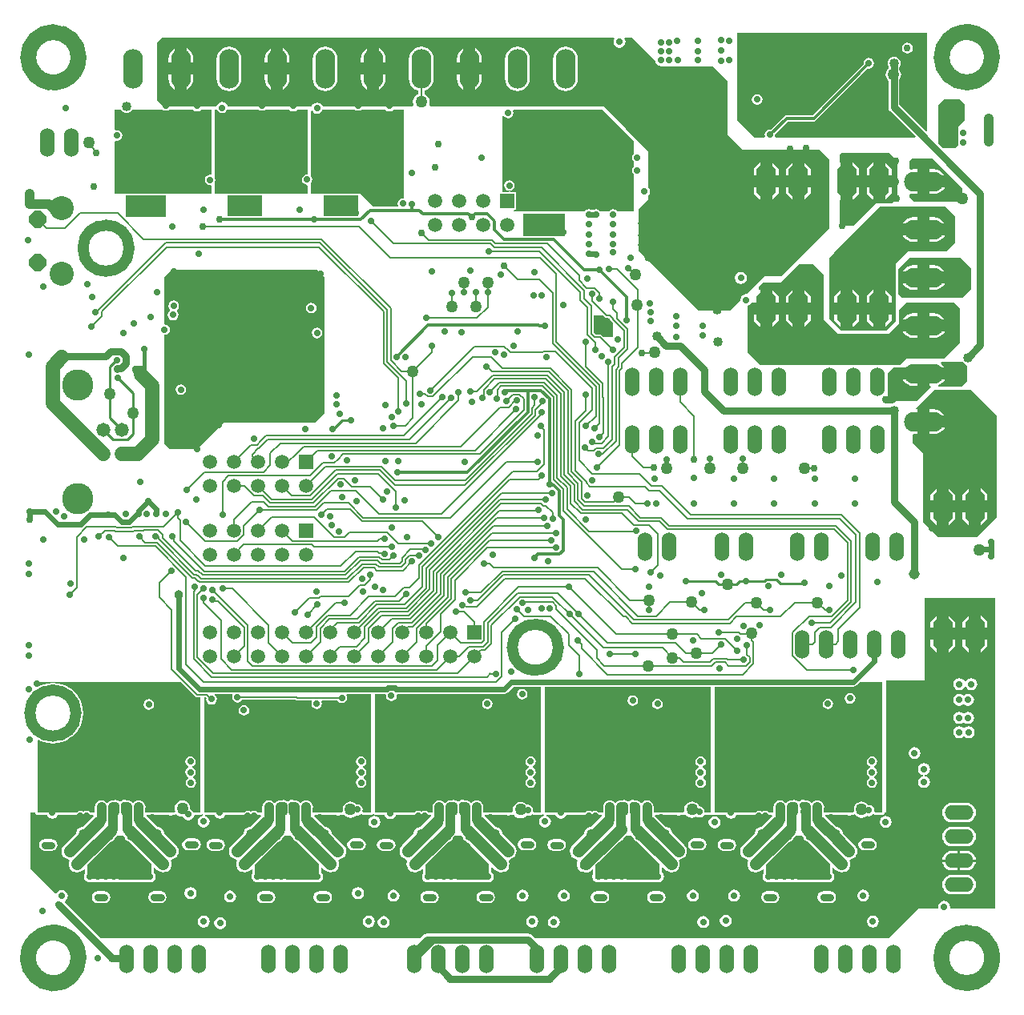
<source format=gbl>
G04 Layer_Physical_Order=4*
G04 Layer_Color=16711680*
%FSLAX24Y24*%
%MOIN*%
G70*
G01*
G75*
%ADD10C,0.0450*%
%ADD11C,0.0650*%
%ADD40C,0.0500*%
%ADD68C,0.0200*%
%ADD69C,0.0080*%
%ADD70C,0.0070*%
%ADD71C,0.0160*%
%ADD72C,0.0100*%
%ADD73C,0.0240*%
%ADD74C,0.0290*%
%ADD75C,0.0120*%
%ADD76C,0.0400*%
%ADD77C,0.0300*%
%ADD81C,0.0500*%
%ADD85O,0.1650X0.0825*%
%ADD86O,0.0825X0.1650*%
%ADD87C,0.0591*%
%ADD88R,0.0591X0.0591*%
%ADD89O,0.0600X0.1200*%
G04:AMPARAMS|DCode=90|XSize=133mil|YSize=83mil|CornerRadius=0mil|HoleSize=0mil|Usage=FLASHONLY|Rotation=90.000|XOffset=0mil|YOffset=0mil|HoleType=Round|Shape=Octagon|*
%AMOCTAGOND90*
4,1,8,0.0208,0.0665,-0.0208,0.0665,-0.0415,0.0458,-0.0415,-0.0458,-0.0208,-0.0665,0.0208,-0.0665,0.0415,-0.0458,0.0415,0.0458,0.0208,0.0665,0.0*
%
%ADD90OCTAGOND90*%

%ADD91C,0.1305*%
%ADD92C,0.0580*%
%ADD93C,0.1000*%
%ADD94P,0.0758X8X292.5*%
%ADD95O,0.1200X0.0600*%
%ADD96C,0.0300*%
%ADD97C,0.0400*%
%ADD98C,0.0290*%
%ADD99C,0.0450*%
%ADD100C,0.0250*%
%ADD101C,0.0380*%
%ADD102C,0.0340*%
%ADD123C,0.0600*%
G36*
X6190Y32360D02*
X4530D01*
Y33240D01*
X6190D01*
Y32360D01*
D02*
G37*
G36*
X10180Y32380D02*
X8740D01*
Y33249D01*
X10180D01*
Y32380D01*
D02*
G37*
G36*
X14180Y32387D02*
X13961D01*
X13956Y32388D01*
X13890D01*
X13886Y32387D01*
X13666D01*
X13661Y32388D01*
X13595D01*
X13590Y32387D01*
X13370D01*
X13365Y32388D01*
X13300D01*
X13295Y32387D01*
X13075D01*
X13070Y32388D01*
X13005D01*
X13000Y32387D01*
X12780D01*
X12775Y32388D01*
X12752D01*
Y33249D01*
X14180D01*
Y32387D01*
D02*
G37*
G36*
X24816Y39810D02*
X24839Y39766D01*
X24819Y39736D01*
X24800Y39640D01*
X24819Y39544D01*
X24873Y39463D01*
X24954Y39409D01*
X25050Y39390D01*
X25146Y39409D01*
X25227Y39463D01*
X25281Y39544D01*
X25300Y39640D01*
X25281Y39736D01*
X25261Y39766D01*
X25284Y39810D01*
X25570D01*
X26538Y38842D01*
X26549Y38784D01*
X26603Y38703D01*
X26684Y38649D01*
X26742Y38638D01*
X26750Y38630D01*
X28281Y38630D01*
X28330Y38620D01*
X28379Y38630D01*
X28930Y38630D01*
X29540Y38020D01*
Y35790D01*
X30170Y35160D01*
X33360D01*
X33770Y34750D01*
Y31880D01*
X31780Y29890D01*
X31100D01*
X30355Y29145D01*
X30330Y29150D01*
X30234Y29131D01*
X30153Y29077D01*
X30099Y28996D01*
X30080Y28900D01*
X30085Y28875D01*
X29670Y28460D01*
X28360D01*
X25860Y30960D01*
Y32690D01*
X26260Y33090D01*
Y33263D01*
X26301Y33324D01*
X26320Y33420D01*
X26301Y33516D01*
X26260Y33577D01*
X26260Y35090D01*
X25326Y36024D01*
D01*
X25280Y36070D01*
X24390Y36960D01*
X17164D01*
X17131Y37010D01*
X17151Y37059D01*
X17163Y37150D01*
X17151Y37241D01*
X17116Y37327D01*
X17060Y37400D01*
X16987Y37456D01*
X16953Y37470D01*
Y37616D01*
X17058Y37660D01*
X17166Y37742D01*
X17248Y37849D01*
X17299Y37974D01*
X17317Y38108D01*
Y38932D01*
X17299Y39066D01*
X17248Y39191D01*
X17166Y39298D01*
X17058Y39380D01*
X16934Y39432D01*
X16800Y39449D01*
X16666Y39432D01*
X16542Y39380D01*
X16434Y39298D01*
X16352Y39191D01*
X16301Y39066D01*
X16283Y38932D01*
Y38108D01*
X16301Y37974D01*
X16352Y37849D01*
X16434Y37742D01*
X16542Y37660D01*
X16666Y37608D01*
X16667Y37608D01*
Y37470D01*
X16633Y37456D01*
X16560Y37400D01*
X16504Y37327D01*
X16469Y37241D01*
X16457Y37150D01*
X16469Y37059D01*
X16489Y37010D01*
X16456Y36960D01*
X12702D01*
X12701Y36966D01*
X12647Y37047D01*
X12566Y37101D01*
X12470Y37120D01*
X12374Y37101D01*
X12293Y37047D01*
X12239Y36966D01*
X12238Y36960D01*
X8756D01*
X8751Y36986D01*
X8697Y37067D01*
X8616Y37121D01*
X8520Y37140D01*
X8424Y37121D01*
X8343Y37067D01*
X8289Y36986D01*
X8284Y36960D01*
X6080D01*
X5820Y37220D01*
Y39600D01*
X6030Y39810D01*
X24120D01*
X24816Y39810D01*
D02*
G37*
G36*
X22795Y31564D02*
X21035D01*
Y32474D01*
X22795D01*
Y31564D01*
D02*
G37*
G36*
X36630Y34690D02*
Y33770D01*
Y33160D01*
X36390Y32920D01*
X35730D01*
X35180Y32370D01*
X34800Y31990D01*
X34310D01*
X34210Y32090D01*
Y33057D01*
X34253Y33075D01*
X34260D01*
Y33840D01*
Y34605D01*
X34253D01*
X34210Y34623D01*
Y34950D01*
X34290Y35030D01*
X36290D01*
X36630Y34690D01*
D02*
G37*
G36*
X32703Y6526D02*
X32730Y6459D01*
X32782Y6392D01*
X32849Y6340D01*
X32916Y6313D01*
X33799Y5430D01*
Y4785D01*
X33763Y4750D01*
X31159Y4770D01*
Y5370D01*
X32099Y6311D01*
X32171Y6340D01*
X32238Y6392D01*
X32290Y6459D01*
X32319Y6531D01*
X32389Y6600D01*
X32629D01*
X32703Y6526D01*
D02*
G37*
G36*
X11437D02*
X11465Y6459D01*
X11516Y6392D01*
X11583Y6340D01*
X11650Y6313D01*
X12533Y5430D01*
Y4785D01*
X12497Y4750D01*
X9893Y4770D01*
Y5370D01*
X10833Y6311D01*
X10906Y6340D01*
X10972Y6392D01*
X11024Y6459D01*
X11054Y6531D01*
X11123Y6600D01*
X11363D01*
X11437Y6526D01*
D02*
G37*
G36*
X4468D02*
X4496Y6459D01*
X4547Y6392D01*
X4614Y6340D01*
X4682Y6313D01*
X5564Y5430D01*
Y4785D01*
X5529Y4750D01*
X2924Y4770D01*
Y5370D01*
X3865Y6311D01*
X3937Y6340D01*
X4004Y6392D01*
X4055Y6459D01*
X4085Y6531D01*
X4154Y6600D01*
X4394D01*
X4468Y6526D01*
D02*
G37*
G36*
X39429Y37021D02*
Y36388D01*
X39154Y36112D01*
Y35344D01*
X39016Y35207D01*
X38501D01*
X38297Y35410D01*
Y36978D01*
X38556Y37237D01*
X39213D01*
X39429Y37021D01*
D02*
G37*
G36*
X25621Y6509D02*
X25642Y6459D01*
X25693Y6392D01*
X25760Y6340D01*
X25810Y6320D01*
X26700Y5430D01*
Y4785D01*
X26665Y4750D01*
X24060Y4770D01*
Y5370D01*
X24166Y5476D01*
X25044Y6324D01*
X25083Y6340D01*
X25150Y6392D01*
X25201Y6459D01*
X25213Y6488D01*
X25329Y6600D01*
X25530D01*
X25621Y6509D01*
D02*
G37*
G36*
X18535D02*
X18556Y6459D01*
X18607Y6392D01*
X18674Y6340D01*
X18724Y6320D01*
X19614Y5430D01*
Y4785D01*
X19579Y4750D01*
X16974Y4770D01*
Y5370D01*
X17911Y6307D01*
X17919Y6308D01*
X17997Y6340D01*
X18064Y6392D01*
X18115Y6459D01*
X18147Y6536D01*
X18148Y6544D01*
X18204Y6600D01*
X18444D01*
X18535Y6509D01*
D02*
G37*
G36*
X39200Y33640D02*
X39330Y33510D01*
Y33110D01*
X39200Y32980D01*
X37320D01*
X37130Y33170D01*
Y33289D01*
X37180Y33323D01*
X37294Y33308D01*
X37456D01*
Y33825D01*
Y34342D01*
X37294D01*
X37180Y34327D01*
X37130Y34360D01*
Y34670D01*
X37260Y34800D01*
X38040D01*
X39200Y33640D01*
D02*
G37*
G36*
X40740Y24070D02*
X40740Y19820D01*
X39930Y19010D01*
X38310D01*
X37690Y19630D01*
X37690Y22520D01*
X37250Y22960D01*
Y23276D01*
X37288Y23309D01*
X37294Y23308D01*
X37456D01*
Y23825D01*
Y24342D01*
X37397D01*
X37378Y24388D01*
X38140Y25150D01*
X39660Y25150D01*
X40740Y24070D01*
D02*
G37*
G36*
X39500Y26140D02*
Y25510D01*
X39290Y25300D01*
X38322Y25300D01*
X38312Y25350D01*
X38377Y25377D01*
X38484Y25459D01*
X38566Y25566D01*
X38570Y25575D01*
X37956D01*
Y25308D01*
X37977D01*
X37998Y25258D01*
X37430Y24690D01*
X36720Y24690D01*
X36235Y24690D01*
X36200Y24725D01*
X36200Y25830D01*
X36453Y26083D01*
X36801D01*
X36806Y26075D01*
X37706D01*
X38570D01*
X38566Y26083D01*
X38484Y26190D01*
X38433Y26230D01*
X38430Y26280D01*
X38480Y26330D01*
X39310D01*
X39500Y26140D01*
D02*
G37*
G36*
X24434Y28176D02*
X24468Y28153D01*
X24509Y28145D01*
X24588D01*
X24663Y28070D01*
X24668Y28043D01*
X24692Y28008D01*
X24764Y27936D01*
Y27362D01*
X24384D01*
X24312Y27434D01*
X24277Y27457D01*
X24236Y27466D01*
X24053D01*
X23981Y27538D01*
Y28252D01*
X24358D01*
X24434Y28176D01*
D02*
G37*
G36*
X21780Y7560D02*
X21487D01*
X21449Y7610D01*
X21459Y7660D01*
X21443Y7744D01*
X21395Y7815D01*
X21324Y7863D01*
X21240Y7879D01*
X21190Y7869D01*
X21168Y7898D01*
X21101Y7950D01*
X21024Y7982D01*
X20940Y7993D01*
X20856Y7982D01*
X20779Y7950D01*
X20712Y7898D01*
X20660Y7831D01*
X20628Y7754D01*
X20617Y7670D01*
X20625Y7610D01*
X20590Y7560D01*
X19728Y7560D01*
X19681Y7569D01*
X19635Y7560D01*
X19384D01*
Y7755D01*
X19390Y7790D01*
X19374Y7874D01*
X19350Y7910D01*
X19347Y7916D01*
X19335Y7932D01*
X19326Y7945D01*
X19324Y7947D01*
X19304Y7973D01*
X19247Y8016D01*
X19182Y8043D01*
X19111Y8052D01*
X19041Y8043D01*
X18975Y8016D01*
X18919Y7973D01*
X18913Y7965D01*
X18850D01*
X18834Y7987D01*
X18777Y8030D01*
X18712Y8057D01*
X18641Y8067D01*
X18601Y8061D01*
X18599Y8063D01*
X18567Y8069D01*
X18535Y8078D01*
X18525Y8077D01*
X18515Y8079D01*
X18483Y8073D01*
X18450Y8069D01*
X18441Y8064D01*
X18432Y8063D01*
X18404Y8044D01*
X18375Y8028D01*
X18369Y8020D01*
X18367Y8020D01*
X18345Y8015D01*
X18326D01*
X18303Y8020D01*
X18239Y8063D01*
X18155Y8079D01*
X18072Y8063D01*
X18069Y8061D01*
X18027Y8067D01*
X17957Y8057D01*
X17891Y8030D01*
X17835Y7987D01*
X17818Y7965D01*
X17755D01*
X17750Y7973D01*
X17693Y8016D01*
X17628Y8043D01*
X17557Y8052D01*
X17487Y8043D01*
X17421Y8016D01*
X17365Y7973D01*
X17321Y7916D01*
X17294Y7850D01*
X17285Y7780D01*
Y7560D01*
X17110D01*
X17106Y7565D01*
X17035Y7613D01*
X16951Y7629D01*
X16867Y7613D01*
X16816Y7578D01*
X16765Y7613D01*
X16681Y7629D01*
X16597Y7613D01*
X16526Y7565D01*
X16523Y7560D01*
X14880D01*
X14880Y12496D01*
X15308D01*
X15349Y12446D01*
X15342Y12411D01*
X15359Y12328D01*
X15406Y12256D01*
X15477Y12209D01*
X15561Y12192D01*
X15645Y12209D01*
X15716Y12256D01*
X15764Y12328D01*
X15780Y12411D01*
X15773Y12446D01*
X15814Y12496D01*
X20260D01*
X20334Y12511D01*
X20397Y12553D01*
X20635Y12791D01*
X21780D01*
X21780Y7560D01*
D02*
G37*
G36*
X14720D02*
X14384D01*
X14355Y7610D01*
X14369Y7680D01*
X14353Y7764D01*
X14305Y7835D01*
X14234Y7883D01*
X14150Y7899D01*
X14102Y7890D01*
X14088Y7908D01*
X14021Y7960D01*
X13944Y7992D01*
X13860Y8003D01*
X13776Y7992D01*
X13699Y7960D01*
X13632Y7908D01*
X13580Y7841D01*
X13548Y7764D01*
X13537Y7680D01*
X13546Y7610D01*
X13516Y7560D01*
X12636Y7560D01*
X12590Y7569D01*
X12544Y7560D01*
X12292D01*
Y7755D01*
X12299Y7790D01*
X12283Y7874D01*
X12258Y7910D01*
X12256Y7916D01*
X12244Y7932D01*
X12235Y7945D01*
X12232Y7947D01*
X12213Y7973D01*
X12156Y8016D01*
X12090Y8043D01*
X12020Y8052D01*
X11950Y8043D01*
X11884Y8016D01*
X11827Y7973D01*
X11822Y7965D01*
X11759D01*
X11743Y7987D01*
X11686Y8030D01*
X11620Y8057D01*
X11550Y8067D01*
X11510Y8061D01*
X11508Y8063D01*
X11476Y8069D01*
X11444Y8078D01*
X11434Y8077D01*
X11424Y8079D01*
X11392Y8073D01*
X11359Y8069D01*
X11350Y8064D01*
X11340Y8063D01*
X11313Y8044D01*
X11284Y8028D01*
X11277Y8020D01*
X11276Y8020D01*
X11253Y8015D01*
X11219D01*
X11148Y8063D01*
X11064Y8079D01*
X10980Y8063D01*
X10978Y8061D01*
X10936Y8067D01*
X10866Y8057D01*
X10800Y8030D01*
X10743Y7987D01*
X10727Y7965D01*
X10664D01*
X10659Y7973D01*
X10602Y8016D01*
X10537Y8043D01*
X10466Y8052D01*
X10396Y8043D01*
X10330Y8016D01*
X10273Y7973D01*
X10230Y7916D01*
X10203Y7850D01*
X10194Y7780D01*
Y7560D01*
X10018D01*
X10015Y7565D01*
X9944Y7613D01*
X9860Y7629D01*
X9776Y7613D01*
X9725Y7578D01*
X9674Y7613D01*
X9590Y7629D01*
X9506Y7613D01*
X9435Y7565D01*
X9432Y7560D01*
X7770D01*
X7770Y12348D01*
X7834D01*
X7868Y12308D01*
X7861Y12270D01*
X7877Y12186D01*
X7925Y12115D01*
X7996Y12067D01*
X8080Y12051D01*
X8164Y12067D01*
X8235Y12115D01*
X8283Y12186D01*
X8299Y12270D01*
X8283Y12354D01*
X8235Y12425D01*
X8203Y12446D01*
X8218Y12496D01*
X8938D01*
X8962Y12452D01*
X8951Y12437D01*
X8935Y12353D01*
X8951Y12269D01*
X8999Y12198D01*
X9070Y12150D01*
X9154Y12134D01*
X9238Y12150D01*
X9309Y12198D01*
X9338Y12241D01*
X11586D01*
X11600Y12231D01*
X11643Y12223D01*
X11643Y12223D01*
X12238D01*
X12262Y12179D01*
X12252Y12164D01*
X12235Y12080D01*
X12252Y11996D01*
X12299Y11925D01*
X12370Y11877D01*
X12454Y11861D01*
X12538Y11877D01*
X12609Y11925D01*
X12657Y11996D01*
X12673Y12080D01*
X12657Y12164D01*
X12647Y12179D01*
X12670Y12223D01*
X13316D01*
X13345Y12180D01*
X13416Y12132D01*
X13500Y12116D01*
X13584Y12132D01*
X13655Y12180D01*
X13703Y12251D01*
X13719Y12335D01*
X13703Y12419D01*
X13684Y12446D01*
X13711Y12496D01*
X14720D01*
X14720Y7560D01*
D02*
G37*
G36*
X12790Y29840D02*
Y24190D01*
X12400Y23800D01*
X8590D01*
X7470Y22680D01*
X6340D01*
X6110Y22910D01*
Y27424D01*
X6130Y27441D01*
X6214Y27457D01*
X6285Y27505D01*
X6333Y27576D01*
X6349Y27660D01*
X6333Y27744D01*
X6285Y27815D01*
X6214Y27863D01*
X6130Y27879D01*
X6110Y27896D01*
Y29850D01*
X6410Y30150D01*
X12480Y30150D01*
X12790Y29840D01*
D02*
G37*
G36*
X39000Y32400D02*
Y31290D01*
X38640Y30930D01*
X37050D01*
X36540Y30420D01*
Y28000D01*
X36160Y27620D01*
X34270D01*
X33770Y28120D01*
Y28540D01*
Y30660D01*
X33970Y30860D01*
X35880Y32770D01*
X38630D01*
X39000Y32400D01*
D02*
G37*
G36*
X33560Y29960D02*
X33560Y28070D01*
X34160Y27470D01*
X36260Y27470D01*
X36680Y27890D01*
X36680Y28500D01*
X36970Y28790D01*
X38970D01*
X39230Y28530D01*
Y27130D01*
X39000Y26900D01*
X38560Y26460D01*
X36990D01*
X36720Y26190D01*
X35806D01*
X35780Y26193D01*
X35754Y26190D01*
X34806D01*
X34780Y26193D01*
X34754Y26190D01*
X33806D01*
X33780Y26193D01*
X33754Y26190D01*
X31701D01*
X31675Y26193D01*
X31649Y26190D01*
X30900D01*
X30380Y26710D01*
Y28660D01*
X30426Y28669D01*
X30507Y28723D01*
X30551Y28790D01*
X30580D01*
X30589Y28799D01*
X30610Y28790D01*
X30900D01*
Y29305D01*
X30893D01*
X30850Y29323D01*
Y29440D01*
X31030Y29620D01*
X31740Y29620D01*
X31980Y29860D01*
X32520Y30400D01*
X33120D01*
X33560Y29960D01*
D02*
G37*
G36*
X40679Y3550D02*
X39300Y3550D01*
X38835D01*
X38804Y3589D01*
X38810Y3620D01*
X38791Y3716D01*
X38737Y3797D01*
X38656Y3851D01*
X38560Y3870D01*
X38464Y3851D01*
X38383Y3797D01*
X38329Y3716D01*
X38310Y3620D01*
X38316Y3589D01*
X38285Y3550D01*
X37500D01*
X36260Y2310D01*
X21543Y2310D01*
X21412Y2442D01*
X21331Y2496D01*
X21235Y2515D01*
X17055D01*
X16959Y2496D01*
X16878Y2442D01*
X16747Y2310D01*
X5860Y2310D01*
X3467Y2310D01*
X1974Y3803D01*
X1980Y3867D01*
X2027Y3898D01*
X2081Y3979D01*
X2100Y4075D01*
X2081Y4170D01*
X2027Y4251D01*
X1946Y4306D01*
X1850Y4325D01*
X1755Y4306D01*
X1674Y4251D01*
X1636Y4195D01*
X1575Y4185D01*
X560Y5200D01*
Y7560D01*
X754D01*
X761Y7521D01*
X784Y7488D01*
X817Y7466D01*
X856Y7458D01*
X1228D01*
X1231Y7444D01*
X1285Y7363D01*
X1366Y7309D01*
X1461Y7290D01*
X1557Y7309D01*
X1638Y7363D01*
X1692Y7444D01*
X1695Y7458D01*
X2463D01*
X2473Y7460D01*
X2483D01*
X2492Y7464D01*
X2502Y7466D01*
X2510Y7471D01*
X2520Y7475D01*
X2527Y7482D01*
X2535Y7488D01*
X2536Y7489D01*
X2577Y7516D01*
X2621Y7525D01*
X2666Y7516D01*
X2700Y7494D01*
X2700Y7494D01*
X2737Y7478D01*
X2776D01*
X2813Y7494D01*
X2813Y7494D01*
X2847Y7516D01*
X2891Y7525D01*
X2936Y7516D01*
X2977Y7489D01*
X2978Y7488D01*
X2986Y7482D01*
X2993Y7475D01*
X3002Y7471D01*
X3011Y7466D01*
X3021Y7464D01*
X3030Y7460D01*
X3040Y7460D01*
X3050Y7458D01*
X3154D01*
X3171Y7408D01*
X3142Y7386D01*
X2836Y7080D01*
X2803Y7055D01*
X2713Y6965D01*
X2684Y6961D01*
X2599Y6926D01*
X2526Y6870D01*
X2470Y6797D01*
X2435Y6711D01*
X2431Y6683D01*
X1943Y6195D01*
X1887Y6122D01*
X1851Y6036D01*
X1839Y5945D01*
X1851Y5854D01*
X1887Y5768D01*
X1917Y5729D01*
X1941Y5693D01*
X1977Y5669D01*
X2016Y5639D01*
X2101Y5604D01*
X2133Y5600D01*
X2165Y5545D01*
X2146Y5501D01*
X2134Y5410D01*
X2146Y5319D01*
X2172Y5256D01*
X2177Y5234D01*
X2231Y5153D01*
X2312Y5099D01*
X2334Y5095D01*
X2396Y5069D01*
X2487Y5057D01*
X2579Y5069D01*
X2664Y5104D01*
X2737Y5160D01*
X2776Y5199D01*
X2822Y5180D01*
Y5033D01*
X2791Y4986D01*
X2772Y4890D01*
X2791Y4794D01*
X2829Y4738D01*
X2830Y4732D01*
X2830Y4731D01*
X2830Y4731D01*
X2841Y4715D01*
X2852Y4698D01*
X2852Y4698D01*
X2852Y4698D01*
X2868Y4687D01*
X2885Y4676D01*
X2885Y4676D01*
X2885Y4676D01*
X2904Y4672D01*
X2908Y4671D01*
X2926Y4659D01*
X3021Y4640D01*
X3117Y4659D01*
X3128Y4666D01*
X3243Y4666D01*
X3252Y4659D01*
X3348Y4640D01*
X3444Y4659D01*
X3451Y4664D01*
X3573Y4663D01*
X3579Y4659D01*
X3675Y4640D01*
X3770Y4659D01*
X3774Y4662D01*
X3904Y4661D01*
X3906Y4659D01*
X4001Y4640D01*
X4097Y4659D01*
X4418Y4657D01*
X4501Y4640D01*
X4578Y4656D01*
X4768Y4654D01*
X4838Y4640D01*
X4903Y4653D01*
X5118Y4651D01*
X5175Y4640D01*
X5227Y4651D01*
X5468Y4649D01*
X5511Y4640D01*
X5607Y4659D01*
X5688Y4713D01*
X5742Y4794D01*
X5761Y4890D01*
X5742Y4986D01*
X5688Y5067D01*
X5666Y5081D01*
Y5241D01*
X5712Y5260D01*
X5812Y5160D01*
X5885Y5104D01*
X5970Y5069D01*
X6061Y5057D01*
X6153Y5069D01*
X6215Y5095D01*
X6237Y5099D01*
X6318Y5153D01*
X6372Y5234D01*
X6377Y5256D01*
X6402Y5319D01*
X6414Y5410D01*
X6402Y5501D01*
X6384Y5545D01*
X6416Y5600D01*
X6448Y5604D01*
X6533Y5639D01*
X6572Y5669D01*
X6608Y5693D01*
X6632Y5729D01*
X6662Y5768D01*
X6697Y5854D01*
X6709Y5945D01*
X6697Y6036D01*
X6662Y6122D01*
X6606Y6195D01*
X6121Y6680D01*
X6117Y6711D01*
X6081Y6797D01*
X6025Y6870D01*
X5952Y6926D01*
X5867Y6961D01*
X5836Y6965D01*
X5746Y7055D01*
X5713Y7080D01*
X5407Y7386D01*
X5378Y7408D01*
X5395Y7458D01*
X5575D01*
X5585Y7460D01*
X5595D01*
X5621Y7465D01*
X5648Y7460D01*
X5658D01*
X5668Y7458D01*
X6263Y7458D01*
X6276Y7449D01*
X6371Y7430D01*
X6467Y7449D01*
X6480Y7458D01*
X6540D01*
X6550Y7460D01*
X6560D01*
X6569Y7464D01*
X6579Y7466D01*
X6587Y7471D01*
X6597Y7475D01*
X6620Y7480D01*
X6650Y7458D01*
X6693Y7424D01*
X6779Y7389D01*
X6870Y7377D01*
X6892Y7380D01*
X6943Y7303D01*
X7024Y7249D01*
X7120Y7230D01*
X7216Y7249D01*
X7297Y7303D01*
X7351Y7384D01*
X7365Y7458D01*
X7630D01*
X7669Y7466D01*
X7684Y7476D01*
X7698Y7471D01*
X7710Y7463D01*
X7698Y7409D01*
X7654Y7401D01*
X7573Y7347D01*
X7519Y7266D01*
X7500Y7170D01*
X7519Y7074D01*
X7573Y6993D01*
X7654Y6939D01*
X7750Y6920D01*
X7846Y6939D01*
X7927Y6993D01*
X7981Y7074D01*
X8000Y7170D01*
X7981Y7266D01*
X7927Y7347D01*
X7846Y7401D01*
X7809Y7408D01*
X7814Y7458D01*
X8196D01*
X8199Y7444D01*
X8253Y7363D01*
X8334Y7309D01*
X8430Y7290D01*
X8526Y7309D01*
X8607Y7363D01*
X8661Y7444D01*
X8663Y7458D01*
X9432D01*
X9441Y7460D01*
X9452Y7460D01*
X9461Y7464D01*
X9471Y7466D01*
X9479Y7471D01*
X9488Y7475D01*
X9495Y7482D01*
X9504Y7488D01*
X9504Y7489D01*
X9546Y7516D01*
X9590Y7525D01*
X9634Y7516D01*
X9668Y7494D01*
X9668Y7494D01*
X9705Y7478D01*
X9745D01*
X9782Y7494D01*
X9782Y7494D01*
X9816Y7516D01*
X9860Y7525D01*
X9904Y7516D01*
X9946Y7489D01*
X9946Y7488D01*
X9955Y7482D01*
X9962Y7475D01*
X9971Y7471D01*
X9979Y7466D01*
X9989Y7464D01*
X9998Y7460D01*
X10008Y7460D01*
X10018Y7458D01*
X10122D01*
X10139Y7408D01*
X10110Y7386D01*
X9804Y7080D01*
X9771Y7055D01*
X9682Y6965D01*
X9653Y6961D01*
X9568Y6926D01*
X9495Y6870D01*
X9439Y6797D01*
X9403Y6711D01*
X9399Y6683D01*
X8911Y6195D01*
X8855Y6122D01*
X8820Y6036D01*
X8808Y5945D01*
X8820Y5854D01*
X8855Y5768D01*
X8885Y5729D01*
X8909Y5693D01*
X8945Y5669D01*
X8985Y5639D01*
X9070Y5604D01*
X9102Y5600D01*
X9133Y5545D01*
X9115Y5501D01*
X9103Y5410D01*
X9115Y5319D01*
X9141Y5256D01*
X9145Y5234D01*
X9199Y5153D01*
X9280Y5099D01*
X9302Y5095D01*
X9365Y5069D01*
X9456Y5057D01*
X9547Y5069D01*
X9633Y5104D01*
X9706Y5160D01*
X9745Y5199D01*
X9791Y5180D01*
Y5033D01*
X9759Y4986D01*
X9740Y4890D01*
X9759Y4794D01*
X9797Y4738D01*
X9798Y4732D01*
X9799Y4731D01*
X9799Y4731D01*
X9809Y4715D01*
X9820Y4698D01*
X9821Y4698D01*
X9821Y4698D01*
X9837Y4687D01*
X9853Y4676D01*
X9853Y4676D01*
X9854Y4676D01*
X9873Y4672D01*
X9876Y4671D01*
X9894Y4659D01*
X9990Y4640D01*
X10086Y4659D01*
X10096Y4666D01*
X10211Y4666D01*
X10221Y4659D01*
X10317Y4640D01*
X10412Y4659D01*
X10419Y4664D01*
X10542Y4663D01*
X10548Y4659D01*
X10643Y4640D01*
X10739Y4659D01*
X10742Y4662D01*
X10872Y4661D01*
X10874Y4659D01*
X10970Y4640D01*
X11065Y4659D01*
X11387Y4657D01*
X11470Y4640D01*
X11547Y4656D01*
X11737Y4654D01*
X11807Y4640D01*
X11871Y4653D01*
X12087Y4651D01*
X12143Y4640D01*
X12196Y4651D01*
X12437Y4649D01*
X12480Y4640D01*
X12576Y4659D01*
X12657Y4713D01*
X12711Y4794D01*
X12730Y4890D01*
X12711Y4986D01*
X12657Y5067D01*
X12635Y5081D01*
Y5241D01*
X12681Y5260D01*
X12780Y5160D01*
X12853Y5104D01*
X12939Y5069D01*
X13030Y5057D01*
X13121Y5069D01*
X13184Y5095D01*
X13206Y5099D01*
X13287Y5153D01*
X13341Y5234D01*
X13345Y5256D01*
X13371Y5319D01*
X13383Y5410D01*
X13371Y5501D01*
X13353Y5545D01*
X13384Y5600D01*
X13416Y5604D01*
X13502Y5639D01*
X13541Y5669D01*
X13577Y5693D01*
X13601Y5729D01*
X13631Y5768D01*
X13666Y5854D01*
X13678Y5945D01*
X13666Y6036D01*
X13631Y6122D01*
X13575Y6195D01*
X13089Y6680D01*
X13085Y6711D01*
X13050Y6797D01*
X12994Y6870D01*
X12921Y6926D01*
X12836Y6961D01*
X12804Y6965D01*
X12715Y7055D01*
X12682Y7080D01*
X12376Y7386D01*
X12347Y7408D01*
X12364Y7458D01*
X12544D01*
X12554Y7460D01*
X12564D01*
X12590Y7465D01*
X12616Y7460D01*
X12626D01*
X12636Y7458D01*
X13231Y7458D01*
X13244Y7449D01*
X13340Y7430D01*
X13436Y7449D01*
X13449Y7458D01*
X13516D01*
X13528Y7460D01*
X13540Y7461D01*
X13547Y7464D01*
X13555Y7466D01*
X13565Y7473D01*
X13575Y7477D01*
X13610Y7430D01*
X13683Y7374D01*
X13769Y7339D01*
X13860Y7327D01*
X13951Y7339D01*
X14037Y7374D01*
X14110Y7430D01*
X14115Y7437D01*
X14150Y7430D01*
X14246Y7449D01*
X14309Y7492D01*
X14312Y7488D01*
X14317Y7484D01*
X14322Y7479D01*
X14334Y7473D01*
X14345Y7466D01*
X14351Y7465D01*
X14357Y7462D01*
X14371Y7461D01*
X14384Y7458D01*
X14720D01*
X14759Y7466D01*
X14792Y7488D01*
X14836Y7469D01*
X14841Y7466D01*
X14880Y7458D01*
X15284D01*
X15290Y7424D01*
X15345Y7343D01*
X15426Y7289D01*
X15521Y7270D01*
X15617Y7289D01*
X15698Y7343D01*
X15752Y7424D01*
X15759Y7458D01*
X16523D01*
X16533Y7460D01*
X16543Y7460D01*
X16552Y7464D01*
X16562Y7466D01*
X16570Y7471D01*
X16579Y7475D01*
X16587Y7482D01*
X16595Y7488D01*
X16595Y7489D01*
X16637Y7516D01*
X16681Y7525D01*
X16725Y7516D01*
X16760Y7494D01*
X16760Y7494D01*
X16796Y7478D01*
X16836D01*
X16873Y7494D01*
X16873Y7494D01*
X16907Y7516D01*
X16951Y7525D01*
X16995Y7516D01*
X17037Y7489D01*
X17037Y7488D01*
X17046Y7482D01*
X17053Y7475D01*
X17062Y7471D01*
X17071Y7466D01*
X17080Y7464D01*
X17090Y7460D01*
X17100Y7460D01*
X17110Y7458D01*
X17213D01*
X17230Y7408D01*
X17201Y7386D01*
X16895Y7080D01*
X16863Y7055D01*
X16773Y6965D01*
X16744Y6961D01*
X16659Y6926D01*
X16586Y6870D01*
X16530Y6797D01*
X16494Y6711D01*
X16491Y6683D01*
X16003Y6195D01*
X15946Y6122D01*
X15911Y6036D01*
X15899Y5945D01*
X15911Y5854D01*
X15946Y5768D01*
X15977Y5729D01*
X16001Y5693D01*
X16036Y5669D01*
X16076Y5639D01*
X16161Y5604D01*
X16193Y5600D01*
X16224Y5545D01*
X16206Y5501D01*
X16194Y5410D01*
X16206Y5319D01*
X16232Y5256D01*
X16236Y5234D01*
X16291Y5153D01*
X16372Y5099D01*
X16393Y5095D01*
X16456Y5069D01*
X16547Y5057D01*
X16639Y5069D01*
X16724Y5104D01*
X16797Y5160D01*
X16826Y5189D01*
X16872Y5170D01*
Y5018D01*
X16850Y4986D01*
X16831Y4890D01*
X16850Y4794D01*
X16874Y4759D01*
X16876Y4751D01*
X16880Y4732D01*
X16880Y4731D01*
X16880Y4731D01*
X16891Y4715D01*
X16901Y4698D01*
X16902Y4698D01*
X16902Y4698D01*
X16918Y4687D01*
X16934Y4676D01*
X16935Y4676D01*
X16935Y4676D01*
X16954Y4672D01*
X16972Y4668D01*
X16986Y4659D01*
X17081Y4640D01*
X17177Y4659D01*
X17188Y4666D01*
X17303Y4666D01*
X17312Y4659D01*
X17408Y4640D01*
X17503Y4659D01*
X17511Y4664D01*
X17633Y4663D01*
X17639Y4659D01*
X17735Y4640D01*
X17830Y4659D01*
X17834Y4662D01*
X17964Y4661D01*
X17966Y4659D01*
X18061Y4640D01*
X18156Y4659D01*
X18479Y4657D01*
X18561Y4640D01*
X18638Y4655D01*
X18829Y4654D01*
X18898Y4640D01*
X18962Y4653D01*
X19179Y4651D01*
X19235Y4640D01*
X19286Y4651D01*
X19529Y4649D01*
X19571Y4640D01*
X19667Y4659D01*
X19748Y4713D01*
X19802Y4794D01*
X19821Y4890D01*
X19802Y4986D01*
X19748Y5067D01*
X19716Y5088D01*
Y5251D01*
X19762Y5270D01*
X19872Y5160D01*
X19945Y5104D01*
X20030Y5069D01*
X20121Y5057D01*
X20213Y5069D01*
X20275Y5095D01*
X20297Y5099D01*
X20378Y5153D01*
X20432Y5234D01*
X20436Y5256D01*
X20462Y5319D01*
X20474Y5410D01*
X20462Y5501D01*
X20444Y5545D01*
X20476Y5600D01*
X20508Y5604D01*
X20593Y5639D01*
X20632Y5669D01*
X20668Y5693D01*
X20692Y5729D01*
X20722Y5768D01*
X20757Y5854D01*
X20769Y5945D01*
X20757Y6036D01*
X20722Y6122D01*
X20666Y6195D01*
X20181Y6680D01*
X20176Y6711D01*
X20141Y6797D01*
X20085Y6870D01*
X20012Y6926D01*
X19927Y6961D01*
X19895Y6965D01*
X19806Y7055D01*
X19773Y7080D01*
X19467Y7386D01*
X19438Y7408D01*
X19455Y7458D01*
X19635D01*
X19645Y7460D01*
X19655D01*
X19681Y7465D01*
X19708Y7460D01*
X19718D01*
X19728Y7458D01*
X20322Y7458D01*
X20336Y7449D01*
X20431Y7430D01*
X20527Y7449D01*
X20540Y7458D01*
X20590D01*
X20599Y7460D01*
X20608Y7460D01*
X20618Y7464D01*
X20629Y7466D01*
X20637Y7471D01*
X20645Y7474D01*
X20649Y7474D01*
X20690Y7420D01*
X20763Y7364D01*
X20849Y7329D01*
X20940Y7317D01*
X21031Y7329D01*
X21117Y7364D01*
X21189Y7420D01*
X21240Y7410D01*
X21336Y7429D01*
X21417Y7483D01*
X21436Y7472D01*
X21443Y7470D01*
X21448Y7466D01*
X21461Y7463D01*
X21474Y7459D01*
X21481Y7459D01*
X21487Y7458D01*
X21780D01*
X21819Y7466D01*
X21852Y7488D01*
X21852Y7488D01*
X21868D01*
X21901Y7466D01*
X21913Y7463D01*
Y7412D01*
X21854Y7401D01*
X21773Y7347D01*
X21719Y7266D01*
X21700Y7170D01*
X21719Y7074D01*
X21773Y6993D01*
X21854Y6939D01*
X21950Y6920D01*
X22046Y6939D01*
X22127Y6993D01*
X22181Y7074D01*
X22200Y7170D01*
X22181Y7266D01*
X22127Y7347D01*
X22046Y7401D01*
X22009Y7408D01*
X22014Y7458D01*
X22374D01*
X22376Y7444D01*
X22431Y7363D01*
X22512Y7309D01*
X22607Y7290D01*
X22703Y7309D01*
X22784Y7363D01*
X22838Y7444D01*
X22841Y7458D01*
X23609D01*
X23619Y7460D01*
X23629Y7460D01*
X23638Y7464D01*
X23648Y7466D01*
X23656Y7471D01*
X23665Y7475D01*
X23673Y7482D01*
X23681Y7488D01*
X23681Y7489D01*
X23723Y7516D01*
X23767Y7525D01*
X23811Y7516D01*
X23846Y7494D01*
X23846Y7494D01*
X23882Y7478D01*
X23922D01*
X23959Y7494D01*
X23959Y7494D01*
X23993Y7516D01*
X24037Y7525D01*
X24081Y7516D01*
X24123Y7489D01*
X24123Y7488D01*
X24132Y7482D01*
X24139Y7475D01*
X24148Y7471D01*
X24157Y7466D01*
X24166Y7464D01*
X24176Y7460D01*
X24186Y7460D01*
X24196Y7458D01*
X24299D01*
X24316Y7408D01*
X24287Y7386D01*
X23981Y7080D01*
X23949Y7055D01*
X23859Y6965D01*
X23830Y6961D01*
X23745Y6926D01*
X23672Y6870D01*
X23616Y6797D01*
X23580Y6711D01*
X23577Y6683D01*
X23089Y6195D01*
X23032Y6122D01*
X22997Y6036D01*
X22985Y5945D01*
X22997Y5854D01*
X23032Y5768D01*
X23063Y5729D01*
X23087Y5693D01*
X23122Y5669D01*
X23162Y5639D01*
X23247Y5604D01*
X23280Y5600D01*
X23310Y5545D01*
X23294Y5507D01*
X23280Y5416D01*
X23291Y5325D01*
X23319Y5254D01*
X23322Y5234D01*
X23377Y5153D01*
X23458Y5099D01*
X23481Y5095D01*
X23536Y5071D01*
X23627Y5057D01*
X23719Y5067D01*
X23804Y5101D01*
X23879Y5156D01*
X23912Y5189D01*
X23958Y5169D01*
Y5018D01*
X23936Y4986D01*
X23917Y4890D01*
X23936Y4794D01*
X23960Y4759D01*
X23962Y4751D01*
X23966Y4732D01*
X23966Y4731D01*
X23966Y4731D01*
X23977Y4715D01*
X23987Y4698D01*
X23988Y4698D01*
X23988Y4698D01*
X24004Y4687D01*
X24020Y4676D01*
X24021Y4676D01*
X24021Y4676D01*
X24040Y4672D01*
X24058Y4668D01*
X24072Y4659D01*
X24167Y4640D01*
X24263Y4659D01*
X24274Y4666D01*
X24389Y4666D01*
X24398Y4659D01*
X24494Y4640D01*
X24589Y4659D01*
X24597Y4664D01*
X24719Y4663D01*
X24725Y4659D01*
X24821Y4640D01*
X24916Y4659D01*
X24920Y4662D01*
X25050Y4661D01*
X25052Y4659D01*
X25147Y4640D01*
X25242Y4659D01*
X25565Y4657D01*
X25647Y4640D01*
X25724Y4655D01*
X25915Y4654D01*
X25984Y4640D01*
X26048Y4653D01*
X26265Y4651D01*
X26321Y4640D01*
X26372Y4651D01*
X26615Y4649D01*
X26657Y4640D01*
X26753Y4659D01*
X26834Y4713D01*
X26888Y4794D01*
X26907Y4890D01*
X26888Y4986D01*
X26834Y5067D01*
X26802Y5088D01*
Y5251D01*
X26848Y5270D01*
X26958Y5160D01*
X27031Y5104D01*
X27116Y5069D01*
X27207Y5057D01*
X27299Y5069D01*
X27361Y5095D01*
X27383Y5099D01*
X27464Y5153D01*
X27518Y5234D01*
X27522Y5256D01*
X27548Y5319D01*
X27560Y5410D01*
X27548Y5501D01*
X27530Y5545D01*
X27562Y5600D01*
X27594Y5604D01*
X27679Y5639D01*
X27718Y5669D01*
X27754Y5693D01*
X27778Y5729D01*
X27808Y5768D01*
X27843Y5854D01*
X27855Y5945D01*
X27843Y6036D01*
X27808Y6122D01*
X27752Y6195D01*
X27267Y6680D01*
X27262Y6711D01*
X27227Y6797D01*
X27171Y6870D01*
X27098Y6926D01*
X27013Y6961D01*
X26981Y6965D01*
X26892Y7055D01*
X26859Y7080D01*
X26553Y7386D01*
X26524Y7408D01*
X26541Y7458D01*
X26721D01*
X26731Y7460D01*
X26741D01*
X26767Y7465D01*
X26794Y7460D01*
X26804D01*
X26813Y7458D01*
X27408Y7458D01*
X27422Y7449D01*
X27517Y7430D01*
X27613Y7449D01*
X27626Y7458D01*
X27726D01*
X27738Y7460D01*
X27750Y7461D01*
X27757Y7464D01*
X27765Y7466D01*
X27775Y7473D01*
X27785Y7477D01*
X27820Y7430D01*
X27893Y7374D01*
X27979Y7339D01*
X28070Y7327D01*
X28161Y7339D01*
X28247Y7374D01*
X28249Y7376D01*
X28274Y7359D01*
X28370Y7340D01*
X28466Y7359D01*
X28547Y7413D01*
X28581Y7465D01*
X28590Y7463D01*
X28604Y7459D01*
X28609Y7459D01*
X28614Y7458D01*
X28860D01*
X28899Y7466D01*
X28930Y7487D01*
X28961Y7466D01*
X29000Y7458D01*
X29462D01*
X29465Y7444D01*
X29519Y7363D01*
X29600Y7309D01*
X29696Y7290D01*
X29791Y7309D01*
X29872Y7363D01*
X29927Y7444D01*
X29929Y7458D01*
X30697D01*
X30707Y7460D01*
X30717D01*
X30727Y7464D01*
X30736Y7466D01*
X30745Y7471D01*
X30754Y7475D01*
X30761Y7482D01*
X30770Y7488D01*
X30770Y7489D01*
X30812Y7516D01*
X30856Y7525D01*
X30900Y7516D01*
X30934Y7494D01*
X30934Y7494D01*
X30971Y7478D01*
X31011D01*
X31047Y7494D01*
X31047Y7494D01*
X31082Y7516D01*
X31126Y7525D01*
X31170Y7516D01*
X31212Y7489D01*
X31212Y7488D01*
X31220Y7482D01*
X31227Y7475D01*
X31237Y7471D01*
X31245Y7466D01*
X31255Y7464D01*
X31264Y7460D01*
X31274Y7460D01*
X31284Y7458D01*
X31388D01*
X31405Y7408D01*
X31376Y7386D01*
X31070Y7080D01*
X31037Y7055D01*
X30947Y6965D01*
X30919Y6961D01*
X30833Y6926D01*
X30760Y6870D01*
X30704Y6797D01*
X30669Y6711D01*
X30665Y6683D01*
X30177Y6195D01*
X30121Y6122D01*
X30086Y6036D01*
X30074Y5945D01*
X30086Y5854D01*
X30121Y5768D01*
X30151Y5729D01*
X30175Y5693D01*
X30211Y5669D01*
X30250Y5639D01*
X30335Y5604D01*
X30367Y5600D01*
X30399Y5545D01*
X30381Y5501D01*
X30369Y5410D01*
X30381Y5319D01*
X30407Y5256D01*
X30411Y5234D01*
X30465Y5153D01*
X30546Y5099D01*
X30568Y5095D01*
X30630Y5069D01*
X30722Y5057D01*
X30813Y5069D01*
X30898Y5104D01*
X30971Y5160D01*
X31010Y5199D01*
X31057Y5180D01*
Y5033D01*
X31025Y4986D01*
X31006Y4890D01*
X31025Y4794D01*
X31063Y4738D01*
X31064Y4732D01*
X31064Y4731D01*
X31064Y4731D01*
X31075Y4715D01*
X31086Y4698D01*
X31086Y4698D01*
X31086Y4698D01*
X31103Y4687D01*
X31119Y4676D01*
X31119Y4676D01*
X31120Y4676D01*
X31139Y4672D01*
X31142Y4671D01*
X31160Y4659D01*
X31256Y4640D01*
X31351Y4659D01*
X31362Y4666D01*
X31477Y4666D01*
X31487Y4659D01*
X31582Y4640D01*
X31678Y4659D01*
X31685Y4664D01*
X31808Y4663D01*
X31813Y4659D01*
X31909Y4640D01*
X32005Y4659D01*
X32008Y4662D01*
X32138Y4661D01*
X32140Y4659D01*
X32236Y4640D01*
X32331Y4659D01*
X32653Y4657D01*
X32736Y4640D01*
X32813Y4656D01*
X33003Y4654D01*
X33072Y4640D01*
X33137Y4653D01*
X33353Y4651D01*
X33409Y4640D01*
X33461Y4651D01*
X33703Y4649D01*
X33746Y4640D01*
X33841Y4659D01*
X33922Y4713D01*
X33977Y4794D01*
X33996Y4890D01*
X33977Y4986D01*
X33922Y5067D01*
X33901Y5081D01*
Y5241D01*
X33947Y5260D01*
X34046Y5160D01*
X34119Y5104D01*
X34204Y5069D01*
X34296Y5057D01*
X34387Y5069D01*
X34450Y5095D01*
X34471Y5099D01*
X34552Y5153D01*
X34607Y5234D01*
X34611Y5256D01*
X34637Y5319D01*
X34649Y5410D01*
X34637Y5501D01*
X34619Y5545D01*
X34650Y5600D01*
X34682Y5604D01*
X34767Y5639D01*
X34807Y5669D01*
X34842Y5693D01*
X34866Y5729D01*
X34896Y5768D01*
X34932Y5854D01*
X34944Y5945D01*
X34932Y6036D01*
X34896Y6122D01*
X34840Y6195D01*
X34355Y6680D01*
X34351Y6711D01*
X34316Y6797D01*
X34260Y6870D01*
X34187Y6926D01*
X34101Y6961D01*
X34070Y6965D01*
X33980Y7055D01*
X33948Y7080D01*
X33642Y7386D01*
X33613Y7408D01*
X33630Y7458D01*
X33809D01*
X33819Y7460D01*
X33829D01*
X33856Y7465D01*
X33882Y7460D01*
X33892D01*
X33902Y7458D01*
X34497Y7458D01*
X34510Y7449D01*
X34606Y7430D01*
X34701Y7449D01*
X34715Y7458D01*
X34776D01*
X34788Y7460D01*
X34800Y7461D01*
X34807Y7464D01*
X34815Y7466D01*
X34825Y7473D01*
X34835Y7477D01*
X34870Y7430D01*
X34943Y7374D01*
X35029Y7339D01*
X35120Y7327D01*
X35211Y7339D01*
X35297Y7374D01*
X35351Y7416D01*
X35430Y7400D01*
X35526Y7419D01*
X35607Y7473D01*
X35634Y7470D01*
X35639Y7469D01*
X35643Y7466D01*
X35658Y7463D01*
X35672Y7459D01*
X35677Y7459D01*
X35682Y7458D01*
X35991D01*
X36030Y7466D01*
X36063Y7488D01*
X36086Y7521D01*
X36093Y7560D01*
X36140Y7560D01*
X36140Y13050D01*
X37750Y13050D01*
X37750Y16500D01*
X40679Y16500D01*
X40679Y3550D01*
D02*
G37*
G36*
X39290Y30590D02*
X39670Y30210D01*
Y29320D01*
X39320Y28970D01*
X36810D01*
X36800Y28980D01*
X36660Y29120D01*
Y30040D01*
Y30180D01*
X37120Y30640D01*
X39240D01*
X39290Y30590D01*
D02*
G37*
G36*
X6796Y13000D02*
X7415Y12381D01*
X7415Y12381D01*
X7452Y12356D01*
X7495Y12348D01*
X7630D01*
X7630Y7560D01*
X7323D01*
X7323Y7564D01*
X7275Y7635D01*
X7204Y7683D01*
X7187Y7686D01*
X7193Y7730D01*
X7182Y7814D01*
X7150Y7891D01*
X7098Y7958D01*
X7031Y8010D01*
X6954Y8042D01*
X6870Y8053D01*
X6786Y8042D01*
X6709Y8010D01*
X6642Y7958D01*
X6590Y7891D01*
X6558Y7814D01*
X6547Y7730D01*
X6558Y7646D01*
X6573Y7610D01*
X6540Y7560D01*
X5668Y7560D01*
X5621Y7569D01*
X5575Y7560D01*
X5324D01*
Y7755D01*
X5331Y7790D01*
X5314Y7874D01*
X5290Y7910D01*
X5287Y7916D01*
X5275Y7932D01*
X5266Y7945D01*
X5264Y7947D01*
X5244Y7973D01*
X5188Y8016D01*
X5122Y8043D01*
X5051Y8052D01*
X4981Y8043D01*
X4915Y8016D01*
X4859Y7973D01*
X4853Y7965D01*
X4790D01*
X4774Y7987D01*
X4718Y8030D01*
X4652Y8057D01*
X4581Y8067D01*
X4541Y8061D01*
X4540Y8063D01*
X4507Y8069D01*
X4475Y8078D01*
X4465Y8077D01*
X4456Y8079D01*
X4423Y8073D01*
X4390Y8069D01*
X4381Y8064D01*
X4372Y8063D01*
X4344Y8044D01*
X4315Y8028D01*
X4309Y8020D01*
X4308Y8020D01*
X4285Y8015D01*
X4251D01*
X4180Y8063D01*
X4096Y8079D01*
X4012Y8063D01*
X4010Y8061D01*
X3967Y8067D01*
X3897Y8057D01*
X3831Y8030D01*
X3775Y7987D01*
X3758Y7965D01*
X3695D01*
X3690Y7973D01*
X3634Y8016D01*
X3568Y8043D01*
X3497Y8052D01*
X3427Y8043D01*
X3361Y8016D01*
X3305Y7973D01*
X3262Y7916D01*
X3234Y7850D01*
X3225Y7780D01*
Y7560D01*
X3050D01*
X3046Y7565D01*
X2975Y7613D01*
X2891Y7629D01*
X2808Y7613D01*
X2756Y7578D01*
X2705Y7613D01*
X2621Y7629D01*
X2538Y7613D01*
X2466Y7565D01*
X2463Y7560D01*
X856D01*
X856Y10550D01*
X899Y10574D01*
X908Y10568D01*
X1091Y10493D01*
X1283Y10447D01*
X1480Y10431D01*
X1677Y10447D01*
X1869Y10493D01*
X2052Y10568D01*
X2220Y10672D01*
X2370Y10800D01*
X2498Y10950D01*
X2602Y11118D01*
X2677Y11301D01*
X2723Y11493D01*
X2739Y11690D01*
X2723Y11887D01*
X2677Y12079D01*
X2602Y12262D01*
X2498Y12430D01*
X2370Y12580D01*
X2220Y12708D01*
X2052Y12812D01*
X1869Y12887D01*
X1677Y12933D01*
X1480Y12949D01*
X1283Y12933D01*
X1091Y12887D01*
X908Y12812D01*
X899Y12806D01*
X856Y12830D01*
Y13000D01*
X6796Y13000D01*
D02*
G37*
G36*
X35991Y7560D02*
X35682D01*
X35641Y7610D01*
X35649Y7650D01*
X35633Y7734D01*
X35585Y7805D01*
X35514Y7853D01*
X35430Y7869D01*
X35385Y7860D01*
X35348Y7908D01*
X35281Y7960D01*
X35204Y7992D01*
X35120Y8003D01*
X35036Y7992D01*
X34959Y7960D01*
X34892Y7908D01*
X34840Y7841D01*
X34808Y7764D01*
X34797Y7680D01*
X34806Y7610D01*
X34776Y7560D01*
X33902Y7560D01*
X33856Y7569D01*
X33809Y7560D01*
X33558D01*
Y7755D01*
X33565Y7790D01*
X33548Y7874D01*
X33524Y7910D01*
X33522Y7916D01*
X33509Y7932D01*
X33501Y7945D01*
X33498Y7947D01*
X33478Y7973D01*
X33422Y8016D01*
X33356Y8043D01*
X33286Y8052D01*
X33215Y8043D01*
X33150Y8016D01*
X33093Y7973D01*
X33088Y7965D01*
X33025D01*
X33008Y7987D01*
X32952Y8030D01*
X32886Y8057D01*
X32816Y8067D01*
X32776Y8061D01*
X32774Y8063D01*
X32741Y8069D01*
X32710Y8078D01*
X32700Y8077D01*
X32690Y8079D01*
X32657Y8073D01*
X32624Y8069D01*
X32616Y8064D01*
X32606Y8063D01*
X32579Y8044D01*
X32549Y8028D01*
X32543Y8020D01*
X32542Y8020D01*
X32519Y8015D01*
X32485D01*
X32414Y8063D01*
X32330Y8079D01*
X32246Y8063D01*
X32244Y8061D01*
X32202Y8067D01*
X32131Y8057D01*
X32066Y8030D01*
X32009Y7987D01*
X31993Y7965D01*
X31930D01*
X31924Y7973D01*
X31868Y8016D01*
X31802Y8043D01*
X31732Y8052D01*
X31661Y8043D01*
X31596Y8016D01*
X31539Y7973D01*
X31496Y7916D01*
X31469Y7850D01*
X31459Y7780D01*
Y7560D01*
X31284D01*
X31281Y7565D01*
X31210Y7613D01*
X31126Y7629D01*
X31042Y7613D01*
X30991Y7578D01*
X30940Y7613D01*
X30856Y7629D01*
X30772Y7613D01*
X30701Y7565D01*
X30697Y7560D01*
X29000D01*
X29000Y12791D01*
X34768D01*
X34842Y12806D01*
X34905Y12848D01*
X35057Y13000D01*
X35991D01*
X35991Y7560D01*
D02*
G37*
G36*
X28860Y7560D02*
X28614D01*
X28589Y7590D01*
X28573Y7674D01*
X28525Y7745D01*
X28454Y7793D01*
X28370Y7809D01*
X28363Y7808D01*
X28350Y7841D01*
X28298Y7908D01*
X28231Y7960D01*
X28154Y7992D01*
X28070Y8003D01*
X27986Y7992D01*
X27909Y7960D01*
X27842Y7908D01*
X27790Y7841D01*
X27758Y7764D01*
X27747Y7680D01*
X27756Y7610D01*
X27726Y7560D01*
X26813Y7560D01*
X26767Y7569D01*
X26721Y7560D01*
X26470D01*
Y7755D01*
X26476Y7790D01*
X26460Y7874D01*
X26436Y7910D01*
X26433Y7916D01*
X26421Y7932D01*
X26412Y7945D01*
X26410Y7947D01*
X26390Y7973D01*
X26333Y8016D01*
X26268Y8043D01*
X26197Y8052D01*
X26127Y8043D01*
X26061Y8016D01*
X26005Y7973D01*
X25999Y7965D01*
X25936D01*
X25920Y7987D01*
X25863Y8030D01*
X25798Y8057D01*
X25727Y8067D01*
X25687Y8061D01*
X25685Y8063D01*
X25653Y8069D01*
X25621Y8078D01*
X25611Y8077D01*
X25601Y8079D01*
X25569Y8073D01*
X25536Y8069D01*
X25527Y8064D01*
X25518Y8063D01*
X25490Y8044D01*
X25461Y8028D01*
X25455Y8020D01*
X25446Y8015D01*
X25412D01*
X25389Y8020D01*
X25325Y8063D01*
X25241Y8079D01*
X25158Y8063D01*
X25155Y8061D01*
X25113Y8067D01*
X25043Y8057D01*
X24977Y8030D01*
X24921Y7987D01*
X24904Y7965D01*
X24841D01*
X24836Y7973D01*
X24779Y8016D01*
X24714Y8043D01*
X24643Y8052D01*
X24573Y8043D01*
X24507Y8016D01*
X24451Y7973D01*
X24407Y7916D01*
X24380Y7850D01*
X24371Y7780D01*
Y7560D01*
X24196D01*
X24192Y7565D01*
X24121Y7613D01*
X24037Y7629D01*
X23953Y7613D01*
X23902Y7578D01*
X23851Y7613D01*
X23767Y7629D01*
X23683Y7613D01*
X23612Y7565D01*
X23609Y7560D01*
X21940D01*
X21940Y12791D01*
X28860D01*
X28860Y7560D01*
D02*
G37*
G36*
X37850Y40030D02*
X37850Y35923D01*
X37804Y35903D01*
X36694Y37013D01*
Y38073D01*
X36730Y38119D01*
X36762Y38196D01*
X36773Y38280D01*
X36762Y38364D01*
X36730Y38441D01*
X36694Y38487D01*
Y38599D01*
X36706Y38614D01*
X36733Y38680D01*
X36742Y38750D01*
X36733Y38820D01*
X36706Y38886D01*
X36663Y38943D01*
X36606Y38986D01*
X36540Y39013D01*
X36470Y39022D01*
X36400Y39013D01*
X36334Y38986D01*
X36277Y38943D01*
X36234Y38886D01*
X36207Y38820D01*
X36198Y38750D01*
X36207Y38680D01*
X36234Y38614D01*
X36246Y38599D01*
Y38527D01*
X36222Y38508D01*
X36170Y38441D01*
X36138Y38364D01*
X36127Y38280D01*
X36138Y38196D01*
X36170Y38119D01*
X36222Y38052D01*
X36246Y38033D01*
Y36920D01*
X36263Y36834D01*
X36311Y36761D01*
X37367Y35706D01*
X37348Y35659D01*
X31550Y35659D01*
X31517Y35709D01*
X31529Y35770D01*
X31524Y35796D01*
X32061Y36334D01*
X33137D01*
X33187Y36344D01*
X33230Y36373D01*
X35394Y38536D01*
X35420Y38531D01*
X35504Y38547D01*
X35575Y38595D01*
X35623Y38666D01*
X35639Y38750D01*
X35623Y38834D01*
X35575Y38905D01*
X35504Y38953D01*
X35420Y38969D01*
X35336Y38953D01*
X35265Y38905D01*
X35217Y38834D01*
X35201Y38750D01*
X35206Y38724D01*
X33082Y36599D01*
X32007D01*
X31956Y36589D01*
X31913Y36560D01*
X31336Y35984D01*
X31310Y35989D01*
X31226Y35973D01*
X31155Y35925D01*
X31107Y35854D01*
X31091Y35770D01*
X31103Y35709D01*
X31070Y35659D01*
X30646D01*
X30635Y35674D01*
X29950Y36358D01*
X29950Y39550D01*
Y40030D01*
X37850Y40030D01*
D02*
G37*
G36*
X8090Y34142D02*
X8051Y34110D01*
X8018Y34117D01*
X7934Y34100D01*
X7863Y34053D01*
X7815Y33982D01*
X7799Y33898D01*
X7815Y33814D01*
X7863Y33743D01*
X7934Y33695D01*
X8018Y33678D01*
X8051Y33685D01*
X8090Y33653D01*
Y33320D01*
X4060D01*
Y35493D01*
X4110Y35531D01*
X4160Y35521D01*
X4244Y35537D01*
X4315Y35585D01*
X4363Y35656D01*
X4379Y35740D01*
X4363Y35824D01*
X4315Y35895D01*
X4244Y35943D01*
X4160Y35959D01*
X4110Y35949D01*
X4060Y35987D01*
Y36820D01*
X4322D01*
X4324Y36814D01*
X4367Y36757D01*
X4424Y36714D01*
X4490Y36687D01*
X4560Y36678D01*
X4630Y36687D01*
X4696Y36714D01*
X4753Y36757D01*
X4796Y36814D01*
X4798Y36820D01*
X6047D01*
X6096Y36787D01*
X6180Y36771D01*
X6264Y36787D01*
X6313Y36820D01*
X7322D01*
X7325Y36815D01*
X7396Y36767D01*
X7480Y36751D01*
X7564Y36767D01*
X7635Y36815D01*
X7638Y36820D01*
X8090D01*
Y34142D01*
D02*
G37*
G36*
X12080Y34149D02*
X12053Y34127D01*
X11969Y34110D01*
X11898Y34062D01*
X11851Y33991D01*
X11834Y33907D01*
X11851Y33824D01*
X11898Y33752D01*
X11969Y33705D01*
X12053Y33688D01*
X12080Y33666D01*
Y33320D01*
X8200D01*
Y33783D01*
X8220Y33814D01*
X8237Y33898D01*
X8220Y33982D01*
X8200Y34012D01*
Y36820D01*
X8315D01*
X8317Y36806D01*
X8365Y36735D01*
X8436Y36687D01*
X8520Y36671D01*
X8604Y36687D01*
X8675Y36735D01*
X8723Y36806D01*
X8725Y36820D01*
X10047D01*
X10096Y36787D01*
X10180Y36771D01*
X10264Y36787D01*
X10313Y36820D01*
X11322D01*
X11325Y36815D01*
X11396Y36767D01*
X11480Y36751D01*
X11564Y36767D01*
X11635Y36815D01*
X11638Y36820D01*
X12080D01*
Y34149D01*
D02*
G37*
G36*
X16080Y33160D02*
X16042Y33129D01*
X15958Y33113D01*
X15887Y33065D01*
X15839Y32994D01*
X15823Y32910D01*
X15839Y32826D01*
X15847Y32814D01*
X15824Y32770D01*
X14830D01*
X14280Y33320D01*
X12220D01*
Y33770D01*
X12256Y33824D01*
X12272Y33907D01*
X12256Y33991D01*
X12220Y34045D01*
Y36752D01*
X12266Y36783D01*
X12270Y36782D01*
X12315Y36715D01*
X12386Y36667D01*
X12470Y36651D01*
X12554Y36667D01*
X12625Y36715D01*
X12673Y36786D01*
X12679Y36820D01*
X14047D01*
X14096Y36787D01*
X14180Y36771D01*
X14264Y36787D01*
X14313Y36820D01*
X15322D01*
X15325Y36815D01*
X15396Y36767D01*
X15480Y36751D01*
X15564Y36767D01*
X15635Y36815D01*
X15638Y36820D01*
X16080D01*
Y33160D01*
D02*
G37*
G36*
X24340Y36820D02*
X25660Y35500D01*
Y35002D01*
X25635Y34985D01*
X25587Y34914D01*
X25571Y34830D01*
X25587Y34746D01*
X25635Y34675D01*
X25660Y34658D01*
Y34462D01*
X25635Y34445D01*
X25587Y34374D01*
X25571Y34290D01*
X25587Y34206D01*
X25635Y34135D01*
X25660Y34118D01*
X25660Y32600D01*
X24948D01*
X24945Y32605D01*
X24874Y32653D01*
X24790Y32669D01*
X24706Y32653D01*
X24635Y32605D01*
X24632Y32600D01*
X24235D01*
X24225Y32615D01*
X24154Y32663D01*
X24070Y32679D01*
X23986Y32663D01*
X23973Y32654D01*
X23877D01*
X23864Y32663D01*
X23780Y32679D01*
X23696Y32663D01*
X23625Y32615D01*
X23615Y32600D01*
X20658D01*
X20647Y32615D01*
X20673Y32665D01*
X20745D01*
Y33395D01*
X20535D01*
X20495Y33419D01*
X20495Y33419D01*
X20495D01*
X20493Y33445D01*
X20496Y33446D01*
X20554Y33457D01*
X20625Y33505D01*
X20673Y33576D01*
X20689Y33660D01*
X20673Y33744D01*
X20625Y33815D01*
X20554Y33863D01*
X20470Y33879D01*
X20386Y33863D01*
X20315Y33815D01*
X20267Y33744D01*
X20251Y33660D01*
X20267Y33576D01*
X20315Y33505D01*
X20386Y33457D01*
X20444Y33446D01*
X20447Y33445D01*
X20445Y33419D01*
X20445D01*
X20445Y33419D01*
X20405Y33395D01*
X20190D01*
Y36547D01*
X20240Y36562D01*
X20265Y36525D01*
X20336Y36477D01*
X20420Y36461D01*
X20504Y36477D01*
X20575Y36525D01*
X20623Y36596D01*
X20639Y36680D01*
X20623Y36764D01*
X20615Y36776D01*
X20638Y36820D01*
X24340Y36820D01*
D02*
G37*
%LPC*%
G36*
X32240Y34605D02*
X32232D01*
X31975Y34348D01*
Y34090D01*
X32240D01*
Y34605D01*
D02*
G37*
G36*
X30900D02*
X30893D01*
X30635Y34348D01*
Y34090D01*
X30900D01*
Y34605D01*
D02*
G37*
G36*
X31407D02*
X31400D01*
Y34090D01*
X31665D01*
Y34348D01*
X31407Y34605D01*
D02*
G37*
G36*
X32747D02*
X32740D01*
Y34090D01*
X33005D01*
Y34348D01*
X32747Y34605D01*
D02*
G37*
G36*
X30900Y33590D02*
X30635D01*
Y33333D01*
X30893Y33075D01*
X30900D01*
Y33590D01*
D02*
G37*
G36*
X31665D02*
X31400D01*
Y33075D01*
X31407D01*
X31665Y33333D01*
Y33590D01*
D02*
G37*
G36*
X32240D02*
X31975D01*
Y33333D01*
X32232Y33075D01*
X32240D01*
Y33590D01*
D02*
G37*
G36*
X33005D02*
X32740D01*
Y33075D01*
X32747D01*
X33005Y33333D01*
Y33590D01*
D02*
G37*
G36*
X8800Y39449D02*
X8666Y39432D01*
X8542Y39380D01*
X8434Y39298D01*
X8352Y39191D01*
X8301Y39066D01*
X8283Y38932D01*
Y38108D01*
X8301Y37974D01*
X8352Y37849D01*
X8434Y37742D01*
X8542Y37660D01*
X8666Y37608D01*
X8800Y37591D01*
X8934Y37608D01*
X9058Y37660D01*
X9166Y37742D01*
X9248Y37849D01*
X9299Y37974D01*
X9317Y38108D01*
Y38932D01*
X9299Y39066D01*
X9248Y39191D01*
X9166Y39298D01*
X9058Y39380D01*
X8934Y39432D01*
X8800Y39449D01*
D02*
G37*
G36*
X14550Y39384D02*
X14542Y39380D01*
X14434Y39298D01*
X14352Y39191D01*
X14301Y39066D01*
X14283Y38932D01*
Y38770D01*
X14550D01*
Y39384D01*
D02*
G37*
G36*
X18550D02*
X18542Y39380D01*
X18434Y39298D01*
X18352Y39191D01*
X18301Y39066D01*
X18283Y38932D01*
Y38770D01*
X18550D01*
Y39384D01*
D02*
G37*
G36*
X10550D02*
X10542Y39380D01*
X10434Y39298D01*
X10352Y39191D01*
X10301Y39066D01*
X10283Y38932D01*
Y38770D01*
X10550D01*
Y39384D01*
D02*
G37*
G36*
X15317Y38270D02*
X15050D01*
Y37656D01*
X15058Y37660D01*
X15166Y37742D01*
X15248Y37849D01*
X15299Y37974D01*
X15317Y38108D01*
Y38270D01*
D02*
G37*
G36*
X6550Y39384D02*
X6542Y39380D01*
X6434Y39298D01*
X6352Y39191D01*
X6301Y39066D01*
X6283Y38932D01*
Y38770D01*
X6550D01*
Y39384D01*
D02*
G37*
G36*
X19050D02*
Y38770D01*
X19317D01*
Y38932D01*
X19299Y39066D01*
X19248Y39191D01*
X19166Y39298D01*
X19058Y39380D01*
X19050Y39384D01*
D02*
G37*
G36*
X15050D02*
Y38770D01*
X15317D01*
Y38932D01*
X15299Y39066D01*
X15248Y39191D01*
X15166Y39298D01*
X15058Y39380D01*
X15050Y39384D01*
D02*
G37*
G36*
X7050D02*
Y38770D01*
X7317D01*
Y38932D01*
X7299Y39066D01*
X7248Y39191D01*
X7166Y39298D01*
X7058Y39380D01*
X7050Y39384D01*
D02*
G37*
G36*
X11050D02*
Y38770D01*
X11317D01*
Y38932D01*
X11299Y39066D01*
X11248Y39191D01*
X11166Y39298D01*
X11058Y39380D01*
X11050Y39384D01*
D02*
G37*
G36*
X6550Y38270D02*
X6283D01*
Y38108D01*
X6301Y37974D01*
X6352Y37849D01*
X6434Y37742D01*
X6542Y37660D01*
X6550Y37656D01*
Y38270D01*
D02*
G37*
G36*
X10550D02*
X10283D01*
Y38108D01*
X10301Y37974D01*
X10352Y37849D01*
X10434Y37742D01*
X10542Y37660D01*
X10550Y37656D01*
Y38270D01*
D02*
G37*
G36*
X22800Y39449D02*
X22666Y39432D01*
X22542Y39380D01*
X22434Y39298D01*
X22352Y39191D01*
X22301Y39066D01*
X22283Y38932D01*
Y38108D01*
X22301Y37974D01*
X22352Y37849D01*
X22434Y37742D01*
X22542Y37660D01*
X22666Y37608D01*
X22800Y37591D01*
X22934Y37608D01*
X23058Y37660D01*
X23166Y37742D01*
X23248Y37849D01*
X23299Y37974D01*
X23317Y38108D01*
Y38932D01*
X23299Y39066D01*
X23248Y39191D01*
X23166Y39298D01*
X23058Y39380D01*
X22934Y39432D01*
X22800Y39449D01*
D02*
G37*
G36*
X12800D02*
X12666Y39432D01*
X12542Y39380D01*
X12434Y39298D01*
X12352Y39191D01*
X12301Y39066D01*
X12283Y38932D01*
Y38108D01*
X12301Y37974D01*
X12352Y37849D01*
X12434Y37742D01*
X12542Y37660D01*
X12666Y37608D01*
X12800Y37591D01*
X12934Y37608D01*
X13058Y37660D01*
X13166Y37742D01*
X13248Y37849D01*
X13299Y37974D01*
X13317Y38108D01*
Y38932D01*
X13299Y39066D01*
X13248Y39191D01*
X13166Y39298D01*
X13058Y39380D01*
X12934Y39432D01*
X12800Y39449D01*
D02*
G37*
G36*
X20800D02*
X20666Y39432D01*
X20542Y39380D01*
X20434Y39298D01*
X20352Y39191D01*
X20301Y39066D01*
X20283Y38932D01*
Y38108D01*
X20301Y37974D01*
X20352Y37849D01*
X20434Y37742D01*
X20542Y37660D01*
X20666Y37608D01*
X20800Y37591D01*
X20934Y37608D01*
X21058Y37660D01*
X21166Y37742D01*
X21248Y37849D01*
X21299Y37974D01*
X21317Y38108D01*
Y38932D01*
X21299Y39066D01*
X21248Y39191D01*
X21166Y39298D01*
X21058Y39380D01*
X20934Y39432D01*
X20800Y39449D01*
D02*
G37*
G36*
X7317Y38270D02*
X7050D01*
Y37656D01*
X7058Y37660D01*
X7166Y37742D01*
X7248Y37849D01*
X7299Y37974D01*
X7317Y38108D01*
Y38270D01*
D02*
G37*
G36*
X11317D02*
X11050D01*
Y37656D01*
X11058Y37660D01*
X11166Y37742D01*
X11248Y37849D01*
X11299Y37974D01*
X11317Y38108D01*
Y38270D01*
D02*
G37*
G36*
X19317D02*
X19050D01*
Y37656D01*
X19058Y37660D01*
X19166Y37742D01*
X19248Y37849D01*
X19299Y37974D01*
X19317Y38108D01*
Y38270D01*
D02*
G37*
G36*
X14550D02*
X14283D01*
Y38108D01*
X14301Y37974D01*
X14352Y37849D01*
X14434Y37742D01*
X14542Y37660D01*
X14550Y37656D01*
Y38270D01*
D02*
G37*
G36*
X18550D02*
X18283D01*
Y38108D01*
X18301Y37974D01*
X18352Y37849D01*
X18434Y37742D01*
X18542Y37660D01*
X18550Y37656D01*
Y38270D01*
D02*
G37*
G36*
X30100Y30060D02*
X30004Y30041D01*
X29923Y29987D01*
X29869Y29906D01*
X29850Y29810D01*
X29869Y29714D01*
X29923Y29633D01*
X30004Y29579D01*
X30100Y29560D01*
X30196Y29579D01*
X30277Y29633D01*
X30331Y29714D01*
X30350Y29810D01*
X30331Y29906D01*
X30277Y29987D01*
X30196Y30041D01*
X30100Y30060D01*
D02*
G37*
G36*
X35600Y34605D02*
X35593D01*
X35335Y34348D01*
Y34090D01*
X35600D01*
Y34605D01*
D02*
G37*
G36*
X36107D02*
X36100D01*
Y34090D01*
X36365D01*
Y34348D01*
X36107Y34605D01*
D02*
G37*
G36*
X34760D02*
Y34090D01*
X35025D01*
Y34348D01*
X34767Y34605D01*
X34760D01*
D02*
G37*
G36*
X35600Y33590D02*
X35335D01*
Y33333D01*
X35593Y33075D01*
X35600D01*
Y33590D01*
D02*
G37*
G36*
X36365D02*
X36100D01*
Y33075D01*
X36107D01*
X36365Y33333D01*
Y33590D01*
D02*
G37*
G36*
X35025D02*
X34760D01*
Y33075D01*
X34767D01*
X35025Y33333D01*
Y33590D01*
D02*
G37*
G36*
X38570Y33575D02*
X37956D01*
Y33308D01*
X38119D01*
X38253Y33325D01*
X38377Y33377D01*
X38484Y33459D01*
X38566Y33566D01*
X38570Y33575D01*
D02*
G37*
G36*
X38119Y34342D02*
X37956D01*
Y34075D01*
X38570D01*
X38566Y34083D01*
X38484Y34190D01*
X38377Y34272D01*
X38253Y34324D01*
X38119Y34342D01*
D02*
G37*
G36*
X38570Y23575D02*
X37956D01*
Y23308D01*
X38119D01*
X38253Y23325D01*
X38377Y23377D01*
X38484Y23459D01*
X38566Y23566D01*
X38570Y23575D01*
D02*
G37*
G36*
X38119Y24342D02*
X37956D01*
Y24075D01*
X38570D01*
X38566Y24083D01*
X38484Y24190D01*
X38377Y24272D01*
X38253Y24324D01*
X38119Y24342D01*
D02*
G37*
G36*
X39018Y20038D02*
X38753D01*
Y19523D01*
X38761D01*
X39018Y19780D01*
Y20038D01*
D02*
G37*
G36*
X39593D02*
X39328D01*
Y19780D01*
X39586Y19523D01*
X39593D01*
Y20038D01*
D02*
G37*
G36*
X38253D02*
X37988D01*
Y19780D01*
X38246Y19523D01*
X38253D01*
Y20038D01*
D02*
G37*
G36*
X38761Y21053D02*
X38753D01*
Y20538D01*
X39018D01*
Y20795D01*
X38761Y21053D01*
D02*
G37*
G36*
X40101D02*
X40093D01*
Y20538D01*
X40358D01*
Y20795D01*
X40101Y21053D01*
D02*
G37*
G36*
X39593D02*
X39586D01*
X39328Y20795D01*
Y20538D01*
X39593D01*
Y21053D01*
D02*
G37*
G36*
X40358Y20038D02*
X40093D01*
Y19523D01*
X40101D01*
X40358Y19780D01*
Y20038D01*
D02*
G37*
G36*
X38253Y21053D02*
X38246D01*
X37988Y20795D01*
Y20538D01*
X38253D01*
Y21053D01*
D02*
G37*
G36*
X37456Y25575D02*
X36843D01*
X36846Y25566D01*
X36928Y25459D01*
X37035Y25377D01*
X37160Y25325D01*
X37294Y25308D01*
X37456D01*
Y25575D01*
D02*
G37*
G36*
X21360Y9893D02*
X21276Y9876D01*
X21205Y9829D01*
X21157Y9758D01*
X21141Y9674D01*
X21157Y9590D01*
X21205Y9519D01*
X21263Y9480D01*
X21266Y9469D01*
Y9435D01*
X21263Y9424D01*
X21205Y9385D01*
X21157Y9314D01*
X21141Y9230D01*
X21157Y9146D01*
X21205Y9075D01*
X21258Y9040D01*
Y8984D01*
X21205Y8949D01*
X21157Y8878D01*
X21141Y8794D01*
X21157Y8710D01*
X21205Y8639D01*
X21276Y8591D01*
X21360Y8574D01*
X21444Y8591D01*
X21515Y8639D01*
X21563Y8710D01*
X21579Y8794D01*
X21563Y8878D01*
X21515Y8949D01*
X21462Y8984D01*
Y9040D01*
X21515Y9075D01*
X21563Y9146D01*
X21579Y9230D01*
X21563Y9314D01*
X21515Y9385D01*
X21457Y9424D01*
X21454Y9435D01*
Y9469D01*
X21457Y9480D01*
X21515Y9519D01*
X21563Y9590D01*
X21579Y9674D01*
X21563Y9758D01*
X21515Y9829D01*
X21444Y9876D01*
X21360Y9893D01*
D02*
G37*
G36*
X21005Y12700D02*
X20921Y12683D01*
X20850Y12636D01*
X20802Y12565D01*
X20786Y12481D01*
X20802Y12397D01*
X20850Y12326D01*
X20921Y12278D01*
X21005Y12262D01*
X21089Y12278D01*
X21160Y12326D01*
X21207Y12397D01*
X21224Y12481D01*
X21207Y12565D01*
X21160Y12636D01*
X21089Y12683D01*
X21005Y12700D01*
D02*
G37*
G36*
X19550Y12299D02*
X19466Y12283D01*
X19395Y12235D01*
X19347Y12164D01*
X19331Y12080D01*
X19347Y11996D01*
X19395Y11925D01*
X19466Y11877D01*
X19550Y11861D01*
X19634Y11877D01*
X19705Y11925D01*
X19753Y11996D01*
X19769Y12080D01*
X19753Y12164D01*
X19705Y12235D01*
X19634Y12283D01*
X19550Y12299D01*
D02*
G37*
G36*
X9430Y12031D02*
X9346Y12014D01*
X9275Y11967D01*
X9227Y11895D01*
X9210Y11812D01*
X9227Y11728D01*
X9275Y11657D01*
X9346Y11609D01*
X9430Y11592D01*
X9513Y11609D01*
X9585Y11657D01*
X9632Y11728D01*
X9649Y11812D01*
X9632Y11895D01*
X9585Y11967D01*
X9513Y12014D01*
X9430Y12031D01*
D02*
G37*
G36*
X14300Y9893D02*
X14216Y9876D01*
X14145Y9829D01*
X14097Y9758D01*
X14081Y9674D01*
X14097Y9590D01*
X14145Y9519D01*
X14203Y9480D01*
X14206Y9469D01*
Y9435D01*
X14203Y9424D01*
X14145Y9385D01*
X14097Y9314D01*
X14081Y9230D01*
X14097Y9146D01*
X14145Y9075D01*
X14198Y9040D01*
Y8984D01*
X14145Y8949D01*
X14097Y8878D01*
X14081Y8794D01*
X14097Y8710D01*
X14145Y8639D01*
X14216Y8591D01*
X14300Y8574D01*
X14384Y8591D01*
X14455Y8639D01*
X14503Y8710D01*
X14519Y8794D01*
X14503Y8878D01*
X14455Y8949D01*
X14402Y8984D01*
Y9040D01*
X14455Y9075D01*
X14503Y9146D01*
X14519Y9230D01*
X14503Y9314D01*
X14455Y9385D01*
X14397Y9424D01*
X14394Y9435D01*
Y9469D01*
X14397Y9480D01*
X14455Y9519D01*
X14503Y9590D01*
X14519Y9674D01*
X14503Y9758D01*
X14455Y9829D01*
X14384Y9876D01*
X14300Y9893D01*
D02*
G37*
G36*
X12470Y27739D02*
X12386Y27723D01*
X12315Y27675D01*
X12267Y27604D01*
X12251Y27520D01*
X12267Y27436D01*
X12315Y27365D01*
X12386Y27317D01*
X12470Y27301D01*
X12554Y27317D01*
X12625Y27365D01*
X12673Y27436D01*
X12689Y27520D01*
X12673Y27604D01*
X12625Y27675D01*
X12554Y27723D01*
X12470Y27739D01*
D02*
G37*
G36*
X6800Y25379D02*
X6716Y25363D01*
X6645Y25315D01*
X6597Y25244D01*
X6581Y25160D01*
X6597Y25076D01*
X6645Y25005D01*
X6716Y24957D01*
X6800Y24941D01*
X6884Y24957D01*
X6955Y25005D01*
X7003Y25076D01*
X7019Y25160D01*
X7003Y25244D01*
X6955Y25315D01*
X6884Y25363D01*
X6800Y25379D01*
D02*
G37*
G36*
X6510Y28869D02*
X6426Y28853D01*
X6355Y28805D01*
X6307Y28734D01*
X6291Y28650D01*
X6307Y28566D01*
X6355Y28495D01*
Y28445D01*
X6325Y28425D01*
X6277Y28354D01*
X6261Y28270D01*
X6277Y28186D01*
X6325Y28115D01*
X6396Y28067D01*
X6480Y28051D01*
X6564Y28067D01*
X6635Y28115D01*
X6683Y28186D01*
X6699Y28270D01*
X6683Y28354D01*
X6635Y28425D01*
Y28475D01*
X6665Y28495D01*
X6713Y28566D01*
X6729Y28650D01*
X6713Y28734D01*
X6665Y28805D01*
X6594Y28853D01*
X6510Y28869D01*
D02*
G37*
G36*
X12230Y28779D02*
X12146Y28763D01*
X12075Y28715D01*
X12027Y28644D01*
X12011Y28560D01*
X12027Y28476D01*
X12075Y28405D01*
X12146Y28357D01*
X12230Y28341D01*
X12314Y28357D01*
X12385Y28405D01*
X12433Y28476D01*
X12449Y28560D01*
X12433Y28644D01*
X12385Y28715D01*
X12314Y28763D01*
X12230Y28779D01*
D02*
G37*
G36*
X38119Y32342D02*
X37956D01*
Y32075D01*
X38570D01*
X38566Y32083D01*
X38484Y32190D01*
X38377Y32272D01*
X38253Y32324D01*
X38119Y32342D01*
D02*
G37*
G36*
X38570Y31575D02*
X37956D01*
Y31308D01*
X38119D01*
X38253Y31325D01*
X38377Y31377D01*
X38484Y31459D01*
X38566Y31566D01*
X38570Y31575D01*
D02*
G37*
G36*
X37456Y32342D02*
X37294D01*
X37160Y32324D01*
X37035Y32272D01*
X36928Y32190D01*
X36846Y32083D01*
X36843Y32075D01*
X37456D01*
Y32342D01*
D02*
G37*
G36*
Y31575D02*
X36843D01*
X36846Y31566D01*
X36928Y31459D01*
X37035Y31377D01*
X37160Y31325D01*
X37294Y31308D01*
X37456D01*
Y31575D01*
D02*
G37*
G36*
X34767Y29305D02*
X34760D01*
Y28790D01*
X35025D01*
Y29048D01*
X34767Y29305D01*
D02*
G37*
G36*
X36107D02*
X36100D01*
Y28790D01*
X36365D01*
Y29048D01*
X36107Y29305D01*
D02*
G37*
G36*
X35600D02*
X35593D01*
X35335Y29048D01*
Y28790D01*
X35600D01*
Y29305D01*
D02*
G37*
G36*
X36365Y28290D02*
X36100D01*
Y27775D01*
X36107D01*
X36365Y28033D01*
Y28290D01*
D02*
G37*
G36*
X35600D02*
X35335D01*
Y28033D01*
X35593Y27775D01*
X35600D01*
Y28290D01*
D02*
G37*
G36*
X34260D02*
X33995D01*
Y28033D01*
X34253Y27775D01*
X34260D01*
Y28290D01*
D02*
G37*
G36*
X35025D02*
X34760D01*
Y27775D01*
X34767D01*
X35025Y28033D01*
Y28290D01*
D02*
G37*
G36*
X34260Y29305D02*
X34253D01*
X33995Y29048D01*
Y28790D01*
X34260D01*
Y29305D01*
D02*
G37*
G36*
X31665Y28290D02*
X31400D01*
Y27775D01*
X31407D01*
X31665Y28033D01*
Y28290D01*
D02*
G37*
G36*
X32240D02*
X31975D01*
Y28033D01*
X32232Y27775D01*
X32240D01*
Y28290D01*
D02*
G37*
G36*
X30900D02*
X30635D01*
Y28033D01*
X30893Y27775D01*
X30900D01*
Y28290D01*
D02*
G37*
G36*
X37456Y27575D02*
X36843D01*
X36846Y27566D01*
X36928Y27459D01*
X37035Y27377D01*
X37160Y27325D01*
X37294Y27308D01*
X37456D01*
Y27575D01*
D02*
G37*
G36*
X38570D02*
X37956D01*
Y27308D01*
X38119D01*
X38253Y27325D01*
X38377Y27377D01*
X38484Y27459D01*
X38566Y27566D01*
X38570Y27575D01*
D02*
G37*
G36*
X33005Y28290D02*
X32740D01*
Y27775D01*
X32747D01*
X33005Y28033D01*
Y28290D01*
D02*
G37*
G36*
X32747Y29305D02*
X32740D01*
Y28790D01*
X33005D01*
Y29048D01*
X32747Y29305D01*
D02*
G37*
G36*
X31400D02*
Y28790D01*
X31665D01*
Y29048D01*
X31407Y29305D01*
X31400D01*
D02*
G37*
G36*
X32240D02*
X32232D01*
X31975Y29048D01*
Y28790D01*
X32240D01*
Y29305D01*
D02*
G37*
G36*
X37456Y28342D02*
X37294D01*
X37160Y28324D01*
X37035Y28272D01*
X36928Y28190D01*
X36846Y28083D01*
X36843Y28075D01*
X37456D01*
Y28342D01*
D02*
G37*
G36*
X38119D02*
X37956D01*
Y28075D01*
X38570D01*
X38566Y28083D01*
X38484Y28190D01*
X38377Y28272D01*
X38253Y28324D01*
X38119Y28342D01*
D02*
G37*
G36*
X35596Y3260D02*
X35500Y3241D01*
X35419Y3187D01*
X35365Y3106D01*
X35346Y3010D01*
X35365Y2914D01*
X35419Y2833D01*
X35500Y2779D01*
X35596Y2760D01*
X35691Y2779D01*
X35772Y2833D01*
X35827Y2914D01*
X35846Y3010D01*
X35827Y3106D01*
X35772Y3187D01*
X35691Y3241D01*
X35596Y3260D01*
D02*
G37*
G36*
X39190Y11148D02*
X39094Y11129D01*
X39013Y11075D01*
X38959Y10994D01*
X38940Y10898D01*
X38959Y10803D01*
X39013Y10722D01*
X39094Y10668D01*
X39190Y10649D01*
X39286Y10668D01*
X39367Y10722D01*
X39417Y10708D01*
X39481Y10665D01*
X39577Y10646D01*
X39672Y10665D01*
X39753Y10719D01*
X39808Y10800D01*
X39827Y10896D01*
X39808Y10991D01*
X39753Y11072D01*
X39672Y11126D01*
X39577Y11145D01*
X39481Y11126D01*
X39400Y11072D01*
X39350Y11087D01*
X39286Y11129D01*
X39190Y11148D01*
D02*
G37*
G36*
X37330Y10270D02*
X37234Y10251D01*
X37153Y10197D01*
X37099Y10116D01*
X37080Y10020D01*
X37099Y9924D01*
X37153Y9843D01*
X37234Y9789D01*
X37330Y9770D01*
X37426Y9789D01*
X37507Y9843D01*
X37561Y9924D01*
X37580Y10020D01*
X37561Y10116D01*
X37507Y10197D01*
X37426Y10251D01*
X37330Y10270D01*
D02*
G37*
G36*
X14625Y3260D02*
X14530Y3241D01*
X14449Y3187D01*
X14394Y3106D01*
X14375Y3010D01*
X14394Y2914D01*
X14449Y2833D01*
X14530Y2779D01*
X14625Y2760D01*
X14721Y2779D01*
X14802Y2833D01*
X14856Y2914D01*
X14875Y3010D01*
X14856Y3106D01*
X14802Y3187D01*
X14721Y3241D01*
X14625Y3260D01*
D02*
G37*
G36*
X39190Y11748D02*
X39094Y11729D01*
X39013Y11675D01*
X38959Y11594D01*
X38940Y11499D01*
X38959Y11403D01*
X39013Y11322D01*
X39094Y11268D01*
X39190Y11249D01*
X39286Y11268D01*
X39327Y11295D01*
X39371Y11319D01*
X39452Y11265D01*
X39547Y11246D01*
X39643Y11265D01*
X39724Y11319D01*
X39778Y11400D01*
X39797Y11496D01*
X39778Y11592D01*
X39724Y11673D01*
X39643Y11727D01*
X39547Y11746D01*
X39452Y11727D01*
X39411Y11699D01*
X39367Y11675D01*
X39286Y11729D01*
X39190Y11748D01*
D02*
G37*
G36*
X21421Y3260D02*
X21326Y3241D01*
X21245Y3187D01*
X21190Y3106D01*
X21171Y3010D01*
X21190Y2914D01*
X21245Y2833D01*
X21326Y2779D01*
X21421Y2760D01*
X21517Y2779D01*
X21598Y2833D01*
X21652Y2914D01*
X21671Y3010D01*
X21652Y3106D01*
X21598Y3187D01*
X21517Y3241D01*
X21421Y3260D01*
D02*
G37*
G36*
X37720Y9610D02*
X37624Y9591D01*
X37543Y9537D01*
X37489Y9456D01*
X37470Y9360D01*
X37489Y9264D01*
X37543Y9183D01*
X37624Y9129D01*
X37693Y9115D01*
Y9065D01*
X37624Y9051D01*
X37543Y8997D01*
X37489Y8916D01*
X37470Y8820D01*
X37489Y8724D01*
X37543Y8643D01*
X37624Y8589D01*
X37720Y8570D01*
X37816Y8589D01*
X37897Y8643D01*
X37951Y8724D01*
X37970Y8820D01*
X37951Y8916D01*
X37897Y8997D01*
X37816Y9051D01*
X37747Y9065D01*
Y9115D01*
X37816Y9129D01*
X37897Y9183D01*
X37951Y9264D01*
X37970Y9360D01*
X37951Y9456D01*
X37897Y9537D01*
X37816Y9591D01*
X37720Y9610D01*
D02*
G37*
G36*
X3615Y4280D02*
X3355D01*
X3260Y4261D01*
X3178Y4207D01*
X3124Y4126D01*
X3105Y4030D01*
X3124Y3934D01*
X3178Y3853D01*
X3260Y3799D01*
X3355Y3780D01*
X3615D01*
X3711Y3799D01*
X3792Y3853D01*
X3846Y3934D01*
X3865Y4030D01*
X3846Y4126D01*
X3792Y4207D01*
X3711Y4261D01*
X3615Y4280D01*
D02*
G37*
G36*
X29480Y3290D02*
X29384Y3271D01*
X29303Y3217D01*
X29249Y3136D01*
X29230Y3040D01*
X29249Y2944D01*
X29303Y2863D01*
X29384Y2809D01*
X29480Y2790D01*
X29576Y2809D01*
X29657Y2863D01*
X29711Y2944D01*
X29730Y3040D01*
X29711Y3136D01*
X29657Y3217D01*
X29576Y3271D01*
X29480Y3290D01*
D02*
G37*
G36*
X5965Y4280D02*
X5695D01*
X5600Y4261D01*
X5518Y4207D01*
X5464Y4126D01*
X5445Y4030D01*
X5464Y3934D01*
X5518Y3853D01*
X5600Y3799D01*
X5695Y3780D01*
X5965D01*
X6061Y3799D01*
X6142Y3853D01*
X6196Y3934D01*
X6215Y4030D01*
X6196Y4126D01*
X6142Y4207D01*
X6061Y4261D01*
X5965Y4280D01*
D02*
G37*
G36*
X10485D02*
X10225D01*
X10130Y4261D01*
X10049Y4207D01*
X9994Y4126D01*
X9975Y4030D01*
X9994Y3934D01*
X10049Y3853D01*
X10130Y3799D01*
X10225Y3780D01*
X10485D01*
X10581Y3799D01*
X10662Y3853D01*
X10716Y3934D01*
X10735Y4030D01*
X10716Y4126D01*
X10662Y4207D01*
X10581Y4261D01*
X10485Y4280D01*
D02*
G37*
G36*
X39690Y13148D02*
X39594Y13129D01*
X39513Y13075D01*
X39468Y13007D01*
X39458Y13004D01*
X39423D01*
X39412Y13007D01*
X39367Y13075D01*
X39286Y13129D01*
X39190Y13148D01*
X39094Y13129D01*
X39013Y13075D01*
X38959Y12994D01*
X38940Y12898D01*
X38959Y12803D01*
X39013Y12722D01*
X39094Y12668D01*
X39190Y12649D01*
X39286Y12668D01*
X39367Y12722D01*
X39412Y12790D01*
X39423Y12793D01*
X39458D01*
X39468Y12790D01*
X39513Y12722D01*
X39594Y12668D01*
X39690Y12649D01*
X39786Y12668D01*
X39867Y12722D01*
X39921Y12803D01*
X39940Y12898D01*
X39921Y12994D01*
X39867Y13075D01*
X39786Y13129D01*
X39690Y13148D01*
D02*
G37*
G36*
X15241Y3240D02*
X15146Y3221D01*
X15065Y3167D01*
X15010Y3086D01*
X14991Y2990D01*
X15010Y2894D01*
X15065Y2813D01*
X15146Y2759D01*
X15241Y2740D01*
X15337Y2759D01*
X15418Y2813D01*
X15472Y2894D01*
X15491Y2990D01*
X15472Y3086D01*
X15418Y3167D01*
X15337Y3221D01*
X15241Y3240D01*
D02*
G37*
G36*
X8445Y3193D02*
X8349Y3174D01*
X8268Y3120D01*
X8214Y3039D01*
X8195Y2943D01*
X8214Y2847D01*
X8268Y2766D01*
X8349Y2712D01*
X8445Y2693D01*
X8540Y2712D01*
X8622Y2766D01*
X8676Y2847D01*
X8695Y2943D01*
X8676Y3039D01*
X8622Y3120D01*
X8540Y3174D01*
X8445Y3193D01*
D02*
G37*
G36*
X38253Y14738D02*
X37988D01*
Y14480D01*
X38246Y14223D01*
X38253D01*
Y14738D01*
D02*
G37*
G36*
X40358D02*
X40093D01*
Y14223D01*
X40101D01*
X40358Y14480D01*
Y14738D01*
D02*
G37*
G36*
X38253Y15753D02*
X38246D01*
X37988Y15495D01*
Y15238D01*
X38253D01*
Y15753D01*
D02*
G37*
G36*
X39018Y14738D02*
X38753D01*
Y14223D01*
X38761D01*
X39018Y14480D01*
Y14738D01*
D02*
G37*
G36*
X39593D02*
X39328D01*
Y14480D01*
X39586Y14223D01*
X39593D01*
Y14738D01*
D02*
G37*
G36*
X7757Y3260D02*
X7661Y3241D01*
X7580Y3187D01*
X7526Y3106D01*
X7507Y3010D01*
X7526Y2914D01*
X7580Y2833D01*
X7661Y2779D01*
X7757Y2760D01*
X7852Y2779D01*
X7933Y2833D01*
X7987Y2914D01*
X8006Y3010D01*
X7987Y3106D01*
X7933Y3187D01*
X7852Y3241D01*
X7757Y3260D01*
D02*
G37*
G36*
X39190Y12498D02*
X39094Y12479D01*
X39013Y12425D01*
X38959Y12344D01*
X38940Y12249D01*
X38959Y12153D01*
X39013Y12072D01*
X39094Y12018D01*
X39190Y11999D01*
X39286Y12018D01*
X39326Y12045D01*
X39371Y12067D01*
X39407Y12043D01*
X39452Y12013D01*
X39547Y11994D01*
X39643Y12013D01*
X39724Y12067D01*
X39778Y12148D01*
X39797Y12244D01*
X39778Y12340D01*
X39724Y12421D01*
X39643Y12475D01*
X39547Y12494D01*
X39452Y12475D01*
X39412Y12448D01*
X39367Y12425D01*
X39330Y12449D01*
X39286Y12479D01*
X39190Y12498D01*
D02*
G37*
G36*
X22327Y3240D02*
X22232Y3221D01*
X22151Y3167D01*
X22096Y3086D01*
X22077Y2990D01*
X22096Y2894D01*
X22151Y2813D01*
X22232Y2759D01*
X22327Y2740D01*
X22423Y2759D01*
X22504Y2813D01*
X22558Y2894D01*
X22577Y2990D01*
X22558Y3086D01*
X22504Y3167D01*
X22423Y3221D01*
X22327Y3240D01*
D02*
G37*
G36*
X28540D02*
X28444Y3221D01*
X28363Y3167D01*
X28309Y3086D01*
X28290Y2990D01*
X28309Y2894D01*
X28363Y2813D01*
X28444Y2759D01*
X28540Y2740D01*
X28636Y2759D01*
X28717Y2813D01*
X28771Y2894D01*
X28790Y2990D01*
X28771Y3086D01*
X28717Y3167D01*
X28636Y3221D01*
X28540Y3240D01*
D02*
G37*
G36*
X39877Y5500D02*
X39230D01*
Y5147D01*
X39480D01*
X39584Y5160D01*
X39682Y5201D01*
X39765Y5265D01*
X39829Y5348D01*
X39870Y5446D01*
X39877Y5500D01*
D02*
G37*
G36*
X39130Y5953D02*
X38880D01*
X38776Y5940D01*
X38678Y5899D01*
X38595Y5835D01*
X38531Y5752D01*
X38490Y5654D01*
X38483Y5600D01*
X39130D01*
Y5953D01*
D02*
G37*
G36*
X8848Y4305D02*
X8753Y4286D01*
X8672Y4232D01*
X8618Y4151D01*
X8599Y4055D01*
X8618Y3960D01*
X8672Y3878D01*
X8753Y3824D01*
X8848Y3805D01*
X8944Y3824D01*
X9025Y3878D01*
X9079Y3960D01*
X9098Y4055D01*
X9079Y4151D01*
X9025Y4232D01*
X8944Y4286D01*
X8848Y4305D01*
D02*
G37*
G36*
X39130Y5500D02*
X38483D01*
X38490Y5446D01*
X38531Y5348D01*
X38595Y5265D01*
X38678Y5201D01*
X38776Y5160D01*
X38880Y5147D01*
X39130D01*
Y5500D01*
D02*
G37*
G36*
X39480Y5953D02*
X39230D01*
Y5600D01*
X39877D01*
X39870Y5654D01*
X39829Y5752D01*
X39765Y5835D01*
X39682Y5899D01*
X39584Y5940D01*
X39480Y5953D01*
D02*
G37*
G36*
X26717Y4280D02*
X26447D01*
X26352Y4261D01*
X26271Y4207D01*
X26216Y4126D01*
X26197Y4030D01*
X26216Y3934D01*
X26271Y3853D01*
X26352Y3799D01*
X26447Y3780D01*
X26717D01*
X26813Y3799D01*
X26894Y3853D01*
X26948Y3934D01*
X26967Y4030D01*
X26948Y4126D01*
X26894Y4207D01*
X26813Y4261D01*
X26717Y4280D01*
D02*
G37*
G36*
X1421Y6450D02*
X1151D01*
X1056Y6431D01*
X975Y6377D01*
X921Y6296D01*
X902Y6200D01*
X921Y6104D01*
X975Y6023D01*
X1056Y5969D01*
X1151Y5950D01*
X1421D01*
X1517Y5969D01*
X1598Y6023D01*
X1652Y6104D01*
X1671Y6200D01*
X1652Y6296D01*
X1598Y6377D01*
X1517Y6431D01*
X1421Y6450D01*
D02*
G37*
G36*
X33806Y4280D02*
X33536D01*
X33440Y4261D01*
X33359Y4207D01*
X33305Y4126D01*
X33286Y4030D01*
X33305Y3934D01*
X33359Y3853D01*
X33440Y3799D01*
X33536Y3780D01*
X33806D01*
X33901Y3799D01*
X33982Y3853D01*
X34037Y3934D01*
X34056Y4030D01*
X34037Y4126D01*
X33982Y4207D01*
X33901Y4261D01*
X33806Y4280D01*
D02*
G37*
G36*
X31456D02*
X31196D01*
X31100Y4261D01*
X31019Y4207D01*
X30965Y4126D01*
X30946Y4030D01*
X30965Y3934D01*
X31019Y3853D01*
X31100Y3799D01*
X31196Y3780D01*
X31456D01*
X31551Y3799D01*
X31632Y3853D01*
X31687Y3934D01*
X31706Y4030D01*
X31687Y4126D01*
X31632Y4207D01*
X31551Y4261D01*
X31456Y4280D01*
D02*
G37*
G36*
X29822Y4340D02*
X29726Y4321D01*
X29645Y4267D01*
X29591Y4186D01*
X29572Y4090D01*
X29591Y3994D01*
X29645Y3913D01*
X29726Y3859D01*
X29822Y3840D01*
X29917Y3859D01*
X29998Y3913D01*
X30053Y3994D01*
X30072Y4090D01*
X30053Y4186D01*
X29998Y4267D01*
X29917Y4321D01*
X29822Y4340D01*
D02*
G37*
G36*
X35196D02*
X35100Y4321D01*
X35019Y4267D01*
X34965Y4186D01*
X34946Y4090D01*
X34965Y3994D01*
X35019Y3913D01*
X35100Y3859D01*
X35196Y3840D01*
X35291Y3859D01*
X35372Y3913D01*
X35427Y3994D01*
X35446Y4090D01*
X35427Y4186D01*
X35372Y4267D01*
X35291Y4321D01*
X35196Y4340D01*
D02*
G37*
G36*
X22733D02*
X22638Y4321D01*
X22557Y4267D01*
X22502Y4186D01*
X22483Y4090D01*
X22502Y3994D01*
X22557Y3913D01*
X22638Y3859D01*
X22733Y3840D01*
X22829Y3859D01*
X22910Y3913D01*
X22964Y3994D01*
X22983Y4090D01*
X22964Y4186D01*
X22910Y4267D01*
X22829Y4321D01*
X22733Y4340D01*
D02*
G37*
G36*
X28107D02*
X28012Y4321D01*
X27931Y4267D01*
X27876Y4186D01*
X27857Y4090D01*
X27876Y3994D01*
X27931Y3913D01*
X28012Y3859D01*
X28107Y3840D01*
X28203Y3859D01*
X28284Y3913D01*
X28338Y3994D01*
X28357Y4090D01*
X28338Y4186D01*
X28284Y4267D01*
X28203Y4321D01*
X28107Y4340D01*
D02*
G37*
G36*
X7203Y4444D02*
X7108Y4425D01*
X7027Y4371D01*
X6973Y4290D01*
X6954Y4194D01*
X6973Y4099D01*
X7027Y4018D01*
X7108Y3964D01*
X7203Y3945D01*
X7299Y3964D01*
X7380Y4018D01*
X7434Y4099D01*
X7453Y4194D01*
X7434Y4290D01*
X7380Y4371D01*
X7299Y4425D01*
X7203Y4444D01*
D02*
G37*
G36*
X21021Y4340D02*
X20926Y4321D01*
X20845Y4267D01*
X20790Y4186D01*
X20771Y4090D01*
X20790Y3994D01*
X20845Y3913D01*
X20926Y3859D01*
X21021Y3840D01*
X21117Y3859D01*
X21198Y3913D01*
X21252Y3994D01*
X21271Y4090D01*
X21252Y4186D01*
X21198Y4267D01*
X21117Y4321D01*
X21021Y4340D01*
D02*
G37*
G36*
X15647D02*
X15552Y4321D01*
X15471Y4267D01*
X15416Y4186D01*
X15397Y4090D01*
X15416Y3994D01*
X15471Y3913D01*
X15552Y3859D01*
X15647Y3840D01*
X15743Y3859D01*
X15824Y3913D01*
X15878Y3994D01*
X15897Y4090D01*
X15878Y4186D01*
X15824Y4267D01*
X15743Y4321D01*
X15647Y4340D01*
D02*
G37*
G36*
X14172Y4444D02*
X14076Y4425D01*
X13995Y4371D01*
X13941Y4290D01*
X13922Y4194D01*
X13941Y4099D01*
X13995Y4018D01*
X14076Y3964D01*
X14172Y3945D01*
X14268Y3964D01*
X14349Y4018D01*
X14403Y4099D01*
X14422Y4194D01*
X14403Y4290D01*
X14349Y4371D01*
X14268Y4425D01*
X14172Y4444D01*
D02*
G37*
G36*
X39480Y4953D02*
X38880D01*
X38776Y4940D01*
X38678Y4899D01*
X38595Y4835D01*
X38531Y4752D01*
X38490Y4654D01*
X38477Y4550D01*
X38490Y4446D01*
X38531Y4348D01*
X38595Y4265D01*
X38678Y4201D01*
X38776Y4160D01*
X38880Y4147D01*
X39480D01*
X39584Y4160D01*
X39682Y4201D01*
X39765Y4265D01*
X39829Y4348D01*
X39870Y4446D01*
X39883Y4550D01*
X39870Y4654D01*
X39829Y4752D01*
X39765Y4835D01*
X39682Y4899D01*
X39584Y4940D01*
X39480Y4953D01*
D02*
G37*
G36*
X12835Y4280D02*
X12565D01*
X12470Y4261D01*
X12389Y4207D01*
X12334Y4126D01*
X12315Y4030D01*
X12334Y3934D01*
X12389Y3853D01*
X12470Y3799D01*
X12565Y3780D01*
X12835D01*
X12931Y3799D01*
X13012Y3853D01*
X13066Y3934D01*
X13085Y4030D01*
X13066Y4126D01*
X13012Y4207D01*
X12931Y4261D01*
X12835Y4280D01*
D02*
G37*
G36*
X39480Y6953D02*
X38880D01*
X38776Y6940D01*
X38678Y6899D01*
X38595Y6835D01*
X38531Y6752D01*
X38490Y6654D01*
X38477Y6550D01*
X38490Y6446D01*
X38531Y6348D01*
X38595Y6265D01*
X38678Y6201D01*
X38776Y6160D01*
X38880Y6147D01*
X39480D01*
X39584Y6160D01*
X39682Y6201D01*
X39765Y6265D01*
X39829Y6348D01*
X39870Y6446D01*
X39883Y6550D01*
X39870Y6654D01*
X39829Y6752D01*
X39765Y6835D01*
X39682Y6899D01*
X39584Y6940D01*
X39480Y6953D01*
D02*
G37*
G36*
X28430Y6470D02*
X28157D01*
X28062Y6451D01*
X27981Y6397D01*
X27926Y6316D01*
X27907Y6220D01*
X27926Y6124D01*
X27981Y6043D01*
X28062Y5989D01*
X28157Y5970D01*
X28430D01*
X28526Y5989D01*
X28607Y6043D01*
X28661Y6124D01*
X28680Y6220D01*
X28661Y6316D01*
X28607Y6397D01*
X28526Y6451D01*
X28430Y6470D01*
D02*
G37*
G36*
X17281Y4280D02*
X17021D01*
X16926Y4261D01*
X16845Y4207D01*
X16790Y4126D01*
X16771Y4030D01*
X16790Y3934D01*
X16845Y3853D01*
X16926Y3799D01*
X17021Y3780D01*
X17281D01*
X17377Y3799D01*
X17458Y3853D01*
X17512Y3934D01*
X17531Y4030D01*
X17512Y4126D01*
X17458Y4207D01*
X17377Y4261D01*
X17281Y4280D01*
D02*
G37*
G36*
X35510Y6470D02*
X35508Y6469D01*
X35506Y6470D01*
X35246D01*
X35150Y6451D01*
X35069Y6397D01*
X35015Y6316D01*
X34996Y6220D01*
X35015Y6124D01*
X35069Y6043D01*
X35150Y5989D01*
X35246Y5970D01*
X35506D01*
X35508Y5971D01*
X35510Y5970D01*
X35606Y5989D01*
X35687Y6043D01*
X35741Y6124D01*
X35760Y6220D01*
X35741Y6316D01*
X35687Y6397D01*
X35606Y6451D01*
X35510Y6470D01*
D02*
G37*
G36*
X36130Y7410D02*
X36034Y7391D01*
X35953Y7337D01*
X35899Y7256D01*
X35880Y7160D01*
X35899Y7064D01*
X35953Y6983D01*
X36034Y6929D01*
X36130Y6910D01*
X36226Y6929D01*
X36307Y6983D01*
X36361Y7064D01*
X36380Y7160D01*
X36361Y7256D01*
X36307Y7337D01*
X36226Y7391D01*
X36130Y7410D01*
D02*
G37*
G36*
X39480Y7953D02*
X38880D01*
X38776Y7940D01*
X38678Y7899D01*
X38595Y7835D01*
X38531Y7752D01*
X38490Y7654D01*
X38477Y7550D01*
X38490Y7446D01*
X38531Y7348D01*
X38595Y7265D01*
X38678Y7201D01*
X38776Y7160D01*
X38880Y7147D01*
X39480D01*
X39584Y7160D01*
X39682Y7201D01*
X39765Y7265D01*
X39829Y7348D01*
X39870Y7446D01*
X39883Y7550D01*
X39870Y7654D01*
X39829Y7752D01*
X39765Y7835D01*
X39682Y7899D01*
X39584Y7940D01*
X39480Y7953D01*
D02*
G37*
G36*
X29010Y7400D02*
X28914Y7381D01*
X28833Y7327D01*
X28779Y7246D01*
X28760Y7150D01*
X28779Y7054D01*
X28833Y6973D01*
X28914Y6919D01*
X29010Y6900D01*
X29106Y6919D01*
X29187Y6973D01*
X29241Y7054D01*
X29260Y7150D01*
X29241Y7246D01*
X29187Y7327D01*
X29106Y7381D01*
X29010Y7400D01*
D02*
G37*
G36*
X14860Y7410D02*
X14764Y7391D01*
X14683Y7337D01*
X14629Y7256D01*
X14610Y7160D01*
X14629Y7064D01*
X14683Y6983D01*
X14764Y6929D01*
X14860Y6910D01*
X14956Y6929D01*
X15037Y6983D01*
X15091Y7064D01*
X15110Y7160D01*
X15091Y7256D01*
X15037Y7337D01*
X14956Y7391D01*
X14860Y7410D01*
D02*
G37*
G36*
X19631Y4280D02*
X19361D01*
X19266Y4261D01*
X19185Y4207D01*
X19130Y4126D01*
X19111Y4030D01*
X19130Y3934D01*
X19185Y3853D01*
X19266Y3799D01*
X19361Y3780D01*
X19631D01*
X19727Y3799D01*
X19808Y3853D01*
X19862Y3934D01*
X19881Y4030D01*
X19862Y4126D01*
X19808Y4207D01*
X19727Y4261D01*
X19631Y4280D01*
D02*
G37*
G36*
X15481Y6450D02*
X15211D01*
X15116Y6431D01*
X15035Y6377D01*
X14980Y6296D01*
X14961Y6200D01*
X14980Y6104D01*
X15035Y6023D01*
X15116Y5969D01*
X15211Y5950D01*
X15481D01*
X15577Y5969D01*
X15658Y6023D01*
X15712Y6104D01*
X15731Y6200D01*
X15712Y6296D01*
X15658Y6377D01*
X15577Y6431D01*
X15481Y6450D01*
D02*
G37*
G36*
X8390D02*
X8120D01*
X8024Y6431D01*
X7943Y6377D01*
X7889Y6296D01*
X7870Y6200D01*
X7889Y6104D01*
X7943Y6023D01*
X8024Y5969D01*
X8120Y5950D01*
X8390D01*
X8486Y5969D01*
X8567Y6023D01*
X8621Y6104D01*
X8640Y6200D01*
X8621Y6296D01*
X8567Y6377D01*
X8486Y6431D01*
X8390Y6450D01*
D02*
G37*
G36*
X24367Y4280D02*
X24107D01*
X24012Y4261D01*
X23931Y4207D01*
X23876Y4126D01*
X23857Y4030D01*
X23876Y3934D01*
X23931Y3853D01*
X24012Y3799D01*
X24107Y3780D01*
X24367D01*
X24463Y3799D01*
X24544Y3853D01*
X24598Y3934D01*
X24617Y4030D01*
X24598Y4126D01*
X24544Y4207D01*
X24463Y4261D01*
X24367Y4280D01*
D02*
G37*
G36*
X22567Y6450D02*
X22297D01*
X22202Y6431D01*
X22121Y6377D01*
X22066Y6296D01*
X22047Y6200D01*
X22066Y6104D01*
X22121Y6023D01*
X22202Y5969D01*
X22297Y5950D01*
X22567D01*
X22663Y5969D01*
X22744Y6023D01*
X22798Y6104D01*
X22817Y6200D01*
X22798Y6296D01*
X22744Y6377D01*
X22663Y6431D01*
X22567Y6450D01*
D02*
G37*
G36*
X14250Y6470D02*
X13980D01*
X13884Y6451D01*
X13803Y6397D01*
X13749Y6316D01*
X13730Y6220D01*
X13749Y6124D01*
X13803Y6043D01*
X13884Y5989D01*
X13980Y5970D01*
X14250D01*
X14346Y5989D01*
X14427Y6043D01*
X14481Y6124D01*
X14500Y6220D01*
X14481Y6316D01*
X14427Y6397D01*
X14346Y6451D01*
X14250Y6470D01*
D02*
G37*
G36*
X21340D02*
X21071D01*
X20976Y6451D01*
X20895Y6397D01*
X20840Y6316D01*
X20821Y6220D01*
X20840Y6124D01*
X20895Y6043D01*
X20976Y5989D01*
X21071Y5970D01*
X21340D01*
X21436Y5989D01*
X21517Y6043D01*
X21571Y6124D01*
X21590Y6220D01*
X21571Y6316D01*
X21517Y6397D01*
X21436Y6451D01*
X21340Y6470D01*
D02*
G37*
G36*
X29656Y6450D02*
X29386D01*
X29290Y6431D01*
X29209Y6377D01*
X29155Y6296D01*
X29136Y6200D01*
X29155Y6104D01*
X29209Y6023D01*
X29290Y5969D01*
X29386Y5950D01*
X29656D01*
X29751Y5969D01*
X29832Y6023D01*
X29887Y6104D01*
X29906Y6200D01*
X29887Y6296D01*
X29832Y6377D01*
X29751Y6431D01*
X29656Y6450D01*
D02*
G37*
G36*
X7381Y6480D02*
X7331Y6470D01*
X7111D01*
X7016Y6451D01*
X6935Y6397D01*
X6881Y6316D01*
X6862Y6220D01*
X6881Y6124D01*
X6935Y6043D01*
X7016Y5989D01*
X7111Y5970D01*
X7371D01*
X7467Y5989D01*
X7548Y6043D01*
X7552Y6049D01*
X7558Y6053D01*
X7612Y6134D01*
X7631Y6230D01*
X7612Y6326D01*
X7558Y6407D01*
X7477Y6461D01*
X7381Y6480D01*
D02*
G37*
G36*
X39593Y15753D02*
X39586D01*
X39328Y15495D01*
Y15238D01*
X39593D01*
Y15753D01*
D02*
G37*
G36*
X38761D02*
X38753D01*
Y15238D01*
X39018D01*
Y15495D01*
X38761Y15753D01*
D02*
G37*
G36*
X40101D02*
X40093D01*
Y15238D01*
X40358D01*
Y15495D01*
X40101Y15753D01*
D02*
G37*
G36*
X37456Y30342D02*
X37294D01*
X37160Y30324D01*
X37035Y30272D01*
X36928Y30190D01*
X36846Y30083D01*
X36843Y30075D01*
X37456D01*
Y30342D01*
D02*
G37*
G36*
X38119D02*
X37956D01*
Y30075D01*
X38570D01*
X38566Y30083D01*
X38484Y30190D01*
X38377Y30272D01*
X38253Y30324D01*
X38119Y30342D01*
D02*
G37*
G36*
X37456Y29575D02*
X36843D01*
X36846Y29566D01*
X36928Y29459D01*
X37035Y29377D01*
X37160Y29325D01*
X37294Y29308D01*
X37456D01*
Y29575D01*
D02*
G37*
G36*
X38570D02*
X37956D01*
Y29308D01*
X38119D01*
X38253Y29325D01*
X38377Y29377D01*
X38484Y29459D01*
X38566Y29566D01*
X38570Y29575D01*
D02*
G37*
G36*
X5470Y12269D02*
X5386Y12253D01*
X5315Y12205D01*
X5267Y12134D01*
X5251Y12050D01*
X5267Y11966D01*
X5315Y11895D01*
X5386Y11847D01*
X5470Y11831D01*
X5554Y11847D01*
X5625Y11895D01*
X5673Y11966D01*
X5689Y12050D01*
X5673Y12134D01*
X5625Y12205D01*
X5554Y12253D01*
X5470Y12269D01*
D02*
G37*
G36*
X7200Y9893D02*
X7116Y9876D01*
X7045Y9829D01*
X6997Y9758D01*
X6981Y9674D01*
X6997Y9590D01*
X7045Y9519D01*
X7103Y9480D01*
X7106Y9469D01*
Y9435D01*
X7103Y9424D01*
X7045Y9385D01*
X6997Y9314D01*
X6981Y9230D01*
X6997Y9146D01*
X7045Y9075D01*
X7105Y9035D01*
X7111Y8994D01*
X7109Y8978D01*
X7065Y8949D01*
X7017Y8878D01*
X7001Y8794D01*
X7017Y8710D01*
X7065Y8639D01*
X7136Y8591D01*
X7220Y8574D01*
X7304Y8591D01*
X7375Y8639D01*
X7423Y8710D01*
X7439Y8794D01*
X7423Y8878D01*
X7375Y8949D01*
X7315Y8988D01*
X7309Y9030D01*
X7311Y9046D01*
X7355Y9075D01*
X7403Y9146D01*
X7419Y9230D01*
X7403Y9314D01*
X7355Y9385D01*
X7297Y9424D01*
X7294Y9435D01*
Y9469D01*
X7297Y9480D01*
X7355Y9519D01*
X7403Y9590D01*
X7419Y9674D01*
X7403Y9758D01*
X7355Y9829D01*
X7284Y9876D01*
X7200Y9893D01*
D02*
G37*
G36*
X35560D02*
X35476Y9876D01*
X35405Y9829D01*
X35357Y9758D01*
X35341Y9674D01*
X35357Y9590D01*
X35405Y9519D01*
X35463Y9480D01*
X35466Y9469D01*
Y9435D01*
X35463Y9424D01*
X35405Y9385D01*
X35357Y9314D01*
X35341Y9230D01*
X35357Y9146D01*
X35405Y9075D01*
X35458Y9040D01*
Y8984D01*
X35405Y8949D01*
X35357Y8878D01*
X35341Y8794D01*
X35357Y8710D01*
X35405Y8639D01*
X35476Y8591D01*
X35560Y8574D01*
X35644Y8591D01*
X35715Y8639D01*
X35763Y8710D01*
X35779Y8794D01*
X35763Y8878D01*
X35715Y8949D01*
X35662Y8984D01*
Y9040D01*
X35715Y9075D01*
X35763Y9146D01*
X35779Y9230D01*
X35763Y9314D01*
X35715Y9385D01*
X35657Y9424D01*
X35654Y9435D01*
Y9469D01*
X35657Y9480D01*
X35715Y9519D01*
X35763Y9590D01*
X35779Y9674D01*
X35763Y9758D01*
X35715Y9829D01*
X35644Y9876D01*
X35560Y9893D01*
D02*
G37*
G36*
X33720Y12299D02*
X33636Y12283D01*
X33565Y12235D01*
X33517Y12164D01*
X33501Y12080D01*
X33517Y11996D01*
X33565Y11925D01*
X33636Y11877D01*
X33720Y11861D01*
X33804Y11877D01*
X33875Y11925D01*
X33923Y11996D01*
X33939Y12080D01*
X33923Y12164D01*
X33875Y12235D01*
X33804Y12283D01*
X33720Y12299D01*
D02*
G37*
G36*
X34646Y12522D02*
X34562Y12506D01*
X34491Y12458D01*
X34443Y12387D01*
X34426Y12303D01*
X34443Y12219D01*
X34491Y12148D01*
X34562Y12101D01*
X34646Y12084D01*
X34730Y12101D01*
X34801Y12148D01*
X34848Y12219D01*
X34865Y12303D01*
X34848Y12387D01*
X34801Y12458D01*
X34730Y12506D01*
X34646Y12522D01*
D02*
G37*
G36*
X28430Y9893D02*
X28346Y9876D01*
X28275Y9829D01*
X28227Y9758D01*
X28211Y9674D01*
X28227Y9590D01*
X28275Y9519D01*
X28333Y9480D01*
X28336Y9469D01*
Y9435D01*
X28333Y9424D01*
X28275Y9385D01*
X28227Y9314D01*
X28211Y9230D01*
X28227Y9146D01*
X28275Y9075D01*
X28328Y9040D01*
Y8984D01*
X28275Y8949D01*
X28227Y8878D01*
X28211Y8794D01*
X28227Y8710D01*
X28275Y8639D01*
X28346Y8591D01*
X28430Y8574D01*
X28514Y8591D01*
X28585Y8639D01*
X28633Y8710D01*
X28649Y8794D01*
X28633Y8878D01*
X28585Y8949D01*
X28532Y8984D01*
Y9040D01*
X28585Y9075D01*
X28633Y9146D01*
X28649Y9230D01*
X28633Y9314D01*
X28585Y9385D01*
X28527Y9424D01*
X28524Y9435D01*
Y9469D01*
X28527Y9480D01*
X28585Y9519D01*
X28633Y9590D01*
X28649Y9674D01*
X28633Y9758D01*
X28585Y9829D01*
X28514Y9876D01*
X28430Y9893D01*
D02*
G37*
G36*
X26631Y12299D02*
X26548Y12283D01*
X26476Y12235D01*
X26429Y12164D01*
X26412Y12080D01*
X26429Y11996D01*
X26476Y11925D01*
X26548Y11877D01*
X26631Y11861D01*
X26715Y11877D01*
X26786Y11925D01*
X26834Y11996D01*
X26851Y12080D01*
X26834Y12164D01*
X26786Y12235D01*
X26715Y12283D01*
X26631Y12299D01*
D02*
G37*
G36*
X25600Y12434D02*
X25517Y12417D01*
X25445Y12370D01*
X25398Y12298D01*
X25381Y12215D01*
X25398Y12131D01*
X25445Y12060D01*
X25517Y12012D01*
X25600Y11995D01*
X25684Y12012D01*
X25755Y12060D01*
X25803Y12131D01*
X25820Y12215D01*
X25803Y12298D01*
X25755Y12370D01*
X25684Y12417D01*
X25600Y12434D01*
D02*
G37*
G36*
X30780Y37459D02*
X30696Y37443D01*
X30625Y37395D01*
X30577Y37324D01*
X30561Y37240D01*
X30577Y37156D01*
X30625Y37085D01*
X30696Y37037D01*
X30780Y37021D01*
X30864Y37037D01*
X30935Y37085D01*
X30983Y37156D01*
X30999Y37240D01*
X30983Y37324D01*
X30935Y37395D01*
X30864Y37443D01*
X30780Y37459D01*
D02*
G37*
G36*
X37030Y39602D02*
X36944Y39585D01*
X36871Y39536D01*
X36823Y39464D01*
X36806Y39378D01*
X36823Y39292D01*
X36871Y39219D01*
X36944Y39170D01*
X37030Y39153D01*
X37116Y39170D01*
X37189Y39219D01*
X37237Y39292D01*
X37254Y39378D01*
X37237Y39464D01*
X37189Y39536D01*
X37116Y39585D01*
X37030Y39602D01*
D02*
G37*
%LPD*%
D10*
X22510Y14430D02*
G03*
X22510Y14430I-960J0D01*
G01*
X4650Y31050D02*
G03*
X4650Y31050I-960J0D01*
G01*
X2440Y11690D02*
G03*
X2440Y11690I-960J0D01*
G01*
D11*
X758Y2242D02*
G03*
X2242Y758I742J-742D01*
G01*
X2550Y1500D02*
G03*
X758Y2242I-1050J0D01*
G01*
X2242Y758D02*
G03*
X2550Y1500I-742J742D01*
G01*
X758Y38258D02*
G03*
X2550Y39000I742J742D01*
G01*
X2242Y39742D02*
G03*
X758Y38258I-742J-742D01*
G01*
X2550Y39000D02*
G03*
X2242Y39742I-1050J0D01*
G01*
X38758D02*
G03*
X40242Y38258I742J-742D01*
G01*
X40550Y39000D02*
G03*
X38758Y39742I-1050J0D01*
G01*
X40242Y38258D02*
G03*
X40550Y39000I-742J742D01*
G01*
Y1500D02*
G03*
X40550Y1500I-1050J0D01*
G01*
D40*
X34540Y32340D02*
D03*
X32520Y29960D02*
D03*
X34540Y30490D02*
D03*
X27250Y14000D02*
D03*
X18090Y28630D02*
D03*
X18590Y29630D02*
D03*
X19090Y28630D02*
D03*
X19580Y29630D02*
D03*
X16460Y25930D02*
D03*
X4820Y24200D02*
D03*
X3860Y24990D02*
D03*
X25790Y28676D02*
D03*
X33010Y6620D02*
D03*
X25921D02*
D03*
X11744D02*
D03*
X4776D02*
D03*
X34010D02*
D03*
X26921D02*
D03*
X12744D02*
D03*
X5776D02*
D03*
X32010D02*
D03*
X24921D02*
D03*
X10744D02*
D03*
X3776D02*
D03*
X31010D02*
D03*
X23921D02*
D03*
X9744D02*
D03*
X2776D02*
D03*
X18835D02*
D03*
X19835D02*
D03*
X16835D02*
D03*
X17835D02*
D03*
X39330Y33110D02*
D03*
X33290Y16300D02*
D03*
X30760Y16270D02*
D03*
X35120Y7680D02*
D03*
X28070D02*
D03*
X13860D02*
D03*
X6870Y7730D02*
D03*
X20790Y36060D02*
D03*
X12770D02*
D03*
X8800D02*
D03*
X4900Y35950D02*
D03*
X32740Y21880D02*
D03*
X28800D02*
D03*
X25020Y20700D02*
D03*
X26510Y26720D02*
D03*
X30170Y21880D02*
D03*
X27000D02*
D03*
X29550Y17060D02*
D03*
X28250Y14190D02*
D03*
X27250Y14970D02*
D03*
X26270Y16390D02*
D03*
X28050Y16310D02*
D03*
X20940Y7670D02*
D03*
X30551Y15010D02*
D03*
X26250Y13655D02*
D03*
X36450Y38280D02*
D03*
X25699Y29951D02*
D03*
X2990Y35450D02*
D03*
X29140Y33850D02*
D03*
X38970Y22570D02*
D03*
X39104Y13435D02*
D03*
X16810Y37150D02*
D03*
X5541Y23140D02*
D03*
X2618Y23474D02*
D03*
X40010Y18500D02*
D03*
X31210Y36610D02*
D03*
X39240Y29820D02*
D03*
X32579Y36850D02*
D03*
X32559Y36053D02*
D03*
D68*
X35506Y6220D02*
X35510Y6216D01*
X27000Y21880D02*
Y22250D01*
X35510Y6216D02*
Y6220D01*
X7371D02*
X7381Y6230D01*
D69*
X11643Y12335D02*
X13500D01*
X11643D02*
X11661Y12353D01*
X8041Y16348D02*
X8346D01*
X25440Y20700D02*
X25710Y20430D01*
X26210D01*
X26470Y26680D02*
X26510Y26720D01*
X25990Y26680D02*
X26470D01*
X20252Y30318D02*
X20830Y29740D01*
X21705D01*
X22265Y29180D01*
Y27087D02*
Y29180D01*
X22415Y27149D02*
Y29995D01*
X21751Y30659D02*
X22415Y29995D01*
X15501Y30659D02*
X21751D01*
X22258Y16535D02*
X23085Y15708D01*
X20940Y7670D02*
X21270D01*
X24429Y13640D02*
X28890D01*
X13030Y15040D02*
Y15170D01*
X8911Y13500D02*
X17450D01*
X23340Y15810D02*
X24540Y14610D01*
X23235Y15915D02*
X23340Y15810D01*
X34284Y19940D02*
X35040Y19184D01*
X34222Y19790D02*
X34890Y19122D01*
X27510Y25490D02*
X27570Y25430D01*
X26710Y20950D02*
X27870Y19790D01*
X26290Y20950D02*
X26710D01*
X26105Y21135D02*
X26290Y20950D01*
X23824Y21135D02*
X26105D01*
X27870Y19790D02*
X34222D01*
X28030Y19940D02*
X34284D01*
X23925Y21645D02*
X25885D01*
X26810Y21160D02*
X28030Y19940D01*
X26370Y21160D02*
X26810D01*
X25885Y21645D02*
X26370Y21160D01*
X25570Y22390D02*
X26050Y21910D01*
X26480D01*
X27100Y19490D02*
X34050D01*
X27038Y19340D02*
X33988D01*
X25570Y22390D02*
Y23090D01*
X28150Y22240D02*
Y24060D01*
X28800Y21880D02*
Y22280D01*
X30170Y21880D02*
Y22280D01*
X32740Y21880D02*
X33160D01*
X26265Y19525D02*
X26650Y19140D01*
Y17840D02*
Y19140D01*
X27570Y24640D02*
Y25430D01*
Y24640D02*
X28150Y24060D01*
X24900Y26001D02*
X25001Y26102D01*
X24900Y23020D02*
Y26001D01*
X24360Y22480D02*
X24900Y23020D01*
X1980Y31880D02*
X2610Y32510D01*
X1220Y31880D02*
X1980D01*
X2610Y32510D02*
X4173D01*
X7700Y31960D02*
X14200D01*
X15501Y30659D01*
X3515Y28415D02*
X6200Y31100D01*
X3278Y28390D02*
X6173Y31285D01*
X12587D01*
X4094Y19455D02*
X4142Y19406D01*
X2886Y19455D02*
X4094D01*
X4142Y19406D02*
X4752D01*
X4080Y19256D02*
X4814D01*
X4036Y19301D02*
X4080Y19256D01*
X3632Y19301D02*
X4036D01*
X4801Y19455D02*
X4969D01*
X4858Y19301D02*
X5247D01*
X4814Y19256D02*
X4858Y19301D01*
X4752Y19406D02*
X4801Y19455D01*
X510Y20090D02*
X571D01*
X6421Y13533D02*
X7495Y12460D01*
X6421Y13533D02*
Y16001D01*
X6683Y19803D02*
Y20050D01*
Y19803D02*
X6770Y19716D01*
X6088Y19455D02*
X6683Y20050D01*
X5189Y19455D02*
X6088D01*
X7030Y19640D02*
X7810Y18860D01*
X7041Y20991D02*
X7770Y21720D01*
X5185Y19451D02*
X5189Y19455D01*
X4973Y19451D02*
X5185D01*
X4969Y19455D02*
X4973Y19451D01*
X6510Y18847D02*
Y18992D01*
X6447Y19055D02*
X6510Y18992D01*
X6770Y18880D02*
Y19716D01*
X3801Y19030D02*
X4186Y18645D01*
X3381Y19050D02*
X3632Y19301D01*
X5251Y19305D02*
X5857D01*
X5247Y19301D02*
X5251Y19305D01*
X5857D02*
X6051Y19111D01*
X5801Y18795D02*
X7281Y17315D01*
X5319Y18795D02*
X5801D01*
X5735Y18645D02*
X7027Y17353D01*
X4186Y18645D02*
X5735D01*
X5069Y19045D02*
X5319Y18795D01*
X32846Y13474D02*
X34783D01*
X32240Y14080D02*
X32846Y13474D01*
X9154Y12353D02*
X11661D01*
X30025Y15060D02*
X30095Y14990D01*
X29180Y15060D02*
X30025D01*
X30095Y14990D02*
X30550D01*
Y14726D02*
Y14990D01*
X31742Y15709D02*
X32333Y16300D01*
X29917Y15709D02*
X31742D01*
X29643Y15435D02*
X29917Y15709D01*
X25583Y15435D02*
X29643D01*
X25309Y15709D02*
X25583Y15435D01*
X25207Y15709D02*
X25309D01*
X23626Y17290D02*
X25207Y15709D01*
X32333Y16300D02*
X33290D01*
X30266Y16270D02*
X30760D01*
X29581Y15585D02*
X30266Y16270D01*
X25645Y15585D02*
X29581D01*
X6051Y18969D02*
Y19111D01*
X7406Y17615D02*
X7520D01*
X7699Y17436D01*
X6051Y18969D02*
X7406Y17615D01*
X7549Y17373D02*
X7550D01*
X7458Y17465D02*
X7549Y17373D01*
X7344Y17465D02*
X7458D01*
X5873Y18936D02*
X7344Y17465D01*
X5873Y18936D02*
Y19050D01*
X7281Y17315D02*
X7396D01*
X7027Y16873D02*
Y17353D01*
X6510Y18847D02*
X7771Y17586D01*
X7382Y16793D02*
Y16968D01*
X7575Y17136D02*
X13788D01*
X7488Y17224D02*
X7575Y17136D01*
X7487Y17224D02*
X7488D01*
X7396Y17315D02*
X7487Y17224D01*
X7637Y17286D02*
X13725D01*
X7550Y17373D02*
X7637Y17286D01*
X7699Y17436D02*
X13663D01*
X7771Y17586D02*
X13601D01*
X7830Y17820D02*
X13460D01*
X6770Y18880D02*
X7830Y17820D01*
X8041Y16348D02*
X8100Y16407D01*
X8110Y16821D02*
X9587Y15344D01*
X8346Y16348D02*
X9437Y15258D01*
X7481Y16605D02*
X7746Y16870D01*
X7331Y16742D02*
X7382Y16793D01*
X7331Y13953D02*
Y16742D01*
X8940Y16880D02*
X10460Y15360D01*
X8550Y16880D02*
X8940D01*
X7736Y16270D02*
Y16476D01*
X12587Y31285D02*
X15385Y28487D01*
X12560Y31100D02*
X15235Y28425D01*
X23215Y21795D02*
X23675Y21335D01*
Y21284D02*
Y21335D01*
Y21284D02*
X23824Y21135D01*
X23365Y22205D02*
X23925Y21645D01*
X24190Y22480D02*
X24360D01*
X24084Y22735D02*
X24385D01*
X23945Y22925D02*
X24306D01*
X24200Y23180D02*
X24365Y23345D01*
X23969Y22620D02*
X24084Y22735D01*
X23740Y22620D02*
X23969D01*
X24365Y23345D02*
Y24862D01*
X23660Y24282D02*
Y24960D01*
X23915Y24325D02*
Y25225D01*
X24065Y24065D02*
Y25287D01*
X24215Y23765D02*
Y25349D01*
X22415Y27149D02*
X24215Y25349D01*
X22265Y27087D02*
X24065Y25287D01*
X22375Y26765D02*
X23915Y25225D01*
X21894Y26765D02*
X22375D01*
X12649Y31435D02*
X15535Y28549D01*
X15989Y25930D02*
X16460D01*
X15840Y24260D02*
Y25655D01*
X16190Y24590D02*
Y25517D01*
X16460Y25930D02*
X17260Y26730D01*
Y27000D01*
X19580Y28601D02*
Y29210D01*
X19119Y28140D02*
X19580Y28601D01*
X17010Y28140D02*
X19119D01*
X19580Y29210D02*
Y29630D01*
X19090Y28630D02*
Y29220D01*
X18590Y29230D02*
Y29630D01*
X18090Y28630D02*
Y29190D01*
X15840Y24260D02*
X15850Y24250D01*
X24140Y17740D02*
X25490Y16390D01*
X19800Y17740D02*
X24140D01*
X19635Y17905D02*
X19800Y17740D01*
X23970Y17590D02*
X25825Y15735D01*
X20166Y17590D02*
X23970D01*
X19286Y16710D02*
X20166Y17590D01*
X23790Y17440D02*
X25645Y15585D01*
X20228Y17440D02*
X23790D01*
X19158Y16370D02*
X20228Y17440D01*
X20290Y17290D02*
X23626D01*
X19115Y16115D02*
X20290Y17290D01*
X19430Y17905D02*
X19635D01*
X15030Y21655D02*
X15750Y20935D01*
Y20240D02*
Y20935D01*
X13297Y21655D02*
X15030D01*
X15722Y21175D02*
X18629D01*
X15082Y21815D02*
X15722Y21175D01*
X13245Y21815D02*
X15082D01*
X15719Y21390D02*
X18631D01*
X15144Y21965D02*
X15719Y21390D01*
X12825Y21965D02*
X15144D01*
X16460Y23980D02*
Y25930D01*
X16140Y23660D02*
X16460Y23980D01*
X15640Y23660D02*
X16140D01*
X19035Y22635D02*
X20750Y24350D01*
X12495Y22635D02*
X19035D01*
X3515Y28215D02*
Y28415D01*
X3090Y27790D02*
X3515Y28215D01*
X3260Y28390D02*
X3278D01*
X9780Y22459D02*
X10026Y22705D01*
X10285Y22964D02*
X10416Y23095D01*
X10285Y22954D02*
Y22964D01*
X10036Y22705D02*
X10285Y22954D01*
X10026Y22705D02*
X10036D01*
X10125Y23030D02*
X10350Y23255D01*
X10125Y23020D02*
Y23030D01*
X9970Y22865D02*
X10125Y23020D01*
X9960Y22865D02*
X9970D01*
X9950Y22855D02*
X9960Y22865D01*
X11010Y22138D02*
X11258D01*
X12344Y19855D02*
X13194Y19005D01*
X10565Y19855D02*
X12344D01*
X11455Y18855D02*
X13132D01*
X11010Y19300D02*
X11455Y18855D01*
X12335Y18620D02*
X15580D01*
X12249Y18705D02*
X12335Y18620D01*
X9415Y18705D02*
X12249D01*
X13625Y19005D02*
X13825Y19205D01*
X13476Y19005D02*
X13625D01*
X13476Y19005D02*
X13476Y19005D01*
X15090Y18950D02*
X15290D01*
X14995Y18855D02*
X15090Y18950D01*
X13538Y18855D02*
X14995D01*
X13538Y18855D02*
X13538Y18855D01*
X13132Y18855D02*
X13538D01*
X13132Y18855D02*
X13132Y18855D01*
X13194Y19005D02*
X13476D01*
X9010Y18300D02*
X9415Y18705D01*
X13825Y19205D02*
X15396D01*
X12660Y19940D02*
Y19960D01*
X12880Y20180D01*
X13838D01*
X14333Y19685D01*
X12734Y20440D02*
X13790D01*
X12438Y20145D02*
X12734Y20440D01*
X10085Y20145D02*
X12438D01*
X13790Y20440D02*
X14395Y19835D01*
X12314Y20445D02*
X13334Y21465D01*
X14395Y19835D02*
X18025D01*
X12565Y20923D02*
X13297Y21655D01*
X13585Y21465D02*
X13930Y21120D01*
X13334Y21465D02*
X13585D01*
X15055Y19985D02*
X17651D01*
X14085Y20955D02*
X15055Y19985D01*
X13037Y20955D02*
X14085D01*
X13930Y21120D02*
X14670D01*
X12565Y20920D02*
Y20923D01*
X12415Y20985D02*
X13245Y21815D01*
X12415Y20982D02*
Y20985D01*
X12010Y21150D02*
X12825Y21965D01*
X12725Y22115D02*
X13186D01*
X12180Y21570D02*
X12725Y22115D01*
X14670Y21120D02*
X15210Y20580D01*
X13335Y22264D02*
Y22265D01*
X13186Y22115D02*
X13335Y22264D01*
Y22265D02*
X13555Y22485D01*
X19246D01*
X21065Y24304D01*
X12010Y22150D02*
X12495Y22635D01*
X11899Y22785D02*
X18445D01*
X10955Y22935D02*
X16583D01*
X10416Y23095D02*
X16315D01*
X10350Y23255D02*
X16075D01*
X18445Y22785D02*
X20095Y24435D01*
X11605Y22491D02*
X11899Y22785D01*
X10530Y22510D02*
X10955Y22935D01*
X16075Y23255D02*
X17680Y24860D01*
X16315Y23095D02*
X18040Y24820D01*
X16583Y22935D02*
X18360Y24712D01*
X14333Y19685D02*
X16835D01*
X17500Y19020D01*
X10530Y22010D02*
Y22510D01*
X8540Y21330D02*
X8780Y21570D01*
X8540Y19960D02*
Y21330D01*
X10010Y21150D02*
X10565Y20595D01*
X9415Y19475D02*
X10085Y20145D01*
X11605Y22485D02*
Y22491D01*
X11258Y22138D02*
X11605Y22485D01*
X5751Y19050D02*
X5794D01*
X7810Y18860D02*
X9143D01*
X7495Y12460D02*
X7890D01*
X8080Y12270D01*
X12070Y15770D02*
Y15800D01*
X12490Y16220D01*
X11550Y15900D02*
X12135Y16485D01*
X12556D01*
X12616Y16545D01*
X13775D01*
X15396Y19205D02*
X15841Y18760D01*
X17220D01*
X16352Y18505D02*
X16965D01*
X16010Y18163D02*
X16352Y18505D01*
X16324Y18265D02*
X16695D01*
X16160Y18101D02*
X16324Y18265D01*
X16965Y18505D02*
X16980Y18490D01*
X16705Y17844D02*
X20611Y21750D01*
X16855Y17782D02*
X20483Y21410D01*
X17005Y17720D02*
X20145Y20860D01*
X17155Y17658D02*
X20077Y20580D01*
X17305Y17596D02*
X20129Y20420D01*
X17455Y17534D02*
X20041Y20120D01*
X17455Y16715D02*
Y17534D01*
X17605Y17472D02*
X19953Y19820D01*
X17605Y16652D02*
Y17472D01*
X17755Y17409D02*
X19826Y19480D01*
X17755Y16590D02*
Y17409D01*
X17905Y17347D02*
X19748Y19190D01*
X17905Y16528D02*
Y17347D01*
X18055Y17285D02*
X19650Y18880D01*
X18055Y16466D02*
Y17285D01*
X18205Y17223D02*
X19562Y18580D01*
X18205Y16404D02*
Y17223D01*
X16855Y16963D02*
Y17782D01*
X17005Y16901D02*
Y17720D01*
X17155Y16839D02*
Y17658D01*
X17305Y16777D02*
Y17596D01*
X16695Y18265D02*
X16710Y18250D01*
X16035Y17615D02*
X16430Y18010D01*
X16160Y17952D02*
Y18101D01*
X15983Y17775D02*
X16160Y17952D01*
X15112Y17925D02*
X15921D01*
X16010Y18014D02*
Y18163D01*
X15921Y17925D02*
X16010Y18014D01*
X20611Y21750D02*
X21611D01*
X21810Y24144D02*
Y24210D01*
X21555Y24101D02*
Y24316D01*
X21405Y24164D02*
Y24378D01*
X21065Y24304D02*
Y24786D01*
X18631Y21390D02*
X21405Y24164D01*
X18629Y21175D02*
X21555Y24101D01*
X17651Y19985D02*
X21810Y24144D01*
X21405Y24378D02*
X21530Y24503D01*
X21555Y24316D02*
X21860Y24621D01*
X20446Y24435D02*
X20721Y24710D01*
X20095Y24435D02*
X20446D01*
X20721Y24710D02*
X20780D01*
X20886Y24965D02*
X21065Y24786D01*
X20615Y24965D02*
X20886D01*
X20340Y24690D02*
X20615Y24965D01*
X20124Y25305D02*
X21854D01*
X20062Y25455D02*
X21916D01*
X19854Y25605D02*
X21979D01*
X19792Y25755D02*
X22041D01*
X19755Y25905D02*
X22103D01*
X20184Y26055D02*
X22165D01*
X19704Y26535D02*
X20184Y26055D01*
X21854Y25305D02*
X22305Y24854D01*
X21916Y25455D02*
X22455Y24916D01*
X21979Y25605D02*
X22605Y24979D01*
X22041Y25755D02*
X22755Y25041D01*
X22103Y25905D02*
X22905Y25103D01*
X22165Y26055D02*
X23055Y25165D01*
Y21743D02*
Y25165D01*
X22905Y21681D02*
Y25103D01*
X22755Y21619D02*
Y25041D01*
X22605Y21556D02*
Y24979D01*
X22455Y21494D02*
Y24916D01*
X22305Y21432D02*
Y24854D01*
X21860Y24621D02*
Y24670D01*
X21530Y24503D02*
Y24850D01*
X18025Y19835D02*
X20340Y22150D01*
X21650D01*
X20483Y21410D02*
X21680D01*
X20145Y20860D02*
X22240D01*
X20077Y20580D02*
X21970D01*
X20129Y20420D02*
X21769D01*
X19562Y18580D02*
X22430D01*
X19650Y18880D02*
X22220D01*
X19748Y19190D02*
X22430D01*
X19826Y19480D02*
X22060D01*
X19953Y19820D02*
X21920D01*
X20041Y20120D02*
X21670D01*
X21680Y21410D02*
X21810Y21540D01*
X21611Y21750D02*
X21910Y22049D01*
X9780Y22380D02*
Y22459D01*
Y22380D02*
X10010Y22150D01*
X9715Y22855D02*
X9950D01*
X9010Y22150D02*
X9715Y22855D01*
X18360Y24712D02*
Y25040D01*
X9143Y18860D02*
X9415Y19132D01*
Y19475D01*
X14680Y17249D02*
Y17450D01*
X14446Y17015D02*
X14680Y17249D01*
X13788Y17136D02*
X14397Y17745D01*
X13725Y17286D02*
X14334Y17895D01*
X13663Y17436D02*
X14272Y18045D01*
X13601Y17586D02*
X14210Y18195D01*
X14245Y17015D02*
X14446D01*
X14397Y17745D02*
X14835D01*
X14334Y17895D02*
X14915D01*
X14272Y18045D02*
X14992D01*
X14210Y18195D02*
X15054D01*
X21910Y22049D02*
Y23494D01*
X21764Y23640D02*
X21910Y23494D01*
X16087Y16918D02*
X16298D01*
X15716Y16547D02*
X16087Y16918D01*
X7027Y13702D02*
Y16873D01*
X18455Y14615D02*
X19311D01*
X17480Y13890D02*
Y14530D01*
X18390Y14060D02*
X18795Y14465D01*
X18010Y15060D02*
X18455Y14615D01*
X30350Y14131D02*
Y14510D01*
Y14131D02*
X30465Y14016D01*
Y13804D02*
Y14016D01*
X30316Y13655D02*
X30465Y13804D01*
X29592Y13655D02*
X30316D01*
X30550Y14726D02*
X30615Y14661D01*
Y13742D02*
Y14661D01*
X29442Y13805D02*
X29592Y13655D01*
X19436Y14315D02*
X19720Y14600D01*
X19374Y14465D02*
X19570Y14662D01*
X19311Y14615D02*
X19420Y14724D01*
X19265Y14315D02*
X19436D01*
X19010Y14060D02*
X19265Y14315D01*
X18795Y14465D02*
X19374D01*
X860Y32240D02*
X1220Y31880D01*
X17480Y14530D02*
X18010Y15060D01*
X28050Y16310D02*
X28380Y15980D01*
X28570D01*
X30820Y16270D02*
X30920Y16170D01*
X11010Y14060D02*
X11030D01*
X22245Y19735D02*
X22280Y19770D01*
X18010Y14060D02*
X18390D01*
X13860Y7680D02*
X14150D01*
X19660Y25050D02*
Y25053D01*
X19340Y24830D02*
X19405Y24895D01*
Y25156D01*
X33290Y16300D02*
X33600Y15990D01*
X33780D01*
X19940Y24800D02*
X19975Y24835D01*
X23900Y22970D02*
X23945Y22925D01*
X30168Y13295D02*
X30615Y13742D01*
X23640Y23640D02*
X24065Y24065D01*
X24000Y23550D02*
X24215Y23765D01*
X19015Y26965D02*
X20256D01*
X20441Y26780D01*
X20460D01*
X19530Y26120D02*
X19540D01*
X19975Y24835D02*
Y25156D01*
X20124Y25305D01*
X19660Y25053D02*
X20062Y25455D01*
X19405Y25156D02*
X19854Y25605D01*
X18850Y25070D02*
X19107D01*
X19792Y25755D01*
X23365Y23775D02*
X23915Y24325D01*
X23215Y23837D02*
X23660Y24282D01*
X33988Y19340D02*
X34535Y18793D01*
X19540Y26120D02*
X19755Y25905D01*
X34050Y19490D02*
X34685Y18855D01*
X27160Y16310D02*
X28050D01*
X26585Y15735D02*
X27160Y16310D01*
X27390Y14610D02*
X27810Y14190D01*
X23365Y22205D02*
Y23775D01*
X17180Y25130D02*
X19015Y26965D01*
X16740Y25000D02*
X16949D01*
X17074Y24875D01*
X18946Y26535D02*
X19704D01*
X16010Y15060D02*
Y15114D01*
X23215Y21795D02*
Y23837D01*
X23055Y21743D02*
X23475Y21323D01*
X22905Y21681D02*
X23325Y21261D01*
X22755Y21619D02*
X23175Y21199D01*
X22605Y21556D02*
X23025Y21136D01*
Y20425D02*
X23445Y20005D01*
X22455Y21494D02*
X22875Y21074D01*
X22305Y21432D02*
X22725Y21012D01*
X23475Y20634D02*
Y21323D01*
Y20634D02*
X23624Y20485D01*
X23325Y20572D02*
X23592Y20305D01*
X23325Y20572D02*
Y21261D01*
X23175Y20510D02*
Y21199D01*
Y20510D02*
X23530Y20155D01*
X22725Y20112D02*
Y21012D01*
X21670Y20120D02*
Y20140D01*
X22280Y19770D02*
Y20040D01*
X21769Y20420D02*
X21864Y20325D01*
X21995D01*
X22280Y20040D01*
X17010Y15060D02*
X17011D01*
X18300Y13350D02*
X19010Y14060D01*
X17450Y13500D02*
X18010Y14060D01*
X17240Y13650D02*
X17480Y13890D01*
X11035Y13655D02*
X11040Y13650D01*
X8147Y13350D02*
X18300D01*
X11040Y13650D02*
X17240D01*
X17010Y14487D02*
X17605Y15082D01*
X17010Y14060D02*
Y14487D01*
X16010Y14060D02*
X16605Y14655D01*
X15605Y15228D02*
X15842Y15465D01*
X15605Y14655D02*
Y15228D01*
X15010Y14060D02*
X15605Y14655D01*
X16010Y15060D02*
X16240Y15290D01*
X14605Y14655D02*
Y15228D01*
X14010Y14060D02*
X14605Y14655D01*
X14455Y14805D02*
Y15290D01*
X14115Y14465D02*
X14455Y14805D01*
X13415Y14465D02*
X14115D01*
X13010Y14060D02*
X13415Y14465D01*
X13010Y15060D02*
X13030Y15040D01*
X19680Y13339D02*
X19689Y13330D01*
X19900D01*
X23380Y13320D02*
Y14100D01*
X14953Y16215D02*
X16107D01*
X15015Y16065D02*
X16169D01*
X15080Y15915D02*
X16231D01*
X15842Y15465D02*
X16418D01*
X16240Y15290D02*
X16455D01*
X16605Y14655D02*
Y15228D01*
X17010Y15060D02*
Y15421D01*
X17605Y15082D02*
Y15804D01*
X15895Y16365D02*
X16193Y16663D01*
X12605Y14655D02*
Y15228D01*
X12010Y14060D02*
X12605Y14655D01*
X12455Y14855D02*
Y15290D01*
X12210Y14610D02*
X12455Y14855D01*
X11460Y14610D02*
X12210D01*
X14891Y16365D02*
X15895D01*
X14203Y15465D02*
X14953Y16215D01*
X14010Y15060D02*
X15015Y16065D01*
X14455Y15290D02*
X15080Y15915D01*
X14605Y15228D02*
X15142Y15765D01*
X16294D01*
X15010Y15060D02*
X15565Y15615D01*
X16356D01*
X15475Y18075D02*
X15640Y18240D01*
X15265Y18345D02*
X15280Y18330D01*
X15290Y17615D02*
X16035D01*
X15280Y17625D02*
X15290Y17615D01*
X15054Y18195D02*
X15174Y18075D01*
X15475D01*
X14992Y18045D02*
X15112Y17925D01*
X14915Y17895D02*
X15035Y17775D01*
X15983D01*
X14955Y17625D02*
X15280D01*
X14835Y17745D02*
X14955Y17625D01*
X13775Y16545D02*
X14245Y17015D01*
X11010Y15060D02*
X11460Y14610D01*
X13240Y16290D02*
X13630D01*
X12010Y15060D02*
X13240Y16290D01*
X14141Y15615D02*
X14891Y16365D01*
X10460Y14610D02*
X11010Y14060D01*
X10460Y14610D02*
Y15360D01*
X19911Y12980D02*
X20155Y13224D01*
X19541Y13200D02*
X19680Y13339D01*
X8085Y13200D02*
X19541D01*
X21260Y7660D02*
X21270Y7670D01*
X21240Y7660D02*
X21260D01*
X28370Y7590D02*
Y7680D01*
X28070D02*
X28370D01*
X35120D02*
X35405D01*
X35430Y7655D01*
Y7650D02*
Y7655D01*
X7027Y13702D02*
X7749Y12980D01*
X21810Y21540D02*
Y21570D01*
X12455Y15290D02*
X12930Y15765D01*
X12605Y15228D02*
X12992Y15615D01*
X14141D01*
X13030Y15170D02*
X13325Y15465D01*
X14203D01*
X13846Y15765D02*
X14627Y16547D01*
X12930Y15765D02*
X13846D01*
X15055Y18345D02*
X15265D01*
X14970Y18430D02*
X15055Y18345D01*
X13460Y17820D02*
X14070Y18430D01*
X14970D01*
X22875Y20174D02*
Y21074D01*
X23025Y20425D02*
Y21136D01*
X23620Y22740D02*
X23740Y22620D01*
X20460Y26780D02*
X20525Y26715D01*
X2191Y16630D02*
X2466Y16905D01*
X24805Y20485D02*
X25020Y20700D01*
X23624Y20485D02*
X24805D01*
X23530Y20155D02*
X25375D01*
X23592Y20305D02*
X25437D01*
X23445Y20005D02*
X25155D01*
X25020Y20700D02*
X25440D01*
X29055Y13805D02*
X29442D01*
X28830Y13830D02*
X28955Y13955D01*
X29504D01*
X20525Y26715D02*
X21844D01*
X21894Y26765D01*
X19420Y14724D02*
Y15500D01*
X19570Y14662D02*
Y15438D01*
X21020Y16280D02*
Y16300D01*
X21035Y16315D01*
X20770Y16020D02*
X21064Y15726D01*
X20155Y15055D02*
X20730Y15630D01*
X20155Y13224D02*
Y15055D01*
X16107Y16215D02*
X16855Y16963D01*
X16169Y16065D02*
X17005Y16901D01*
X16231Y15915D02*
X17155Y16839D01*
X16294Y15765D02*
X17305Y16777D01*
X16356Y15615D02*
X17455Y16715D01*
X16418Y15465D02*
X17605Y16652D01*
X16455Y15290D02*
X17755Y16590D01*
X16605Y15228D02*
X17905Y16528D01*
X17010Y15421D02*
X18055Y16466D01*
X17605Y15804D02*
X18205Y16404D01*
X18860Y16370D02*
X19158D01*
X18660Y16710D02*
X19286D01*
X18685Y16115D02*
X19115D01*
X18520Y16200D02*
X18685Y16115D01*
X26270Y15990D02*
Y16390D01*
X26360Y17550D02*
X26650Y17840D01*
X25155Y20005D02*
X25635Y19525D01*
X25375Y20155D02*
X25855Y19675D01*
X25437Y20305D02*
X25917Y19825D01*
X26765D01*
X25855Y19675D02*
X26703D01*
X25635Y19525D02*
X26265D01*
X26703Y19675D02*
X27038Y19340D01*
X26765Y19825D02*
X27100Y19490D01*
X25740Y19260D02*
Y19270D01*
X22725Y20112D02*
X25137Y17700D01*
X25700D01*
X28890Y13640D02*
X29055Y13805D01*
X27250Y14000D02*
X27540D01*
X27710Y13830D01*
X28830D01*
X22266Y16315D02*
X22415Y16166D01*
X21035Y16315D02*
X22266D01*
X19720Y15341D02*
X20914Y16535D01*
X19720Y14600D02*
Y15341D01*
X22875Y20174D02*
X23789Y19260D01*
X25740D01*
X19570Y15438D02*
X20817Y16685D01*
X19420Y15500D02*
X20860Y16940D01*
X25490Y16390D02*
X26270D01*
X25825Y15735D02*
X26585D01*
X23085Y15704D02*
Y15708D01*
Y15704D02*
X23234Y15555D01*
X23238D01*
X20914Y16535D02*
X22258D01*
X24540Y14610D02*
X27390D01*
X23235Y15915D02*
Y15926D01*
X22476Y16685D02*
X23235Y15926D01*
X20817Y16685D02*
X22476D01*
X20860Y16940D02*
X22960D01*
X24930Y14970D01*
X22415Y16015D02*
Y16166D01*
X24100Y13969D02*
X24429Y13640D01*
X24100Y13969D02*
Y14330D01*
X22415Y16015D02*
X24100Y14330D01*
X23310Y14720D02*
X23470Y14560D01*
Y14387D02*
Y14560D01*
Y14387D02*
X24562Y13295D01*
X22950Y14530D02*
X23380Y14100D01*
X21064Y15726D02*
X22194D01*
X22950Y14970D01*
Y14530D02*
Y14970D01*
X17074Y24875D02*
X17286D01*
X18946Y26535D01*
X10010Y19300D02*
X10565Y19855D01*
X16298Y16918D02*
X16705Y17324D01*
Y17844D01*
X14627Y16547D02*
X15716D01*
X18260Y15915D02*
X18565D01*
X19010Y15470D01*
Y15060D02*
Y15470D01*
X30760Y16270D02*
X31060Y15970D01*
X31320D01*
X5906Y16516D02*
X6421Y16001D01*
X10565Y20595D02*
X12240D01*
X12565Y20920D01*
X7770Y21720D02*
X10240D01*
X10530Y22010D01*
X8780Y21570D02*
X12180D01*
X11010Y21150D02*
X11415Y20745D01*
X12178D01*
X12415Y20982D01*
X10503Y20445D02*
X12314D01*
X10203Y20745D02*
X10503Y20445D01*
X9010Y21150D02*
X9437D01*
X9842Y20745D01*
X10203D01*
X9010Y19300D02*
Y19758D01*
X9744Y20492D01*
X10244D01*
X10441Y20295D01*
X12376D01*
X13037Y20955D01*
X2466Y16905D02*
Y19035D01*
X2886Y19455D01*
X9783Y13655D02*
X11035D01*
X9587Y13852D02*
X9783Y13655D01*
X9010Y14060D02*
X9437Y14487D01*
Y15258D01*
X9587Y13852D02*
Y15344D01*
X7736Y16270D02*
X8465Y15541D01*
Y13947D02*
X8911Y13500D01*
X8465Y13947D02*
Y15541D01*
X7481Y14016D02*
Y16605D01*
Y14016D02*
X8147Y13350D01*
X7331Y13953D02*
X8085Y13200D01*
X5906Y16516D02*
Y17106D01*
X6407Y17608D01*
X34685Y16322D02*
Y18855D01*
X32240Y14080D02*
Y15038D01*
X33041Y15443D02*
X33806D01*
X34685Y16322D01*
X32240Y15038D02*
X32932Y15730D01*
X33810D01*
X33815Y15735D01*
X33886D01*
X34535Y16384D01*
Y18793D01*
X33380Y15260D02*
X33835D01*
X33179Y15059D02*
X33380Y15260D01*
X33179Y14665D02*
Y15059D01*
X33064Y14550D02*
X33179Y14665D01*
X32650Y14550D02*
X33064D01*
X33835Y15260D02*
X34890Y16315D01*
Y19122D01*
X34163Y15197D02*
X35040Y16073D01*
X34163Y14675D02*
Y15197D01*
X34038Y14550D02*
X34163Y14675D01*
X33650Y14550D02*
X34038D01*
X35040Y16073D02*
Y19184D01*
X28280Y14970D02*
X28458Y14792D01*
X24930Y14970D02*
X27250D01*
X28280D01*
X28458Y14792D02*
X29450D01*
X29951Y14291D01*
X28250Y14190D02*
X28924D01*
X29272Y14537D01*
X27810Y14190D02*
X28250D01*
X29504Y13955D02*
X29549Y13910D01*
X30180D01*
X23238Y15555D02*
X24383Y14409D01*
X26841D02*
X27250Y14000D01*
X24383Y14409D02*
X26841D01*
X24646Y14154D02*
X25719D01*
X24562Y13295D02*
X30168D01*
X7749Y12980D02*
X19911D01*
X6200Y31100D02*
X12560D01*
X4173Y32510D02*
X5248Y31435D01*
X12649D01*
X15235Y26260D02*
X15840Y25655D01*
X15385Y26322D02*
X16190Y25517D01*
X15535Y26384D02*
X15989Y25930D01*
X15235Y26260D02*
Y28425D01*
X15385Y26322D02*
Y28487D01*
X15535Y26384D02*
Y28549D01*
X16810Y37150D02*
Y38510D01*
X16800Y38520D02*
X16810Y38510D01*
X2990Y35450D02*
X3143Y35216D01*
X3275Y35015D01*
D70*
X25807Y26923D02*
Y29311D01*
X23730Y27439D02*
Y28590D01*
X23430Y28890D02*
X23730Y28590D01*
X23430Y28890D02*
Y29220D01*
X21720Y30930D02*
X23430Y29220D01*
X19631Y30930D02*
X21720D01*
X23589Y28951D02*
Y29291D01*
X21810Y31070D02*
X23589Y29291D01*
X19855Y31070D02*
X21810D01*
X23874Y27493D02*
Y28666D01*
X23589Y28951D02*
X23874Y28666D01*
X23899Y28862D02*
Y29145D01*
Y28862D02*
X24509Y28252D01*
X24633D01*
X22040Y31250D02*
X23380Y29910D01*
Y29710D02*
Y29910D01*
Y29710D02*
X23695Y29395D01*
X24002D01*
X19873Y31250D02*
X22040D01*
X24934Y30184D02*
X25807Y29311D01*
X24930Y30180D02*
X24934Y30184D01*
X24620Y30180D02*
X24930D01*
X25141Y26257D02*
X25807Y26923D01*
X25141Y26167D02*
Y26257D01*
Y26167D02*
X25146Y26162D01*
Y26042D02*
Y26162D01*
X25060Y25956D02*
X25146Y26042D01*
X25060Y22850D02*
Y25956D01*
X24130Y21920D02*
X25060Y22850D01*
X14710Y32190D02*
X15660Y31240D01*
X19685D01*
X16820Y31670D02*
X17110Y31380D01*
X19743D01*
X19873Y31250D01*
X24002Y29395D02*
X24204Y29194D01*
Y28938D02*
Y29194D01*
X24056Y26802D02*
Y27113D01*
X23663Y26107D02*
X24360Y25409D01*
X23730Y27439D02*
X24056Y27113D01*
X24009Y27359D02*
X24236D01*
X23663Y26107D02*
Y27147D01*
X23874Y27493D02*
X24009Y27359D01*
X24764Y28514D02*
X24941Y28337D01*
Y28108D02*
Y28337D01*
Y28108D02*
X25380Y27669D01*
X24764Y28514D02*
Y28829D01*
X25380Y26856D02*
Y27669D01*
X25001Y26477D02*
X25380Y26856D01*
X25240Y26914D02*
Y27611D01*
X24846Y26520D02*
X25240Y26914D01*
X24385Y22735D02*
X24736Y23086D01*
X24306Y22925D02*
X24596Y23216D01*
X24767Y28084D02*
X25240Y27611D01*
X24767Y28084D02*
Y28117D01*
X24633Y28252D02*
X24767Y28117D01*
X24846Y26215D02*
Y26520D01*
X25001Y26102D02*
Y26477D01*
X24236Y27359D02*
X24783Y26811D01*
X24596Y23216D02*
Y26319D01*
X24736Y26105D02*
X24846Y26215D01*
X24736Y23086D02*
Y26105D01*
X24360Y24867D02*
X24365Y24862D01*
X24360Y24867D02*
Y25409D01*
X19616Y30935D02*
X19667D01*
X19685Y31240D02*
X19855Y31070D01*
D71*
X5270Y26088D02*
Y26850D01*
X5210Y26028D02*
X5270Y26088D01*
D72*
X32690Y17100D02*
X32760Y17170D01*
X4820Y23330D02*
Y24200D01*
X4190Y25658D02*
X4820Y25028D01*
Y24200D02*
Y25028D01*
X3860Y26123D02*
X4040Y26303D01*
X25413Y30226D02*
X25423D01*
X25699Y29951D01*
X4065Y26303D02*
X4160Y26398D01*
X4040Y26303D02*
X4065D01*
X4570Y23080D02*
X4820Y23330D01*
X3982Y23080D02*
X4570D01*
X3570Y23492D02*
X3982Y23080D01*
X3860Y23992D02*
X4360Y23492D01*
X4362D01*
X13130Y23520D02*
X13140D01*
X13500Y23880D01*
X13890D01*
X29550Y17060D02*
X29920D01*
X30040Y17180D01*
X30300D01*
X31090D01*
X31155Y17245D01*
X31595D01*
X29180Y17060D02*
X29550D01*
X27800Y17180D02*
X29060D01*
X29180Y17060D01*
X31595Y17245D02*
X31740Y17100D01*
X32690D01*
X3860Y23992D02*
Y24990D01*
Y26123D01*
D73*
X40010Y18520D02*
X40530D01*
X24060Y30810D02*
X24070Y30800D01*
X23780Y30810D02*
X24060D01*
X502Y19744D02*
X510Y19752D01*
Y20090D01*
X4350Y19636D02*
X4657D01*
X4035Y19951D02*
X4350Y19636D01*
X3789Y19951D02*
X4035D01*
X4991Y19970D02*
X5033D01*
X4657Y19636D02*
X4991Y19970D01*
X571Y20090D02*
X1143D01*
X1673Y19560D01*
X2631D01*
X3022Y19951D01*
X3789D01*
X5033Y20102D02*
X5443Y20512D01*
X5033Y19970D02*
Y20102D01*
X5443Y20512D02*
X5778Y20177D01*
Y19970D02*
Y20177D01*
X6730Y13550D02*
X7590Y12690D01*
X20260D02*
X20555Y12985D01*
X6730Y13550D02*
Y16634D01*
X40530Y18520D02*
Y18820D01*
Y18220D02*
Y18520D01*
X23780Y32460D02*
X24070D01*
X35650Y13867D02*
Y14550D01*
X34768Y12985D02*
X35650Y13867D01*
X20555Y12985D02*
X34768D01*
X7590Y12690D02*
X15366D01*
X15422Y12746D01*
X15700D01*
X15756Y12690D01*
X20260D01*
D74*
X1897Y26547D02*
X3667D01*
X1860Y26510D02*
X1897Y26547D01*
X3878Y26758D02*
X4309D01*
X3667Y26547D02*
X3878Y26758D01*
X4309D02*
X4520Y26547D01*
X1713Y3711D02*
X3943Y1480D01*
X32805Y7800D02*
X32805Y7800D01*
X32816Y7794D01*
X4520Y26249D02*
Y26547D01*
X3929Y1480D02*
X3943D01*
X4520D01*
X12565Y4030D02*
X12835D01*
X3355D02*
X3615D01*
X5695D02*
X5965D01*
X10225D02*
X10485D01*
X17021D02*
X17281D01*
X19361D02*
X19631D01*
X24107D02*
X24367D01*
X26447D02*
X26717D01*
X31196D02*
X31456D01*
X33536D02*
X33806D01*
X11531Y7804D02*
X11550Y7794D01*
X11424Y7860D02*
X11531Y7804D01*
X35246Y6220D02*
X35506D01*
X28157D02*
X28430D01*
X29386Y6200D02*
X29656D01*
X22297D02*
X22567D01*
X13980Y6220D02*
X14250D01*
X21071D02*
X21340D01*
X15211Y6200D02*
X15481D01*
X8120D02*
X8390D01*
X7111Y6220D02*
X7371D01*
X1151Y6200D02*
X1421D01*
X4920Y26028D02*
X5210D01*
X4920Y25988D02*
Y26028D01*
Y25988D02*
X5130Y25778D01*
X4309Y26038D02*
X4520Y26249D01*
X4150Y26038D02*
X4309D01*
X4140Y26028D02*
X4150Y26038D01*
X4520Y1480D02*
X4550Y1450D01*
X4096Y7600D02*
Y7860D01*
X4456Y7600D02*
Y7860D01*
X5061Y7430D02*
Y7460D01*
X32330Y7600D02*
Y7860D01*
X33296Y7430D02*
Y7460D01*
X25241Y7600D02*
Y7860D01*
X25601Y7600D02*
Y7860D01*
X26207Y7430D02*
Y7460D01*
X18155Y7600D02*
Y7860D01*
X18515Y7600D02*
Y7860D01*
X19121Y7430D02*
Y7460D01*
X12030Y7430D02*
Y7460D01*
X11424Y7600D02*
Y7860D01*
X11064Y7600D02*
Y7860D01*
X16500Y1478D02*
X17287Y2265D01*
X21235D01*
X16500Y1710D02*
X17055Y2265D01*
X16500Y1450D02*
Y1478D01*
Y1710D01*
X17055Y2265D02*
X17287D01*
X21600Y1450D02*
Y1900D01*
X21235Y2265D02*
X21600Y1900D01*
X17500Y1160D02*
Y1450D01*
Y1160D02*
X18025Y635D01*
X22125D02*
X22600Y1110D01*
Y1450D01*
X17985Y635D02*
X18025D01*
X22125D02*
X22145D01*
X18025D02*
X22125D01*
X32690Y7860D02*
X32805Y7800D01*
X25601Y7860D02*
X25708Y7804D01*
X25727Y7794D01*
X18515Y7860D02*
X18622Y7804D01*
X18641Y7794D01*
X4456Y7860D02*
X4562Y7804D01*
X4581Y7794D01*
D75*
X24200Y30160D02*
X25356Y29004D01*
X23590Y30160D02*
X24200D01*
X20250Y31420D02*
X22330D01*
X24200Y30160D02*
X24210D01*
X22330Y31420D02*
X23590Y30160D01*
X22135Y21170D02*
Y24784D01*
Y21170D02*
X22319D01*
X15766Y26534D02*
X17095Y27864D01*
X20375Y25135D02*
X21225D01*
X21784D01*
X31310Y35770D02*
X32007Y36467D01*
X18760Y32480D02*
X18900Y32340D01*
X16880Y32480D02*
X18760D01*
X16725Y32635D02*
X16880Y32480D01*
X19531D02*
X19805Y32206D01*
X19040Y32480D02*
X19531D01*
X18900Y32340D02*
X19040Y32480D01*
X19850Y31820D02*
Y32160D01*
X19805Y32205D02*
X19850Y32160D01*
X19805Y32205D02*
Y32206D01*
X8400Y32240D02*
X8405Y32245D01*
X12342D01*
X12353Y32256D01*
X14296D02*
X14675Y32635D01*
X16421Y32900D02*
X16422D01*
X14186Y32256D02*
X14296D01*
X14185Y32255D02*
X14186Y32256D01*
X13957Y32255D02*
X14185D01*
X13956Y32256D02*
X13957Y32255D01*
X13890Y32256D02*
X13956D01*
X13889Y32255D02*
X13890Y32256D01*
X13662Y32255D02*
X13889D01*
X13661Y32256D02*
X13662Y32255D01*
X13595Y32256D02*
X13661D01*
X13594Y32255D02*
X13595Y32256D01*
X13366Y32255D02*
X13594D01*
X13365Y32256D02*
X13366Y32255D01*
X13300Y32256D02*
X13365D01*
X13299Y32255D02*
X13300Y32256D01*
X13071Y32255D02*
X13299D01*
X13070Y32256D02*
X13071Y32255D01*
X13005Y32256D02*
X13070D01*
X13004Y32255D02*
X13005Y32256D01*
X12776Y32255D02*
X13004D01*
X12775Y32256D02*
X12776Y32255D01*
X19850Y31820D02*
X20250Y31420D01*
X25356Y28046D02*
Y29004D01*
X22316Y18305D02*
X22544D01*
X22311Y18310D02*
X22316Y18305D01*
X22544D02*
X22705Y18466D01*
X21660Y18310D02*
X22311D01*
X21510Y18160D02*
X21660Y18310D01*
X18721Y21720D02*
X21235Y24234D01*
X15810Y21720D02*
X18721D01*
X21235Y24234D02*
Y25125D01*
X21225Y25135D02*
X21235Y25125D01*
X21784Y25135D02*
X22135Y24784D01*
X33137Y36467D02*
X35420Y38750D01*
X32007Y36467D02*
X33137D01*
X20290Y25050D02*
X20375Y25135D01*
X22319Y21170D02*
X22550Y20939D01*
Y19920D02*
Y20939D01*
Y19920D02*
X22705Y19765D01*
Y18466D02*
Y19765D01*
X12353Y32256D02*
X12775D01*
X17095Y27864D02*
X21665D01*
X21722Y27806D01*
X21950D01*
X16422Y32653D02*
Y32900D01*
Y32653D02*
X16440Y32635D01*
X14675D02*
X16440D01*
X16725D01*
D76*
X24643Y7242D02*
Y7780D01*
X17557Y7242D02*
Y7780D01*
X12020Y7242D02*
Y7780D01*
X32816Y6840D02*
Y7794D01*
X33286Y7242D02*
Y7780D01*
X25727Y6840D02*
Y7794D01*
X31732Y7242D02*
Y7780D01*
X4581Y6840D02*
Y7794D01*
X3967Y6840D02*
Y7794D01*
X18641Y6840D02*
Y7794D01*
X11550Y6840D02*
Y7794D01*
X26197Y7242D02*
Y7780D01*
X32202Y6840D02*
Y7794D01*
X19111Y7242D02*
Y7780D01*
X10936Y6840D02*
Y7794D01*
X3497Y7242D02*
Y7780D01*
X10466Y7242D02*
Y7780D01*
X25113Y6840D02*
Y7794D01*
X5051Y7242D02*
Y7780D01*
X18027Y6840D02*
Y7794D01*
X1940Y29970D02*
X2002Y29908D01*
X5051Y7242D02*
X5158Y7136D01*
X3391D02*
X3497Y7242D01*
X520Y32890D02*
Y33320D01*
X33286Y7242D02*
X33392Y7136D01*
X31626D02*
X31732Y7242D01*
X26197D02*
X26303Y7136D01*
X24537D02*
X24643Y7242D01*
X19111D02*
X19217Y7136D01*
X17451D02*
X17557Y7242D01*
X10360Y7136D02*
X10466Y7242D01*
X12020D02*
X12126Y7136D01*
X40400Y35470D02*
Y35870D01*
Y36460D01*
X520Y32890D02*
X1320D01*
X1480Y32730D01*
X1840D01*
D77*
X36470Y36920D02*
Y38750D01*
X36380Y24750D02*
X36550Y24920D01*
X36110Y24750D02*
X36380D01*
X40060Y27010D02*
Y33330D01*
X39550Y26500D02*
X40060Y27010D01*
X36480Y20480D02*
Y24270D01*
X26995Y26975D02*
X27585D01*
X28570Y25990D01*
Y25080D02*
Y25990D01*
Y25080D02*
X29380Y24270D01*
X36480D01*
X26600Y27370D02*
X26995Y26975D01*
X36480Y20480D02*
X37320Y19640D01*
Y17480D02*
Y19640D01*
X36470Y36920D02*
X40060Y33330D01*
D81*
X23338Y5945D02*
X24198Y6805D01*
X16252Y5945D02*
X17112Y6805D01*
X32906Y6800D02*
X34296Y5410D01*
X33731Y6805D02*
X34591Y5945D01*
X25817Y6800D02*
X27207Y5410D01*
X30427Y5945D02*
X31287Y6805D01*
X2487Y5410D02*
X3877Y6800D01*
X11640D02*
X13030Y5410D01*
X26642Y6805D02*
X27502Y5945D01*
X30722Y5410D02*
X32112Y6800D01*
X19556Y6805D02*
X20416Y5945D01*
X9456Y5410D02*
X10846Y6800D01*
X2192Y5945D02*
X3052Y6805D01*
X9161Y5945D02*
X10021Y6805D01*
X5496D02*
X6356Y5945D01*
X16547Y5410D02*
X17937Y6800D01*
X12465Y6805D02*
X13325Y5945D01*
X4671Y6800D02*
X6061Y5410D01*
X18731Y6800D02*
X20121Y5410D01*
X24904Y6638D02*
X25113Y6840D01*
X23633Y5410D02*
X23735Y5508D01*
X24904Y6638D01*
X33723Y6805D02*
X33731D01*
X5489D02*
X5496D01*
X5158Y7136D02*
X5489Y6805D01*
X3060D02*
X3391Y7136D01*
X33392D02*
X33723Y6805D01*
X31294D02*
X31626Y7136D01*
X26635Y6805D02*
X26642D01*
X26303Y7136D02*
X26635Y6805D01*
X24206D02*
X24537Y7136D01*
X19549Y6805D02*
X19556D01*
X19217Y7136D02*
X19549Y6805D01*
X17120D02*
X17451Y7136D01*
X10029Y6805D02*
X10360Y7136D01*
X12126D02*
X12457Y6805D01*
X12465D01*
D85*
X37706Y23825D02*
D03*
Y25825D02*
D03*
Y27825D02*
D03*
Y29825D02*
D03*
Y33825D02*
D03*
Y31825D02*
D03*
D86*
X4800Y38520D02*
D03*
X6800D02*
D03*
X8800D02*
D03*
X10800D02*
D03*
X12800D02*
D03*
X14800D02*
D03*
X16800D02*
D03*
X18800D02*
D03*
X20800D02*
D03*
X22800D02*
D03*
D87*
X17380Y32030D02*
D03*
Y33030D02*
D03*
X18380Y32030D02*
D03*
Y33030D02*
D03*
X19380Y32030D02*
D03*
Y33030D02*
D03*
X20380Y32030D02*
D03*
X19010Y14060D02*
D03*
X18010Y15060D02*
D03*
Y14060D02*
D03*
X17010Y15060D02*
D03*
Y14060D02*
D03*
X16010Y15060D02*
D03*
Y14060D02*
D03*
X15010Y15060D02*
D03*
Y14060D02*
D03*
X14010Y15060D02*
D03*
Y14060D02*
D03*
X13010Y15060D02*
D03*
Y14060D02*
D03*
X12010Y15060D02*
D03*
Y14060D02*
D03*
X11010Y15060D02*
D03*
Y14060D02*
D03*
X10010Y15060D02*
D03*
Y14060D02*
D03*
X9010Y15060D02*
D03*
Y14060D02*
D03*
X8010Y15060D02*
D03*
Y14060D02*
D03*
Y18300D02*
D03*
Y19300D02*
D03*
X9010Y18300D02*
D03*
Y19300D02*
D03*
X10010Y18300D02*
D03*
Y19300D02*
D03*
X11010Y18300D02*
D03*
Y19300D02*
D03*
X12010Y18300D02*
D03*
X8010Y21150D02*
D03*
Y22150D02*
D03*
X9010Y21150D02*
D03*
Y22150D02*
D03*
X10010Y21150D02*
D03*
Y22150D02*
D03*
X11010Y21150D02*
D03*
Y22150D02*
D03*
X12010Y21150D02*
D03*
D88*
X20380Y33030D02*
D03*
X19010Y15060D02*
D03*
X12010Y19300D02*
D03*
Y22150D02*
D03*
D89*
X35650Y14550D02*
D03*
X34650D02*
D03*
X33650D02*
D03*
X32650D02*
D03*
X36650D02*
D03*
X1240Y35450D02*
D03*
X2240D02*
D03*
X31675Y25490D02*
D03*
X30675D02*
D03*
X29675D02*
D03*
X33780D02*
D03*
X34780D02*
D03*
X35780D02*
D03*
X27570D02*
D03*
X26570D02*
D03*
X25570D02*
D03*
X35780Y23090D02*
D03*
X34780D02*
D03*
X33780D02*
D03*
X29675D02*
D03*
X30675D02*
D03*
X31675D02*
D03*
X27570D02*
D03*
X26570D02*
D03*
X25570D02*
D03*
X21600Y1450D02*
D03*
X22600D02*
D03*
X23600D02*
D03*
X24600D02*
D03*
X16500D02*
D03*
X17500D02*
D03*
X18500D02*
D03*
X19500D02*
D03*
X26130Y18630D02*
D03*
X27130D02*
D03*
X29300D02*
D03*
X30300D02*
D03*
X32450D02*
D03*
X33450D02*
D03*
X35580D02*
D03*
X36580D02*
D03*
X7550Y1450D02*
D03*
X6550D02*
D03*
X5550D02*
D03*
X4550D02*
D03*
X13450D02*
D03*
X12450D02*
D03*
X11450D02*
D03*
X10450D02*
D03*
X30500D02*
D03*
X29500D02*
D03*
X28500D02*
D03*
X27500D02*
D03*
X36450D02*
D03*
X35450D02*
D03*
X34450D02*
D03*
X33450D02*
D03*
D90*
X34510Y33840D02*
D03*
X35850D02*
D03*
Y28540D02*
D03*
X34510D02*
D03*
X31150Y33840D02*
D03*
X32490D02*
D03*
Y28540D02*
D03*
X31150D02*
D03*
X39843Y20288D02*
D03*
X38503D02*
D03*
Y14988D02*
D03*
X39843D02*
D03*
D91*
X2500Y20630D02*
D03*
Y25362D02*
D03*
D92*
X3570Y22500D02*
D03*
Y23492D02*
D03*
X4360D02*
D03*
Y22500D02*
D03*
D93*
X1840Y29970D02*
D03*
Y32730D02*
D03*
D94*
X860Y30460D02*
D03*
Y32240D02*
D03*
D95*
X39180Y7550D02*
D03*
Y6550D02*
D03*
Y5550D02*
D03*
Y4550D02*
D03*
D96*
X37030Y39378D02*
D03*
X39890Y24540D02*
D03*
X39530Y24930D02*
D03*
X38200Y24920D02*
D03*
X38780Y24290D02*
D03*
X38740Y23350D02*
D03*
X38370Y23090D02*
D03*
X38830Y23820D02*
D03*
X38460Y24560D02*
D03*
X37900Y24570D02*
D03*
X37790Y23080D02*
D03*
X39220Y25450D02*
D03*
X39230Y26120D02*
D03*
X38720Y26110D02*
D03*
X38750Y25480D02*
D03*
X37710Y25210D02*
D03*
X37360Y24860D02*
D03*
X36890Y24870D02*
D03*
X36900Y25260D02*
D03*
X36110Y24750D02*
D03*
X38770Y29830D02*
D03*
X39220Y29130D02*
D03*
X39520Y29400D02*
D03*
X39170Y30480D02*
D03*
X38480D02*
D03*
X37700Y30490D02*
D03*
X37200D02*
D03*
X38230Y29160D02*
D03*
X37240D02*
D03*
X36870Y29200D02*
D03*
X37700Y29180D02*
D03*
X38730Y33480D02*
D03*
X39090Y33550D02*
D03*
X38900Y33160D02*
D03*
X38530Y33200D02*
D03*
X38770Y33830D02*
D03*
X38080Y33130D02*
D03*
X37370Y33160D02*
D03*
X37710Y33240D02*
D03*
X37310Y34630D02*
D03*
X37970Y34660D02*
D03*
X37700Y34430D02*
D03*
X32800Y35220D02*
D03*
X32160Y35200D02*
D03*
X30470Y34870D02*
D03*
X33090D02*
D03*
X31790Y33090D02*
D03*
X30420Y33840D02*
D03*
X32480Y34890D02*
D03*
X31880D02*
D03*
X31170Y34920D02*
D03*
X37250Y27130D02*
D03*
X38130D02*
D03*
X37700Y27120D02*
D03*
X38870Y27390D02*
D03*
X38880Y28240D02*
D03*
Y27820D02*
D03*
X38340Y28570D02*
D03*
X37700D02*
D03*
X37170D02*
D03*
X32490Y27270D02*
D03*
X31150Y27260D02*
D03*
X33360Y28530D02*
D03*
X33210Y27710D02*
D03*
X30630Y27660D02*
D03*
X33390Y29460D02*
D03*
X31150Y29440D02*
D03*
X31830Y29300D02*
D03*
X31810Y27850D02*
D03*
X38800Y31360D02*
D03*
Y31840D02*
D03*
Y32280D02*
D03*
X37160Y31080D02*
D03*
X38200Y31090D02*
D03*
X37730Y31080D02*
D03*
X37130Y32590D02*
D03*
X38210Y32610D02*
D03*
X37710Y32600D02*
D03*
X36000Y29450D02*
D03*
X34350Y29440D02*
D03*
X36360Y29830D02*
D03*
X33950Y29230D02*
D03*
X36350Y29270D02*
D03*
X35530Y29450D02*
D03*
X34830D02*
D03*
X35190Y29180D02*
D03*
X35170Y27820D02*
D03*
X34310Y31990D02*
D03*
X36560Y33820D02*
D03*
X36550Y34670D02*
D03*
X35020Y32490D02*
D03*
X35190Y33260D02*
D03*
X35190Y33785D02*
D03*
X34540Y32860D02*
D03*
X36580Y33120D02*
D03*
X35190Y32857D02*
D03*
X35900Y34840D02*
D03*
X35210Y34850D02*
D03*
X34520Y34830D02*
D03*
X25990Y26680D02*
D03*
X20252Y30318D02*
D03*
X26480Y21910D02*
D03*
X28150Y22240D02*
D03*
X33160Y21880D02*
D03*
X18900Y32340D02*
D03*
X8400Y32240D02*
D03*
X7700Y31960D02*
D03*
X16820Y31670D02*
D03*
X502Y19744D02*
D03*
X38248Y12589D02*
D03*
X37736Y12598D02*
D03*
X37293D02*
D03*
Y10886D02*
D03*
X38219D02*
D03*
X6115Y33820D02*
D03*
X6515D02*
D03*
Y34220D02*
D03*
X6115D02*
D03*
Y34620D02*
D03*
X6515D02*
D03*
Y35020D02*
D03*
X6115D02*
D03*
X5315D02*
D03*
X4915D02*
D03*
Y34620D02*
D03*
X5315D02*
D03*
Y34220D02*
D03*
X4915D02*
D03*
Y33820D02*
D03*
X5315D02*
D03*
X5715D02*
D03*
Y34220D02*
D03*
Y35020D02*
D03*
Y34620D02*
D03*
X10100Y33820D02*
D03*
X10500D02*
D03*
Y34220D02*
D03*
X10100D02*
D03*
Y34620D02*
D03*
X10500D02*
D03*
Y35020D02*
D03*
X10100D02*
D03*
X9300D02*
D03*
X8900D02*
D03*
Y34620D02*
D03*
X9300D02*
D03*
Y34220D02*
D03*
X8900D02*
D03*
Y33820D02*
D03*
X9300D02*
D03*
X9700D02*
D03*
Y34220D02*
D03*
Y35020D02*
D03*
Y34620D02*
D03*
X14110Y33820D02*
D03*
X14510D02*
D03*
Y34220D02*
D03*
X14110D02*
D03*
Y34620D02*
D03*
X14510D02*
D03*
Y35020D02*
D03*
X14110D02*
D03*
X13310D02*
D03*
X12910D02*
D03*
Y34620D02*
D03*
X13310D02*
D03*
Y34220D02*
D03*
X12910D02*
D03*
Y33820D02*
D03*
X13310D02*
D03*
X13710D02*
D03*
Y34220D02*
D03*
Y35020D02*
D03*
Y34620D02*
D03*
X22665Y33020D02*
D03*
X23065D02*
D03*
Y33420D02*
D03*
X22665D02*
D03*
Y33820D02*
D03*
X23065D02*
D03*
Y34220D02*
D03*
X22665D02*
D03*
X21865D02*
D03*
X21465D02*
D03*
Y33820D02*
D03*
X21865D02*
D03*
Y33420D02*
D03*
X21465D02*
D03*
Y33020D02*
D03*
X21865D02*
D03*
X22265D02*
D03*
Y33420D02*
D03*
Y34220D02*
D03*
Y33820D02*
D03*
X32313Y38244D02*
D03*
X32707D02*
D03*
Y37851D02*
D03*
X32313D02*
D03*
X31919D02*
D03*
Y38244D02*
D03*
Y38638D02*
D03*
X32313D02*
D03*
X32707D02*
D03*
X17386Y34426D02*
D03*
X17520Y35370D02*
D03*
X3190Y33603D02*
D03*
X3275Y35015D02*
D03*
D97*
X29160Y27150D02*
D03*
X36480Y24270D02*
D03*
X39550Y26500D02*
D03*
X28600Y28860D02*
D03*
X26000Y32070D02*
D03*
Y31590D02*
D03*
Y31170D02*
D03*
X26290Y30690D02*
D03*
X26380Y32620D02*
D03*
X29130Y28470D02*
D03*
X28590Y29710D02*
D03*
X27260Y29890D02*
D03*
X27270Y30440D02*
D03*
X26770Y30620D02*
D03*
X29020Y29400D02*
D03*
X26600Y27370D02*
D03*
X36470Y38750D02*
D03*
X4560Y36950D02*
D03*
D98*
X30330Y28900D02*
D03*
X21830Y29100D02*
D03*
X21470D02*
D03*
X21514Y30068D02*
D03*
X23701Y29793D02*
D03*
X3130Y29010D02*
D03*
X22700Y28680D02*
D03*
X24790Y30890D02*
D03*
X24620Y30180D02*
D03*
X24210Y30160D02*
D03*
X25502Y30642D02*
D03*
X20113Y29953D02*
D03*
X24070Y30800D02*
D03*
X23780Y30810D02*
D03*
Y31223D02*
D03*
X34850Y20410D02*
D03*
X26210Y20430D02*
D03*
X26520Y21450D02*
D03*
X27000Y22250D02*
D03*
X28800Y22280D02*
D03*
X30170D02*
D03*
X33168Y20428D02*
D03*
X28160Y20430D02*
D03*
X7540Y30820D02*
D03*
X20470Y33660D02*
D03*
X18140Y38130D02*
D03*
Y38900D02*
D03*
X19480Y38920D02*
D03*
X19470Y38120D02*
D03*
X18140Y38510D02*
D03*
X19460D02*
D03*
X34646Y12303D02*
D03*
X35000Y12000D02*
D03*
X3000Y26510D02*
D03*
X5270Y26850D02*
D03*
X19114Y12057D02*
D03*
X18839Y30108D02*
D03*
X1630Y20090D02*
D03*
X4518Y19971D02*
D03*
X5033Y19970D02*
D03*
X39547Y11496D02*
D03*
Y12244D02*
D03*
X6683Y20050D02*
D03*
X7461Y20600D02*
D03*
X6171Y19980D02*
D03*
X7030Y19640D02*
D03*
X5778Y19970D02*
D03*
X7037Y20994D02*
D03*
X5443Y20512D02*
D03*
X5394Y19971D02*
D03*
X3789Y19951D02*
D03*
X6447Y19055D02*
D03*
X3801Y19030D02*
D03*
X5069Y19045D02*
D03*
X21550Y13524D02*
D03*
Y15336D02*
D03*
X22456Y14430D02*
D03*
X20644D02*
D03*
X2784Y31050D02*
D03*
X4596D02*
D03*
X3690Y31956D02*
D03*
Y30144D02*
D03*
X1480Y10784D02*
D03*
Y12596D02*
D03*
X2386Y11690D02*
D03*
X574D02*
D03*
X3408Y9157D02*
D03*
Y9590D02*
D03*
Y10023D02*
D03*
X3841Y9157D02*
D03*
Y9590D02*
D03*
Y10023D02*
D03*
X4274Y9157D02*
D03*
Y9590D02*
D03*
Y10023D02*
D03*
X4708Y9157D02*
D03*
Y9590D02*
D03*
Y10023D02*
D03*
X5141Y9157D02*
D03*
Y9590D02*
D03*
Y10023D02*
D03*
X12109D02*
D03*
Y9590D02*
D03*
Y9157D02*
D03*
X11676Y10023D02*
D03*
Y9590D02*
D03*
Y9157D02*
D03*
X11243Y10023D02*
D03*
Y9590D02*
D03*
Y9157D02*
D03*
X10810Y10023D02*
D03*
Y9590D02*
D03*
Y9157D02*
D03*
X10377Y10023D02*
D03*
Y9590D02*
D03*
Y9157D02*
D03*
X17468D02*
D03*
Y9590D02*
D03*
Y10023D02*
D03*
X17901Y9157D02*
D03*
Y9590D02*
D03*
Y10023D02*
D03*
X18334Y9157D02*
D03*
Y9590D02*
D03*
Y10023D02*
D03*
X18767Y9157D02*
D03*
Y9590D02*
D03*
Y10023D02*
D03*
X19200Y9157D02*
D03*
Y9590D02*
D03*
Y10023D02*
D03*
X26286D02*
D03*
Y9590D02*
D03*
Y9157D02*
D03*
X25853Y10023D02*
D03*
Y9590D02*
D03*
Y9157D02*
D03*
X25420Y10023D02*
D03*
Y9590D02*
D03*
Y9157D02*
D03*
X24987Y10023D02*
D03*
Y9590D02*
D03*
Y9157D02*
D03*
X24554Y10023D02*
D03*
Y9590D02*
D03*
Y9157D02*
D03*
X31643D02*
D03*
Y9590D02*
D03*
Y10023D02*
D03*
X32076Y9157D02*
D03*
Y9590D02*
D03*
Y10023D02*
D03*
X32509Y9157D02*
D03*
Y9590D02*
D03*
Y10023D02*
D03*
X32942Y9157D02*
D03*
Y9590D02*
D03*
Y10023D02*
D03*
X33375Y9157D02*
D03*
Y9590D02*
D03*
Y10023D02*
D03*
X33041Y15443D02*
D03*
X34783Y13474D02*
D03*
X9469Y11300D02*
D03*
X9430Y11812D02*
D03*
X9154Y12353D02*
D03*
X30208Y15335D02*
D03*
X7382Y16968D02*
D03*
X8100Y16407D02*
D03*
X8110Y16821D02*
D03*
X7746Y16870D02*
D03*
X8550Y16880D02*
D03*
X7736Y16476D02*
D03*
X3381Y19050D02*
D03*
X23663Y27147D02*
D03*
X23899Y29145D02*
D03*
X24204Y28938D02*
D03*
X21950Y27806D02*
D03*
X20820Y27570D02*
D03*
X24764Y28829D02*
D03*
X25413Y30226D02*
D03*
X24990Y27254D02*
D03*
X24130Y21920D02*
D03*
X23930Y21390D02*
D03*
X24190Y22480D02*
D03*
X24200Y23180D02*
D03*
X24783Y26811D02*
D03*
X24596Y26319D02*
D03*
X25356Y28046D02*
D03*
X24311Y26545D02*
D03*
X24056Y26802D02*
D03*
X23660Y24960D02*
D03*
X29951Y14774D02*
D03*
X1890Y3524D02*
D03*
X1713Y3711D02*
D03*
X1850Y4075D02*
D03*
X5971Y5520D02*
D03*
X8445Y2943D02*
D03*
X7203Y4194D02*
D03*
X8848Y4055D02*
D03*
X12835Y4030D02*
D03*
X14172Y4194D02*
D03*
X38848Y35344D02*
D03*
X4920Y26028D02*
D03*
X37736Y10886D02*
D03*
X39920Y8440D02*
D03*
X39250Y10050D02*
D03*
X38940Y9380D02*
D03*
Y8840D02*
D03*
X38540Y8170D02*
D03*
X38470Y5060D02*
D03*
X39950Y4200D02*
D03*
X35250Y12750D02*
D03*
X35000Y11250D02*
D03*
Y10500D02*
D03*
Y9750D02*
D03*
Y9000D02*
D03*
X29670Y11630D02*
D03*
X30000Y11250D02*
D03*
Y10500D02*
D03*
Y9750D02*
D03*
Y9000D02*
D03*
X27750Y11250D02*
D03*
Y10500D02*
D03*
Y9750D02*
D03*
Y9000D02*
D03*
X21500Y12250D02*
D03*
X20750Y12000D02*
D03*
Y11250D02*
D03*
Y10500D02*
D03*
Y9750D02*
D03*
Y9000D02*
D03*
X22750D02*
D03*
Y11250D02*
D03*
X16000D02*
D03*
Y10500D02*
D03*
Y9750D02*
D03*
Y9000D02*
D03*
X13750Y11250D02*
D03*
Y10500D02*
D03*
Y9750D02*
D03*
Y9000D02*
D03*
X6750Y12000D02*
D03*
Y11250D02*
D03*
Y10500D02*
D03*
Y9750D02*
D03*
Y9000D02*
D03*
X1750D02*
D03*
X35510Y6220D02*
D03*
X28430D02*
D03*
X14250D02*
D03*
X21340D02*
D03*
X7120Y7480D02*
D03*
X8380Y23690D02*
D03*
X9410Y29990D02*
D03*
X16160Y26530D02*
D03*
X17260Y27000D02*
D03*
X17010Y28140D02*
D03*
X19090Y29220D02*
D03*
X18470Y27560D02*
D03*
X18610Y22140D02*
D03*
X15570Y24020D02*
D03*
X22090Y18030D02*
D03*
X18910Y24660D02*
D03*
X15390Y20930D02*
D03*
X15300Y22170D02*
D03*
X15850Y22190D02*
D03*
X16110Y20540D02*
D03*
X16210Y19030D02*
D03*
X15580Y19420D02*
D03*
X19780Y18270D02*
D03*
X21640Y23260D02*
D03*
X16820Y24550D02*
D03*
X11410Y23910D02*
D03*
X5110Y21310D02*
D03*
X5820Y29210D02*
D03*
X12610Y29970D02*
D03*
X6500Y30070D02*
D03*
X7470Y22680D02*
D03*
X11140Y29410D02*
D03*
X11130Y24350D02*
D03*
X12470Y27520D02*
D03*
X5550Y28180D02*
D03*
X6510Y28650D02*
D03*
X4430Y27510D02*
D03*
X4860Y27930D02*
D03*
X11840Y25000D02*
D03*
X4190Y25658D02*
D03*
X4160Y26398D02*
D03*
X4140Y26028D02*
D03*
X480Y26620D02*
D03*
X3090Y27790D02*
D03*
X3260Y28390D02*
D03*
X15810Y21720D02*
D03*
X9860Y23130D02*
D03*
X13370Y19260D02*
D03*
X12660Y19940D02*
D03*
X13080Y22370D02*
D03*
X11990Y23520D02*
D03*
X17500Y19020D02*
D03*
X8540Y19960D02*
D03*
X13720Y22230D02*
D03*
X14050Y21400D02*
D03*
X15210Y20580D02*
D03*
X8080Y12270D02*
D03*
X12070Y15770D02*
D03*
X12490Y16220D02*
D03*
X11550Y15900D02*
D03*
X17220Y18760D02*
D03*
X16980Y18490D02*
D03*
X16710Y18250D02*
D03*
X16430Y18010D02*
D03*
X13440Y21210D02*
D03*
X20750Y24350D02*
D03*
X20780Y24710D02*
D03*
X21530Y24850D02*
D03*
X21860Y24670D02*
D03*
X21810Y24210D02*
D03*
X30780Y37240D02*
D03*
X17790Y27580D02*
D03*
X18360Y25040D02*
D03*
X13510Y20700D02*
D03*
X13030Y19890D02*
D03*
X13070Y19520D02*
D03*
X21650Y22150D02*
D03*
X21510Y18160D02*
D03*
X30876Y15344D02*
D03*
X29272Y14537D02*
D03*
X21800Y16060D02*
D03*
X13130Y23520D02*
D03*
X18850Y25070D02*
D03*
X15640Y23660D02*
D03*
X15220Y23540D02*
D03*
X15850Y24250D02*
D03*
X16190Y24590D02*
D03*
X16740Y25000D02*
D03*
X16422Y32900D02*
D03*
X21190Y32290D02*
D03*
X22102Y31710D02*
D03*
X18090Y29190D02*
D03*
X18590Y29230D02*
D03*
X19580Y29210D02*
D03*
X1080Y29460D02*
D03*
X1043Y3465D02*
D03*
X8743Y11090D02*
D03*
X2774Y12590D02*
D03*
X6024Y9590D02*
D03*
Y10090D02*
D03*
X2524Y9590D02*
D03*
X2774Y9090D02*
D03*
X1774Y9590D02*
D03*
X1770Y10320D02*
D03*
X1024Y10340D02*
D03*
Y9590D02*
D03*
Y8840D02*
D03*
Y7840D02*
D03*
X12914Y9010D02*
D03*
X12993Y9590D02*
D03*
Y10090D02*
D03*
X9493Y9590D02*
D03*
X9743Y9090D02*
D03*
X8743Y9590D02*
D03*
Y10340D02*
D03*
X20084Y9590D02*
D03*
Y10090D02*
D03*
X16584Y9590D02*
D03*
X16834Y9090D02*
D03*
X27170Y9590D02*
D03*
Y10090D02*
D03*
X23670Y9590D02*
D03*
X23920Y9090D02*
D03*
X22920Y9590D02*
D03*
Y10340D02*
D03*
X31009Y9090D02*
D03*
X30759Y9590D02*
D03*
X34259Y10090D02*
D03*
Y9590D02*
D03*
X5050Y12060D02*
D03*
X29480Y3040D02*
D03*
X28540Y2990D02*
D03*
X4456Y7860D02*
D03*
X4096D02*
D03*
X6371Y7680D02*
D03*
X4096Y7600D02*
D03*
X4456D02*
D03*
X3355Y4030D02*
D03*
X3615D02*
D03*
X5111Y7790D02*
D03*
Y7510D02*
D03*
X1461Y7540D02*
D03*
X3491Y7800D02*
D03*
Y7530D02*
D03*
X2621Y7410D02*
D03*
X2891D02*
D03*
X6431Y5870D02*
D03*
X6241Y6050D02*
D03*
X6141Y5330D02*
D03*
X7111Y6220D02*
D03*
X5965Y4030D02*
D03*
X5695D02*
D03*
X2577Y5520D02*
D03*
X2407Y5330D02*
D03*
X2307Y6050D02*
D03*
X2117Y5870D02*
D03*
X3021Y4890D02*
D03*
X3348D02*
D03*
X3675D02*
D03*
X4001D02*
D03*
X4501D02*
D03*
X4838D02*
D03*
X5175D02*
D03*
X5511D02*
D03*
X3961Y6150D02*
D03*
X4641D02*
D03*
X1421Y6200D02*
D03*
X7381Y6230D02*
D03*
X1151Y6200D02*
D03*
X7757Y3010D02*
D03*
X5871Y7260D02*
D03*
X5621Y7350D02*
D03*
X6141Y7250D02*
D03*
X520Y33320D02*
D03*
X32690Y7860D02*
D03*
X32330D02*
D03*
X34606Y7680D02*
D03*
X34180Y9010D02*
D03*
X32330Y7600D02*
D03*
X31196Y4030D02*
D03*
X35196Y4090D02*
D03*
X31456Y4030D02*
D03*
X33346Y7790D02*
D03*
Y7510D02*
D03*
X29696Y7540D02*
D03*
X31726Y7800D02*
D03*
Y7530D02*
D03*
X30856Y7410D02*
D03*
X31126D02*
D03*
X34666Y5870D02*
D03*
X34476Y6050D02*
D03*
X34376Y5330D02*
D03*
X35246Y6220D02*
D03*
X33806Y4030D02*
D03*
X33536D02*
D03*
X30812Y5520D02*
D03*
X30642Y5330D02*
D03*
X30542Y6050D02*
D03*
X30352Y5870D02*
D03*
X29822Y4090D02*
D03*
X31256Y4890D02*
D03*
X31582D02*
D03*
X31909D02*
D03*
X32236D02*
D03*
X32736D02*
D03*
X33072D02*
D03*
X33409D02*
D03*
X33746D02*
D03*
X32196Y6150D02*
D03*
X32870D02*
D03*
X29656Y6200D02*
D03*
X29386D02*
D03*
X35596Y3010D02*
D03*
X34106Y7260D02*
D03*
X33856Y7350D02*
D03*
X34376Y7250D02*
D03*
X25601Y7860D02*
D03*
X25241D02*
D03*
X27517Y7680D02*
D03*
X27091Y9010D02*
D03*
X25241Y7600D02*
D03*
X25601D02*
D03*
X24107Y4030D02*
D03*
X28107Y4090D02*
D03*
X24367Y4030D02*
D03*
X26257Y7790D02*
D03*
Y7510D02*
D03*
X22607Y7540D02*
D03*
X24637Y7800D02*
D03*
Y7530D02*
D03*
X23767Y7410D02*
D03*
X24037D02*
D03*
X27577Y5870D02*
D03*
X27387Y6050D02*
D03*
X27287Y5330D02*
D03*
X27117Y5520D02*
D03*
X28157Y6220D02*
D03*
X26717Y4030D02*
D03*
X26447D02*
D03*
X23723Y5520D02*
D03*
X23553Y5330D02*
D03*
X23453Y6050D02*
D03*
X23263Y5870D02*
D03*
X22733Y4090D02*
D03*
X24167Y4890D02*
D03*
X24494D02*
D03*
X24821D02*
D03*
X25147D02*
D03*
X25647D02*
D03*
X25984D02*
D03*
X26321D02*
D03*
X26657D02*
D03*
X25107Y6150D02*
D03*
X25787D02*
D03*
X22567Y6200D02*
D03*
X22297D02*
D03*
X22327Y2990D02*
D03*
X27017Y7260D02*
D03*
X26767Y7350D02*
D03*
X27287Y7250D02*
D03*
X18515Y7860D02*
D03*
X18155D02*
D03*
X20431Y7680D02*
D03*
X18155Y7600D02*
D03*
X18515D02*
D03*
X17021Y4030D02*
D03*
X21021Y4090D02*
D03*
X17281Y4030D02*
D03*
X19171Y7790D02*
D03*
Y7510D02*
D03*
X15521Y7520D02*
D03*
X17551Y7800D02*
D03*
Y7530D02*
D03*
X16681Y7410D02*
D03*
X16951D02*
D03*
X20491Y5870D02*
D03*
X20301Y6050D02*
D03*
X20201Y5330D02*
D03*
X20031Y5520D02*
D03*
X21071Y6220D02*
D03*
X19631Y4030D02*
D03*
X19361D02*
D03*
X16637Y5520D02*
D03*
X16467Y5330D02*
D03*
X16367Y6050D02*
D03*
X16177Y5870D02*
D03*
X15647Y4090D02*
D03*
X17081Y4890D02*
D03*
X17408D02*
D03*
X17735D02*
D03*
X18061D02*
D03*
X18561D02*
D03*
X18898D02*
D03*
X19235D02*
D03*
X19571D02*
D03*
X18021Y6150D02*
D03*
X18701D02*
D03*
X15481Y6200D02*
D03*
X15211D02*
D03*
X15241Y2990D02*
D03*
X21421Y3010D02*
D03*
X19931Y7260D02*
D03*
X19681Y7350D02*
D03*
X20201Y7250D02*
D03*
X12840Y7260D02*
D03*
X12590Y7350D02*
D03*
X14625Y3010D02*
D03*
X8120Y6200D02*
D03*
X8390D02*
D03*
X11610Y6150D02*
D03*
X10930D02*
D03*
X12480Y4890D02*
D03*
X12143D02*
D03*
X11807D02*
D03*
X11470D02*
D03*
X10970D02*
D03*
X10643D02*
D03*
X10317D02*
D03*
X9990D02*
D03*
X9086Y5870D02*
D03*
X9276Y6050D02*
D03*
X9376Y5330D02*
D03*
X9546Y5520D02*
D03*
X12565Y4030D02*
D03*
X13980Y6220D02*
D03*
X12940Y5520D02*
D03*
X13110Y5330D02*
D03*
X13210Y6050D02*
D03*
X13400Y5870D02*
D03*
X9860Y7410D02*
D03*
X9590D02*
D03*
X13110Y7250D02*
D03*
X10460Y7530D02*
D03*
Y7800D02*
D03*
X8430Y7540D02*
D03*
X12080Y7510D02*
D03*
Y7790D02*
D03*
X10485Y4030D02*
D03*
X2611Y10200D02*
D03*
X5470Y12050D02*
D03*
X5940D02*
D03*
X10225Y4030D02*
D03*
X11424Y7600D02*
D03*
X11064D02*
D03*
X12034Y12080D02*
D03*
X12454D02*
D03*
X12924D02*
D03*
X13340Y7680D02*
D03*
X11064Y7860D02*
D03*
X11424D02*
D03*
X16520Y11290D02*
D03*
X19550Y12080D02*
D03*
X20020D02*
D03*
X33320D02*
D03*
X40000Y21270D02*
D03*
X39144Y20305D02*
D03*
X32042Y39424D02*
D03*
X31310Y35770D02*
D03*
X30640Y36320D02*
D03*
X13400Y24160D02*
D03*
X19940Y24800D02*
D03*
X34920Y38750D02*
D03*
X23780Y31635D02*
D03*
Y32048D02*
D03*
X39577Y10896D02*
D03*
X39690Y12898D02*
D03*
X39190D02*
D03*
Y12249D02*
D03*
Y11499D02*
D03*
Y10898D02*
D03*
X21798Y31710D02*
D03*
X21750Y32160D02*
D03*
X22710Y31710D02*
D03*
X6800Y25160D02*
D03*
X21190Y32000D02*
D03*
X21494Y31710D02*
D03*
X36920Y38800D02*
D03*
X12230Y28560D02*
D03*
X520Y32890D02*
D03*
X35420Y38750D02*
D03*
X31433Y37564D02*
D03*
X33474Y37352D02*
D03*
X13190Y32970D02*
D03*
X9159Y32520D02*
D03*
X9200Y32970D02*
D03*
X22406Y31710D02*
D03*
X21190D02*
D03*
X9690Y32980D02*
D03*
X13720Y32960D02*
D03*
X4820Y32520D02*
D03*
X9750Y32520D02*
D03*
X22270Y32160D02*
D03*
X39203Y19380D02*
D03*
X38898Y21250D02*
D03*
X38050Y19400D02*
D03*
X40000Y19370D02*
D03*
X38100Y21750D02*
D03*
X38950D02*
D03*
X38356Y15965D02*
D03*
X40000Y15950D02*
D03*
X38829Y14016D02*
D03*
X39459D02*
D03*
X40098D02*
D03*
X39350Y15950D02*
D03*
Y16350D02*
D03*
X40000D02*
D03*
X38356Y16339D02*
D03*
X4429Y18140D02*
D03*
X39606Y21260D02*
D03*
X38169D02*
D03*
X15300Y24522D02*
D03*
X13290Y24550D02*
D03*
X39183Y14990D02*
D03*
X38858Y16142D02*
D03*
X38140Y14006D02*
D03*
X34190Y12080D02*
D03*
X33720D02*
D03*
X26211D02*
D03*
X26631D02*
D03*
X27101D02*
D03*
X13890Y23880D02*
D03*
X30350Y14510D02*
D03*
X29180Y15060D02*
D03*
X27800Y17180D02*
D03*
X30300D02*
D03*
X29280Y17450D02*
D03*
X32760Y17120D02*
D03*
X34280Y17430D02*
D03*
X31260Y16970D02*
D03*
X31780Y17450D02*
D03*
X33790Y16970D02*
D03*
X28490Y16680D02*
D03*
X13290Y24930D02*
D03*
X35780Y17160D02*
D03*
X26760Y17430D02*
D03*
X28570Y15980D02*
D03*
X31320Y15970D02*
D03*
X22430Y18580D02*
D03*
X22220Y18880D02*
D03*
X22430Y19190D02*
D03*
X22160Y16060D02*
D03*
X15290Y18950D02*
D03*
X15580Y18620D02*
D03*
X23660Y19750D02*
D03*
X23640Y23640D02*
D03*
X22060Y19480D02*
D03*
X22280Y19770D02*
D03*
X23730Y20740D02*
D03*
X30210Y13910D02*
D03*
X7750Y7170D02*
D03*
X5946Y9010D02*
D03*
X14860Y7160D02*
D03*
X14150Y7680D02*
D03*
X19660Y25050D02*
D03*
X19340Y24830D02*
D03*
X33780Y15990D02*
D03*
X22240Y20860D02*
D03*
X20650Y26970D02*
D03*
X20290Y25050D02*
D03*
X20250Y26610D02*
D03*
X19530Y26120D02*
D03*
X19890Y26710D02*
D03*
X20340Y24690D02*
D03*
X23620Y22740D02*
D03*
X24000Y23550D02*
D03*
X23900Y22970D02*
D03*
X29210Y13550D02*
D03*
X21764Y23640D02*
D03*
X26270Y15990D02*
D03*
X17180Y25130D02*
D03*
X21920Y19820D02*
D03*
X21970Y20580D02*
D03*
X21670Y20140D02*
D03*
X15280Y18330D02*
D03*
X15640Y18240D02*
D03*
X19900Y13330D02*
D03*
X23380Y13320D02*
D03*
X19430Y17905D02*
D03*
X16193Y16663D02*
D03*
X15230Y16810D02*
D03*
X14880Y16940D02*
D03*
X14340Y17270D02*
D03*
X14680Y17450D02*
D03*
X13630Y16290D02*
D03*
X5751Y19050D02*
D03*
X1941Y19900D02*
D03*
X500Y10580D02*
D03*
X450Y31390D02*
D03*
X490Y12690D02*
D03*
X21950Y7170D02*
D03*
X21240Y7660D02*
D03*
X20005Y9010D02*
D03*
X29010Y7150D02*
D03*
X28370Y7590D02*
D03*
X35430Y7650D02*
D03*
X36130Y7160D02*
D03*
X13500Y12335D02*
D03*
X2860Y11280D02*
D03*
X23550Y11270D02*
D03*
X30450Y11090D02*
D03*
X35560Y9674D02*
D03*
Y8794D02*
D03*
Y9230D02*
D03*
X28430D02*
D03*
Y8794D02*
D03*
Y9674D02*
D03*
X21360Y9230D02*
D03*
Y8794D02*
D03*
Y9674D02*
D03*
X14300Y9230D02*
D03*
Y8794D02*
D03*
Y9674D02*
D03*
X7200Y9230D02*
D03*
X7220Y8794D02*
D03*
X7200Y9674D02*
D03*
X35600Y11264D02*
D03*
Y10827D02*
D03*
Y11707D02*
D03*
X28470D02*
D03*
Y10827D02*
D03*
Y11264D02*
D03*
X21400Y11707D02*
D03*
Y10827D02*
D03*
Y11264D02*
D03*
X14340Y11707D02*
D03*
Y10827D02*
D03*
Y11264D02*
D03*
X7240Y11707D02*
D03*
Y10827D02*
D03*
Y11264D02*
D03*
X2211Y17070D02*
D03*
X510Y20090D02*
D03*
X1081Y18910D02*
D03*
X2771D02*
D03*
X16412Y34200D02*
D03*
X22150Y21210D02*
D03*
X21810Y21570D02*
D03*
X481Y14090D02*
D03*
Y17920D02*
D03*
Y17480D02*
D03*
Y14520D02*
D03*
X2191Y16630D02*
D03*
X29830Y20420D02*
D03*
X28160Y21470D02*
D03*
X29830Y21460D02*
D03*
X31470D02*
D03*
X33168Y21448D02*
D03*
X34850Y21450D02*
D03*
X31470Y20430D02*
D03*
X26570D02*
D03*
X40530Y18820D02*
D03*
Y18220D02*
D03*
X38560Y3620D02*
D03*
X22000Y26510D02*
D03*
X14130Y20510D02*
D03*
X15750Y20240D02*
D03*
X14380Y16760D02*
D03*
X12450Y16740D02*
D03*
X12190Y28170D02*
D03*
X6480Y28270D02*
D03*
X6130Y27660D02*
D03*
X21250Y16000D02*
D03*
X21020Y16280D02*
D03*
X20770Y16020D02*
D03*
X20730Y15630D02*
D03*
X18860Y16370D02*
D03*
X18660Y16710D02*
D03*
X18520Y16200D02*
D03*
X18260Y15915D02*
D03*
X26290Y16950D02*
D03*
X26360Y17550D02*
D03*
X25740Y19270D02*
D03*
X25700Y17700D02*
D03*
X22960Y16940D02*
D03*
X22980Y15820D02*
D03*
X23340Y15810D02*
D03*
X23310Y14720D02*
D03*
X17680Y24860D02*
D03*
X18040Y24820D02*
D03*
X39620Y21760D02*
D03*
X25050Y39640D02*
D03*
X26780Y38880D02*
D03*
X26770Y39240D02*
D03*
X26780Y39610D02*
D03*
X28330Y38870D02*
D03*
Y39680D02*
D03*
Y39260D02*
D03*
X29270Y39710D02*
D03*
X29280Y39280D02*
D03*
Y38860D02*
D03*
X29630Y39700D02*
D03*
Y38870D02*
D03*
X27480Y38880D02*
D03*
X27460Y39680D02*
D03*
X30100Y29810D02*
D03*
X26070Y33420D02*
D03*
X27410Y27340D02*
D03*
Y27820D02*
D03*
X28530Y27830D02*
D03*
Y27410D02*
D03*
X27410Y28220D02*
D03*
X26326Y28766D02*
D03*
X26356Y28376D02*
D03*
X26336Y28006D02*
D03*
X23780Y32460D02*
D03*
X24070D02*
D03*
X24790Y32450D02*
D03*
Y32037D02*
D03*
Y31625D02*
D03*
Y31212D02*
D03*
X25790Y34830D02*
D03*
Y34290D02*
D03*
X7910Y35590D02*
D03*
X27110Y38880D02*
D03*
Y39250D02*
D03*
X15460Y38510D02*
D03*
X14140D02*
D03*
X12470Y36870D02*
D03*
X15470Y38120D02*
D03*
X15480Y38920D02*
D03*
X14140Y38900D02*
D03*
Y38130D02*
D03*
X8520Y36890D02*
D03*
X4160Y35740D02*
D03*
X14180Y36990D02*
D03*
X15480Y36970D02*
D03*
X11480D02*
D03*
X10180Y36990D02*
D03*
X10140Y38130D02*
D03*
Y38900D02*
D03*
X11480Y38920D02*
D03*
X11470Y38120D02*
D03*
X10140Y38510D02*
D03*
X11460D02*
D03*
X7480Y36970D02*
D03*
X6180Y36990D02*
D03*
X6140Y38130D02*
D03*
Y38900D02*
D03*
X7480Y38920D02*
D03*
X7470Y38120D02*
D03*
X6140Y38510D02*
D03*
X7460D02*
D03*
X27110Y39610D02*
D03*
X4770Y35610D02*
D03*
X11895Y35590D02*
D03*
X8360Y35370D02*
D03*
Y34460D02*
D03*
X12370D02*
D03*
Y35370D02*
D03*
X15905Y35590D02*
D03*
X20380Y36020D02*
D03*
X8390Y36220D02*
D03*
X12380Y36240D02*
D03*
X24840Y35950D02*
D03*
X25360Y32830D02*
D03*
X23990Y32820D02*
D03*
X22480Y36020D02*
D03*
X21000Y33000D02*
D03*
Y34000D02*
D03*
X20990Y33520D02*
D03*
X20580Y35000D02*
D03*
X21500D02*
D03*
X22500D02*
D03*
X23500D02*
D03*
X24500D02*
D03*
X25460Y35010D02*
D03*
X24500Y34000D02*
D03*
Y33000D02*
D03*
X23500D02*
D03*
Y34000D02*
D03*
X25500D02*
D03*
X21500Y36000D02*
D03*
X800Y12920D02*
D03*
X2920Y29550D02*
D03*
X40400Y35470D02*
D03*
Y35870D02*
D03*
Y36460D02*
D03*
X40000Y21760D02*
D03*
X38875Y36457D02*
D03*
X39355Y35867D02*
D03*
Y35467D02*
D03*
X39166Y37006D02*
D03*
X37330Y10020D02*
D03*
X37720Y8820D02*
D03*
Y9360D02*
D03*
X1890Y26500D02*
D03*
X3360Y1480D02*
D03*
X32700Y7600D02*
D03*
X30750Y7180D02*
D03*
X23660Y7170D02*
D03*
X16570D02*
D03*
X2510D02*
D03*
X9480Y7180D02*
D03*
X10085Y20145D02*
D03*
X6407Y17608D02*
D03*
X29951Y14291D02*
D03*
X24646Y14154D02*
D03*
X25719D02*
D03*
X25600Y12215D02*
D03*
X28120Y14715D02*
D03*
X20540Y13430D02*
D03*
X21005Y12481D02*
D03*
X13750Y12000D02*
D03*
X15561Y12411D02*
D03*
X12053Y33907D02*
D03*
X16042Y32910D02*
D03*
X17250Y30100D02*
D03*
X13185Y32530D02*
D03*
X12890D02*
D03*
X7732Y32648D02*
D03*
X11748Y32657D02*
D03*
X13776Y32530D02*
D03*
X13480D02*
D03*
X14071D02*
D03*
X9455Y32520D02*
D03*
X10045D02*
D03*
X5220Y32520D02*
D03*
X6020D02*
D03*
X5620D02*
D03*
X4721Y32974D02*
D03*
X5220Y32970D02*
D03*
X5710D02*
D03*
X19616Y30935D02*
D03*
X14710Y32190D02*
D03*
X8865Y32521D02*
D03*
X12353Y32256D02*
D03*
X6440Y31953D02*
D03*
X8018Y33898D02*
D03*
X19318Y34804D02*
D03*
X15790Y26530D02*
D03*
X2000Y36870D02*
D03*
X20420Y36680D02*
D03*
D99*
X37320Y17480D02*
D03*
D100*
X24537Y28022D02*
D03*
Y27589D02*
D03*
X24104Y28022D02*
D03*
Y27589D02*
D03*
D101*
X6713Y16634D02*
D03*
D102*
X30210Y39213D02*
D03*
D123*
X1470Y24600D02*
X3570Y22500D01*
X5600Y23090D02*
Y25330D01*
X5010Y22500D02*
X5600Y23090D01*
X5141Y25789D02*
X5600Y25330D01*
X4360Y22500D02*
X5010D01*
X1470Y26120D02*
X1860Y26510D01*
X1470Y24600D02*
Y26120D01*
M02*

</source>
